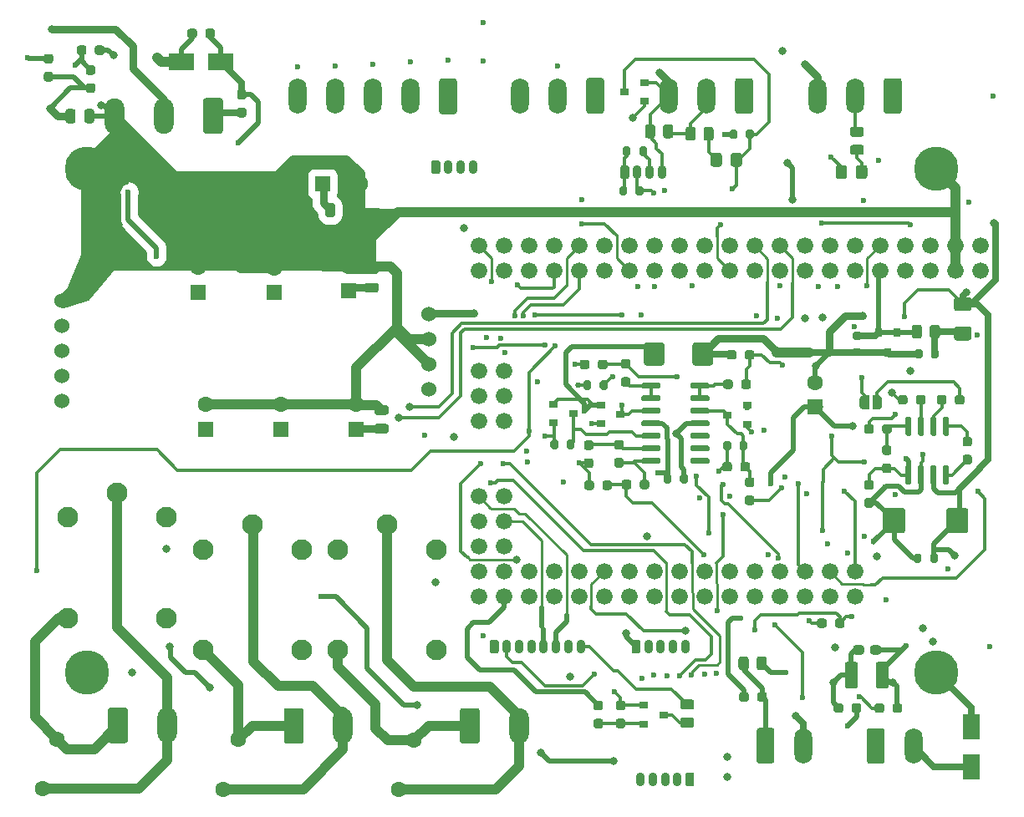
<source format=gbr>
%TF.GenerationSoftware,KiCad,Pcbnew,(5.1.9)-1*%
%TF.CreationDate,2021-04-23T08:11:54+03:00*%
%TF.ProjectId,Car_bs_controller_nex_mega,4361725f-6273-45f6-936f-6e74726f6c6c,rev?*%
%TF.SameCoordinates,Original*%
%TF.FileFunction,Copper,L4,Bot*%
%TF.FilePolarity,Positive*%
%FSLAX46Y46*%
G04 Gerber Fmt 4.6, Leading zero omitted, Abs format (unit mm)*
G04 Created by KiCad (PCBNEW (5.1.9)-1) date 2021-04-23 08:11:54*
%MOMM*%
%LPD*%
G01*
G04 APERTURE LIST*
%TA.AperFunction,ComponentPad*%
%ADD10C,1.600000*%
%TD*%
%TA.AperFunction,ComponentPad*%
%ADD11R,1.600000X1.600000*%
%TD*%
%TA.AperFunction,SMDPad,CuDef*%
%ADD12C,0.100000*%
%TD*%
%TA.AperFunction,ComponentPad*%
%ADD13C,2.100000*%
%TD*%
%TA.AperFunction,ComponentPad*%
%ADD14C,1.524000*%
%TD*%
%TA.AperFunction,ComponentPad*%
%ADD15O,0.900000X1.400000*%
%TD*%
%TA.AperFunction,SMDPad,CuDef*%
%ADD16R,0.800000X0.900000*%
%TD*%
%TA.AperFunction,ComponentPad*%
%ADD17C,1.676400*%
%TD*%
%TA.AperFunction,ComponentPad*%
%ADD18O,2.000000X3.600000*%
%TD*%
%TA.AperFunction,ComponentPad*%
%ADD19O,1.800000X3.600000*%
%TD*%
%TA.AperFunction,SMDPad,CuDef*%
%ADD20R,0.900000X0.800000*%
%TD*%
%TA.AperFunction,SMDPad,CuDef*%
%ADD21R,1.800000X2.500000*%
%TD*%
%TA.AperFunction,SMDPad,CuDef*%
%ADD22R,2.500000X1.800000*%
%TD*%
%TA.AperFunction,ViaPad*%
%ADD23C,0.600000*%
%TD*%
%TA.AperFunction,ViaPad*%
%ADD24C,4.500000*%
%TD*%
%TA.AperFunction,ViaPad*%
%ADD25C,0.800000*%
%TD*%
%TA.AperFunction,Conductor*%
%ADD26C,1.000000*%
%TD*%
%TA.AperFunction,Conductor*%
%ADD27C,0.700000*%
%TD*%
%TA.AperFunction,Conductor*%
%ADD28C,0.800000*%
%TD*%
%TA.AperFunction,Conductor*%
%ADD29C,0.500000*%
%TD*%
%TA.AperFunction,Conductor*%
%ADD30C,0.350000*%
%TD*%
%TA.AperFunction,Conductor*%
%ADD31C,0.250000*%
%TD*%
%TA.AperFunction,Conductor*%
%ADD32C,0.254000*%
%TD*%
%TA.AperFunction,Conductor*%
%ADD33C,0.100000*%
%TD*%
G04 APERTURE END LIST*
%TO.P,L4,2*%
%TO.N,Net-(C29-Pad1)*%
%TA.AperFunction,SMDPad,CuDef*%
G36*
G01*
X152740200Y-75922500D02*
X153990200Y-75922500D01*
G75*
G02*
X154240200Y-76172500I0J-250000D01*
G01*
X154240200Y-77097500D01*
G75*
G02*
X153990200Y-77347500I-250000J0D01*
G01*
X152740200Y-77347500D01*
G75*
G02*
X152490200Y-77097500I0J250000D01*
G01*
X152490200Y-76172500D01*
G75*
G02*
X152740200Y-75922500I250000J0D01*
G01*
G37*
%TD.AperFunction*%
%TO.P,L4,1*%
%TO.N,+5v_FROM_MCU*%
%TA.AperFunction,SMDPad,CuDef*%
G36*
G01*
X152740200Y-72947500D02*
X153990200Y-72947500D01*
G75*
G02*
X154240200Y-73197500I0J-250000D01*
G01*
X154240200Y-74122500D01*
G75*
G02*
X153990200Y-74372500I-250000J0D01*
G01*
X152740200Y-74372500D01*
G75*
G02*
X152490200Y-74122500I0J250000D01*
G01*
X152490200Y-73197500D01*
G75*
G02*
X152740200Y-72947500I250000J0D01*
G01*
G37*
%TD.AperFunction*%
%TD*%
%TO.P,C34,2*%
%TO.N,GND*%
%TA.AperFunction,SMDPad,CuDef*%
G36*
G01*
X125987900Y-79639600D02*
X125987900Y-77789600D01*
G75*
G02*
X126237900Y-77539600I250000J0D01*
G01*
X127812900Y-77539600D01*
G75*
G02*
X128062900Y-77789600I0J-250000D01*
G01*
X128062900Y-79639600D01*
G75*
G02*
X127812900Y-79889600I-250000J0D01*
G01*
X126237900Y-79889600D01*
G75*
G02*
X125987900Y-79639600I0J250000D01*
G01*
G37*
%TD.AperFunction*%
%TO.P,C34,1*%
%TO.N,+5v_FROM_MCU*%
%TA.AperFunction,SMDPad,CuDef*%
G36*
G01*
X121062900Y-79639600D02*
X121062900Y-77789600D01*
G75*
G02*
X121312900Y-77539600I250000J0D01*
G01*
X122887900Y-77539600D01*
G75*
G02*
X123137900Y-77789600I0J-250000D01*
G01*
X123137900Y-79639600D01*
G75*
G02*
X122887900Y-79889600I-250000J0D01*
G01*
X121312900Y-79889600D01*
G75*
G02*
X121062900Y-79639600I0J250000D01*
G01*
G37*
%TD.AperFunction*%
%TD*%
%TO.P,C33,2*%
%TO.N,GND*%
%TA.AperFunction,SMDPad,CuDef*%
G36*
G01*
X124720400Y-91638800D02*
X124720400Y-91088800D01*
G75*
G02*
X124920400Y-90888800I200000J0D01*
G01*
X125320400Y-90888800D01*
G75*
G02*
X125520400Y-91088800I0J-200000D01*
G01*
X125520400Y-91638800D01*
G75*
G02*
X125320400Y-91838800I-200000J0D01*
G01*
X124920400Y-91838800D01*
G75*
G02*
X124720400Y-91638800I0J200000D01*
G01*
G37*
%TD.AperFunction*%
%TO.P,C33,1*%
%TO.N,+5v_FROM_MCU*%
%TA.AperFunction,SMDPad,CuDef*%
G36*
G01*
X123070400Y-91638800D02*
X123070400Y-91088800D01*
G75*
G02*
X123270400Y-90888800I200000J0D01*
G01*
X123670400Y-90888800D01*
G75*
G02*
X123870400Y-91088800I0J-200000D01*
G01*
X123870400Y-91638800D01*
G75*
G02*
X123670400Y-91838800I-200000J0D01*
G01*
X123270400Y-91838800D01*
G75*
G02*
X123070400Y-91638800I0J200000D01*
G01*
G37*
%TD.AperFunction*%
%TD*%
%TO.P,R66,2*%
%TO.N,Net-(C35-Pad1)*%
%TA.AperFunction,SMDPad,CuDef*%
G36*
G01*
X130830500Y-90382100D02*
X130830500Y-89907100D01*
G75*
G02*
X131068000Y-89669600I237500J0D01*
G01*
X131568000Y-89669600D01*
G75*
G02*
X131805500Y-89907100I0J-237500D01*
G01*
X131805500Y-90382100D01*
G75*
G02*
X131568000Y-90619600I-237500J0D01*
G01*
X131068000Y-90619600D01*
G75*
G02*
X130830500Y-90382100I0J237500D01*
G01*
G37*
%TD.AperFunction*%
%TO.P,R66,1*%
%TO.N,GND*%
%TA.AperFunction,SMDPad,CuDef*%
G36*
G01*
X129005500Y-90382100D02*
X129005500Y-89907100D01*
G75*
G02*
X129243000Y-89669600I237500J0D01*
G01*
X129743000Y-89669600D01*
G75*
G02*
X129980500Y-89907100I0J-237500D01*
G01*
X129980500Y-90382100D01*
G75*
G02*
X129743000Y-90619600I-237500J0D01*
G01*
X129243000Y-90619600D01*
G75*
G02*
X129005500Y-90382100I0J237500D01*
G01*
G37*
%TD.AperFunction*%
%TD*%
%TO.P,R65,2*%
%TO.N,5V_sensors_stab*%
%TA.AperFunction,SMDPad,CuDef*%
G36*
G01*
X131537700Y-93058160D02*
X132012700Y-93058160D01*
G75*
G02*
X132250200Y-93295660I0J-237500D01*
G01*
X132250200Y-93795660D01*
G75*
G02*
X132012700Y-94033160I-237500J0D01*
G01*
X131537700Y-94033160D01*
G75*
G02*
X131300200Y-93795660I0J237500D01*
G01*
X131300200Y-93295660D01*
G75*
G02*
X131537700Y-93058160I237500J0D01*
G01*
G37*
%TD.AperFunction*%
%TO.P,R65,1*%
%TO.N,Net-(C35-Pad1)*%
%TA.AperFunction,SMDPad,CuDef*%
G36*
G01*
X131537700Y-91233160D02*
X132012700Y-91233160D01*
G75*
G02*
X132250200Y-91470660I0J-237500D01*
G01*
X132250200Y-91970660D01*
G75*
G02*
X132012700Y-92208160I-237500J0D01*
G01*
X131537700Y-92208160D01*
G75*
G02*
X131300200Y-91970660I0J237500D01*
G01*
X131300200Y-91470660D01*
G75*
G02*
X131537700Y-91233160I237500J0D01*
G01*
G37*
%TD.AperFunction*%
%TD*%
%TO.P,R57,2*%
%TO.N,RESISTIVE_SENSOR_0_190*%
%TA.AperFunction,SMDPad,CuDef*%
G36*
G01*
X132542000Y-113704500D02*
X132542000Y-113229500D01*
G75*
G02*
X132779500Y-112992000I237500J0D01*
G01*
X133279500Y-112992000D01*
G75*
G02*
X133517000Y-113229500I0J-237500D01*
G01*
X133517000Y-113704500D01*
G75*
G02*
X133279500Y-113942000I-237500J0D01*
G01*
X132779500Y-113942000D01*
G75*
G02*
X132542000Y-113704500I0J237500D01*
G01*
G37*
%TD.AperFunction*%
%TO.P,R57,1*%
%TO.N,Net-(C32-Pad1)*%
%TA.AperFunction,SMDPad,CuDef*%
G36*
G01*
X130717000Y-113704500D02*
X130717000Y-113229500D01*
G75*
G02*
X130954500Y-112992000I237500J0D01*
G01*
X131454500Y-112992000D01*
G75*
G02*
X131692000Y-113229500I0J-237500D01*
G01*
X131692000Y-113704500D01*
G75*
G02*
X131454500Y-113942000I-237500J0D01*
G01*
X130954500Y-113942000D01*
G75*
G02*
X130717000Y-113704500I0J237500D01*
G01*
G37*
%TD.AperFunction*%
%TD*%
%TO.P,R55,2*%
%TO.N,Net-(C30-Pad1)*%
%TA.AperFunction,SMDPad,CuDef*%
G36*
G01*
X64600900Y-47692300D02*
X64600900Y-48167300D01*
G75*
G02*
X64363400Y-48404800I-237500J0D01*
G01*
X63863400Y-48404800D01*
G75*
G02*
X63625900Y-48167300I0J237500D01*
G01*
X63625900Y-47692300D01*
G75*
G02*
X63863400Y-47454800I237500J0D01*
G01*
X64363400Y-47454800D01*
G75*
G02*
X64600900Y-47692300I0J-237500D01*
G01*
G37*
%TD.AperFunction*%
%TO.P,R55,1*%
%TO.N,GND*%
%TA.AperFunction,SMDPad,CuDef*%
G36*
G01*
X66425900Y-47692300D02*
X66425900Y-48167300D01*
G75*
G02*
X66188400Y-48404800I-237500J0D01*
G01*
X65688400Y-48404800D01*
G75*
G02*
X65450900Y-48167300I0J237500D01*
G01*
X65450900Y-47692300D01*
G75*
G02*
X65688400Y-47454800I237500J0D01*
G01*
X66188400Y-47454800D01*
G75*
G02*
X66425900Y-47692300I0J-237500D01*
G01*
G37*
%TD.AperFunction*%
%TD*%
%TO.P,R54,2*%
%TO.N,+12V*%
%TA.AperFunction,SMDPad,CuDef*%
G36*
G01*
X64786500Y-51273900D02*
X65261500Y-51273900D01*
G75*
G02*
X65499000Y-51511400I0J-237500D01*
G01*
X65499000Y-52011400D01*
G75*
G02*
X65261500Y-52248900I-237500J0D01*
G01*
X64786500Y-52248900D01*
G75*
G02*
X64549000Y-52011400I0J237500D01*
G01*
X64549000Y-51511400D01*
G75*
G02*
X64786500Y-51273900I237500J0D01*
G01*
G37*
%TD.AperFunction*%
%TO.P,R54,1*%
%TO.N,Net-(C30-Pad1)*%
%TA.AperFunction,SMDPad,CuDef*%
G36*
G01*
X64786500Y-49448900D02*
X65261500Y-49448900D01*
G75*
G02*
X65499000Y-49686400I0J-237500D01*
G01*
X65499000Y-50186400D01*
G75*
G02*
X65261500Y-50423900I-237500J0D01*
G01*
X64786500Y-50423900D01*
G75*
G02*
X64549000Y-50186400I0J237500D01*
G01*
X64549000Y-49686400D01*
G75*
G02*
X64786500Y-49448900I237500J0D01*
G01*
G37*
%TD.AperFunction*%
%TD*%
%TO.P,R50,2*%
%TO.N,Net-(F3-Pad1)*%
%TA.AperFunction,SMDPad,CuDef*%
G36*
G01*
X118941860Y-114830680D02*
X118466860Y-114830680D01*
G75*
G02*
X118229360Y-114593180I0J237500D01*
G01*
X118229360Y-114093180D01*
G75*
G02*
X118466860Y-113855680I237500J0D01*
G01*
X118941860Y-113855680D01*
G75*
G02*
X119179360Y-114093180I0J-237500D01*
G01*
X119179360Y-114593180D01*
G75*
G02*
X118941860Y-114830680I-237500J0D01*
G01*
G37*
%TD.AperFunction*%
%TO.P,R50,1*%
%TO.N,Net-(Q2-Pad1)*%
%TA.AperFunction,SMDPad,CuDef*%
G36*
G01*
X118941860Y-116655680D02*
X118466860Y-116655680D01*
G75*
G02*
X118229360Y-116418180I0J237500D01*
G01*
X118229360Y-115918180D01*
G75*
G02*
X118466860Y-115680680I237500J0D01*
G01*
X118941860Y-115680680D01*
G75*
G02*
X119179360Y-115918180I0J-237500D01*
G01*
X119179360Y-116418180D01*
G75*
G02*
X118941860Y-116655680I-237500J0D01*
G01*
G37*
%TD.AperFunction*%
%TD*%
%TO.P,R49,2*%
%TO.N,Net-(Q2-Pad1)*%
%TA.AperFunction,SMDPad,CuDef*%
G36*
G01*
X116206260Y-115689560D02*
X116681260Y-115689560D01*
G75*
G02*
X116918760Y-115927060I0J-237500D01*
G01*
X116918760Y-116427060D01*
G75*
G02*
X116681260Y-116664560I-237500J0D01*
G01*
X116206260Y-116664560D01*
G75*
G02*
X115968760Y-116427060I0J237500D01*
G01*
X115968760Y-115927060D01*
G75*
G02*
X116206260Y-115689560I237500J0D01*
G01*
G37*
%TD.AperFunction*%
%TO.P,R49,1*%
%TO.N,LCD_BLA*%
%TA.AperFunction,SMDPad,CuDef*%
G36*
G01*
X116206260Y-113864560D02*
X116681260Y-113864560D01*
G75*
G02*
X116918760Y-114102060I0J-237500D01*
G01*
X116918760Y-114602060D01*
G75*
G02*
X116681260Y-114839560I-237500J0D01*
G01*
X116206260Y-114839560D01*
G75*
G02*
X115968760Y-114602060I0J237500D01*
G01*
X115968760Y-114102060D01*
G75*
G02*
X116206260Y-113864560I237500J0D01*
G01*
G37*
%TD.AperFunction*%
%TD*%
%TO.P,R42,2*%
%TO.N,Net-(R42-Pad2)*%
%TA.AperFunction,SMDPad,CuDef*%
G36*
G01*
X145401000Y-114377500D02*
X145401000Y-114852500D01*
G75*
G02*
X145163500Y-115090000I-237500J0D01*
G01*
X144663500Y-115090000D01*
G75*
G02*
X144426000Y-114852500I0J237500D01*
G01*
X144426000Y-114377500D01*
G75*
G02*
X144663500Y-114140000I237500J0D01*
G01*
X145163500Y-114140000D01*
G75*
G02*
X145401000Y-114377500I0J-237500D01*
G01*
G37*
%TD.AperFunction*%
%TO.P,R42,1*%
%TO.N,+5v_FROM_MCU*%
%TA.AperFunction,SMDPad,CuDef*%
G36*
G01*
X147226000Y-114377500D02*
X147226000Y-114852500D01*
G75*
G02*
X146988500Y-115090000I-237500J0D01*
G01*
X146488500Y-115090000D01*
G75*
G02*
X146251000Y-114852500I0J237500D01*
G01*
X146251000Y-114377500D01*
G75*
G02*
X146488500Y-114140000I237500J0D01*
G01*
X146988500Y-114140000D01*
G75*
G02*
X147226000Y-114377500I0J-237500D01*
G01*
G37*
%TD.AperFunction*%
%TD*%
%TO.P,R39,2*%
%TO.N,GND*%
%TA.AperFunction,SMDPad,CuDef*%
G36*
G01*
X141271000Y-114362500D02*
X141271000Y-114837500D01*
G75*
G02*
X141033500Y-115075000I-237500J0D01*
G01*
X140533500Y-115075000D01*
G75*
G02*
X140296000Y-114837500I0J237500D01*
G01*
X140296000Y-114362500D01*
G75*
G02*
X140533500Y-114125000I237500J0D01*
G01*
X141033500Y-114125000D01*
G75*
G02*
X141271000Y-114362500I0J-237500D01*
G01*
G37*
%TD.AperFunction*%
%TO.P,R39,1*%
%TO.N,Net-(R39-Pad1)*%
%TA.AperFunction,SMDPad,CuDef*%
G36*
G01*
X143096000Y-114362500D02*
X143096000Y-114837500D01*
G75*
G02*
X142858500Y-115075000I-237500J0D01*
G01*
X142358500Y-115075000D01*
G75*
G02*
X142121000Y-114837500I0J237500D01*
G01*
X142121000Y-114362500D01*
G75*
G02*
X142358500Y-114125000I237500J0D01*
G01*
X142858500Y-114125000D01*
G75*
G02*
X143096000Y-114362500I0J-237500D01*
G01*
G37*
%TD.AperFunction*%
%TD*%
%TO.P,R35,2*%
%TO.N,MCU_UART2_TX*%
%TA.AperFunction,SMDPad,CuDef*%
G36*
G01*
X140425000Y-106237500D02*
X140425000Y-105762500D01*
G75*
G02*
X140662500Y-105525000I237500J0D01*
G01*
X141162500Y-105525000D01*
G75*
G02*
X141400000Y-105762500I0J-237500D01*
G01*
X141400000Y-106237500D01*
G75*
G02*
X141162500Y-106475000I-237500J0D01*
G01*
X140662500Y-106475000D01*
G75*
G02*
X140425000Y-106237500I0J237500D01*
G01*
G37*
%TD.AperFunction*%
%TO.P,R35,1*%
%TO.N,+5v_FROM_MCU*%
%TA.AperFunction,SMDPad,CuDef*%
G36*
G01*
X138600000Y-106237500D02*
X138600000Y-105762500D01*
G75*
G02*
X138837500Y-105525000I237500J0D01*
G01*
X139337500Y-105525000D01*
G75*
G02*
X139575000Y-105762500I0J-237500D01*
G01*
X139575000Y-106237500D01*
G75*
G02*
X139337500Y-106475000I-237500J0D01*
G01*
X138837500Y-106475000D01*
G75*
G02*
X138600000Y-106237500I0J237500D01*
G01*
G37*
%TD.AperFunction*%
%TD*%
%TO.P,R30,2*%
%TO.N,Net-(R27-Pad1)*%
%TA.AperFunction,SMDPad,CuDef*%
G36*
G01*
X145206900Y-86546700D02*
X145206900Y-86071700D01*
G75*
G02*
X145444400Y-85834200I237500J0D01*
G01*
X145944400Y-85834200D01*
G75*
G02*
X146181900Y-86071700I0J-237500D01*
G01*
X146181900Y-86546700D01*
G75*
G02*
X145944400Y-86784200I-237500J0D01*
G01*
X145444400Y-86784200D01*
G75*
G02*
X145206900Y-86546700I0J237500D01*
G01*
G37*
%TD.AperFunction*%
%TO.P,R30,1*%
%TO.N,MCU_power_OK_from_ADM705*%
%TA.AperFunction,SMDPad,CuDef*%
G36*
G01*
X143381900Y-86546700D02*
X143381900Y-86071700D01*
G75*
G02*
X143619400Y-85834200I237500J0D01*
G01*
X144119400Y-85834200D01*
G75*
G02*
X144356900Y-86071700I0J-237500D01*
G01*
X144356900Y-86546700D01*
G75*
G02*
X144119400Y-86784200I-237500J0D01*
G01*
X143619400Y-86784200D01*
G75*
G02*
X143381900Y-86546700I0J237500D01*
G01*
G37*
%TD.AperFunction*%
%TD*%
%TO.P,R29,2*%
%TO.N,Net-(R29-Pad2)*%
%TA.AperFunction,SMDPad,CuDef*%
G36*
G01*
X148610500Y-83600300D02*
X148610500Y-83125300D01*
G75*
G02*
X148848000Y-82887800I237500J0D01*
G01*
X149348000Y-82887800D01*
G75*
G02*
X149585500Y-83125300I0J-237500D01*
G01*
X149585500Y-83600300D01*
G75*
G02*
X149348000Y-83837800I-237500J0D01*
G01*
X148848000Y-83837800D01*
G75*
G02*
X148610500Y-83600300I0J237500D01*
G01*
G37*
%TD.AperFunction*%
%TO.P,R29,1*%
%TO.N,MCU_wdt_reset_to_ADM705*%
%TA.AperFunction,SMDPad,CuDef*%
G36*
G01*
X146785500Y-83600300D02*
X146785500Y-83125300D01*
G75*
G02*
X147023000Y-82887800I237500J0D01*
G01*
X147523000Y-82887800D01*
G75*
G02*
X147760500Y-83125300I0J-237500D01*
G01*
X147760500Y-83600300D01*
G75*
G02*
X147523000Y-83837800I-237500J0D01*
G01*
X147023000Y-83837800D01*
G75*
G02*
X146785500Y-83600300I0J237500D01*
G01*
G37*
%TD.AperFunction*%
%TD*%
%TO.P,R28,2*%
%TO.N,Net-(R28-Pad2)*%
%TA.AperFunction,SMDPad,CuDef*%
G36*
G01*
X151719100Y-83125300D02*
X151719100Y-83600300D01*
G75*
G02*
X151481600Y-83837800I-237500J0D01*
G01*
X150981600Y-83837800D01*
G75*
G02*
X150744100Y-83600300I0J237500D01*
G01*
X150744100Y-83125300D01*
G75*
G02*
X150981600Y-82887800I237500J0D01*
G01*
X151481600Y-82887800D01*
G75*
G02*
X151719100Y-83125300I0J-237500D01*
G01*
G37*
%TD.AperFunction*%
%TO.P,R28,1*%
%TO.N,Net-(JP1-Pad1)*%
%TA.AperFunction,SMDPad,CuDef*%
G36*
G01*
X153544100Y-83125300D02*
X153544100Y-83600300D01*
G75*
G02*
X153306600Y-83837800I-237500J0D01*
G01*
X152806600Y-83837800D01*
G75*
G02*
X152569100Y-83600300I0J237500D01*
G01*
X152569100Y-83125300D01*
G75*
G02*
X152806600Y-82887800I237500J0D01*
G01*
X153306600Y-82887800D01*
G75*
G02*
X153544100Y-83125300I0J-237500D01*
G01*
G37*
%TD.AperFunction*%
%TD*%
%TO.P,R27,2*%
%TO.N,Net-(C23-Pad1)*%
%TA.AperFunction,SMDPad,CuDef*%
G36*
G01*
X145431500Y-89809500D02*
X145906500Y-89809500D01*
G75*
G02*
X146144000Y-90047000I0J-237500D01*
G01*
X146144000Y-90547000D01*
G75*
G02*
X145906500Y-90784500I-237500J0D01*
G01*
X145431500Y-90784500D01*
G75*
G02*
X145194000Y-90547000I0J237500D01*
G01*
X145194000Y-90047000D01*
G75*
G02*
X145431500Y-89809500I237500J0D01*
G01*
G37*
%TD.AperFunction*%
%TO.P,R27,1*%
%TO.N,Net-(R27-Pad1)*%
%TA.AperFunction,SMDPad,CuDef*%
G36*
G01*
X145431500Y-87984500D02*
X145906500Y-87984500D01*
G75*
G02*
X146144000Y-88222000I0J-237500D01*
G01*
X146144000Y-88722000D01*
G75*
G02*
X145906500Y-88959500I-237500J0D01*
G01*
X145431500Y-88959500D01*
G75*
G02*
X145194000Y-88722000I0J237500D01*
G01*
X145194000Y-88222000D01*
G75*
G02*
X145431500Y-87984500I237500J0D01*
G01*
G37*
%TD.AperFunction*%
%TD*%
%TO.P,R26,2*%
%TO.N,Net-(R26-Pad2)*%
%TA.AperFunction,SMDPad,CuDef*%
G36*
G01*
X153584900Y-88942100D02*
X154059900Y-88942100D01*
G75*
G02*
X154297400Y-89179600I0J-237500D01*
G01*
X154297400Y-89679600D01*
G75*
G02*
X154059900Y-89917100I-237500J0D01*
G01*
X153584900Y-89917100D01*
G75*
G02*
X153347400Y-89679600I0J237500D01*
G01*
X153347400Y-89179600D01*
G75*
G02*
X153584900Y-88942100I237500J0D01*
G01*
G37*
%TD.AperFunction*%
%TO.P,R26,1*%
%TO.N,Net-(R26-Pad1)*%
%TA.AperFunction,SMDPad,CuDef*%
G36*
G01*
X153584900Y-87117100D02*
X154059900Y-87117100D01*
G75*
G02*
X154297400Y-87354600I0J-237500D01*
G01*
X154297400Y-87854600D01*
G75*
G02*
X154059900Y-88092100I-237500J0D01*
G01*
X153584900Y-88092100D01*
G75*
G02*
X153347400Y-87854600I0J237500D01*
G01*
X153347400Y-87354600D01*
G75*
G02*
X153584900Y-87117100I237500J0D01*
G01*
G37*
%TD.AperFunction*%
%TD*%
%TO.P,R21,2*%
%TO.N,+12V*%
%TA.AperFunction,SMDPad,CuDef*%
G36*
G01*
X60519300Y-50132800D02*
X60994300Y-50132800D01*
G75*
G02*
X61231800Y-50370300I0J-237500D01*
G01*
X61231800Y-50870300D01*
G75*
G02*
X60994300Y-51107800I-237500J0D01*
G01*
X60519300Y-51107800D01*
G75*
G02*
X60281800Y-50870300I0J237500D01*
G01*
X60281800Y-50370300D01*
G75*
G02*
X60519300Y-50132800I237500J0D01*
G01*
G37*
%TD.AperFunction*%
%TO.P,R21,1*%
%TO.N,Net-(C23-Pad1)*%
%TA.AperFunction,SMDPad,CuDef*%
G36*
G01*
X60519300Y-48307800D02*
X60994300Y-48307800D01*
G75*
G02*
X61231800Y-48545300I0J-237500D01*
G01*
X61231800Y-49045300D01*
G75*
G02*
X60994300Y-49282800I-237500J0D01*
G01*
X60519300Y-49282800D01*
G75*
G02*
X60281800Y-49045300I0J237500D01*
G01*
X60281800Y-48545300D01*
G75*
G02*
X60519300Y-48307800I237500J0D01*
G01*
G37*
%TD.AperFunction*%
%TD*%
%TO.P,R3,2*%
%TO.N,GND*%
%TA.AperFunction,SMDPad,CuDef*%
G36*
G01*
X75798500Y-45990500D02*
X75798500Y-46465500D01*
G75*
G02*
X75561000Y-46703000I-237500J0D01*
G01*
X75061000Y-46703000D01*
G75*
G02*
X74823500Y-46465500I0J237500D01*
G01*
X74823500Y-45990500D01*
G75*
G02*
X75061000Y-45753000I237500J0D01*
G01*
X75561000Y-45753000D01*
G75*
G02*
X75798500Y-45990500I0J-237500D01*
G01*
G37*
%TD.AperFunction*%
%TO.P,R3,1*%
%TO.N,Net-(D3-Pad1)*%
%TA.AperFunction,SMDPad,CuDef*%
G36*
G01*
X77623500Y-45990500D02*
X77623500Y-46465500D01*
G75*
G02*
X77386000Y-46703000I-237500J0D01*
G01*
X76886000Y-46703000D01*
G75*
G02*
X76648500Y-46465500I0J237500D01*
G01*
X76648500Y-45990500D01*
G75*
G02*
X76886000Y-45753000I237500J0D01*
G01*
X77386000Y-45753000D01*
G75*
G02*
X77623500Y-45990500I0J-237500D01*
G01*
G37*
%TD.AperFunction*%
%TD*%
%TO.P,R2,2*%
%TO.N,Net-(D3-Pad1)*%
%TA.AperFunction,SMDPad,CuDef*%
G36*
G01*
X80565000Y-52915000D02*
X80090000Y-52915000D01*
G75*
G02*
X79852500Y-52677500I0J237500D01*
G01*
X79852500Y-52177500D01*
G75*
G02*
X80090000Y-51940000I237500J0D01*
G01*
X80565000Y-51940000D01*
G75*
G02*
X80802500Y-52177500I0J-237500D01*
G01*
X80802500Y-52677500D01*
G75*
G02*
X80565000Y-52915000I-237500J0D01*
G01*
G37*
%TD.AperFunction*%
%TO.P,R2,1*%
%TO.N,Power_enable(ACC\u002CBUTTON)*%
%TA.AperFunction,SMDPad,CuDef*%
G36*
G01*
X80565000Y-54740000D02*
X80090000Y-54740000D01*
G75*
G02*
X79852500Y-54502500I0J237500D01*
G01*
X79852500Y-54002500D01*
G75*
G02*
X80090000Y-53765000I237500J0D01*
G01*
X80565000Y-53765000D01*
G75*
G02*
X80802500Y-54002500I0J-237500D01*
G01*
X80802500Y-54502500D01*
G75*
G02*
X80565000Y-54740000I-237500J0D01*
G01*
G37*
%TD.AperFunction*%
%TD*%
%TO.P,C25,2*%
%TO.N,GND*%
%TA.AperFunction,SMDPad,CuDef*%
G36*
G01*
X143353000Y-108469500D02*
X143353000Y-108944500D01*
G75*
G02*
X143115500Y-109182000I-237500J0D01*
G01*
X142515500Y-109182000D01*
G75*
G02*
X142278000Y-108944500I0J237500D01*
G01*
X142278000Y-108469500D01*
G75*
G02*
X142515500Y-108232000I237500J0D01*
G01*
X143115500Y-108232000D01*
G75*
G02*
X143353000Y-108469500I0J-237500D01*
G01*
G37*
%TD.AperFunction*%
%TO.P,C25,1*%
%TO.N,+5v_FROM_MCU*%
%TA.AperFunction,SMDPad,CuDef*%
G36*
G01*
X145078000Y-108469500D02*
X145078000Y-108944500D01*
G75*
G02*
X144840500Y-109182000I-237500J0D01*
G01*
X144240500Y-109182000D01*
G75*
G02*
X144003000Y-108944500I0J237500D01*
G01*
X144003000Y-108469500D01*
G75*
G02*
X144240500Y-108232000I237500J0D01*
G01*
X144840500Y-108232000D01*
G75*
G02*
X145078000Y-108469500I0J-237500D01*
G01*
G37*
%TD.AperFunction*%
%TD*%
%TO.P,C24,2*%
%TO.N,GND*%
%TA.AperFunction,SMDPad,CuDef*%
G36*
G01*
X142740000Y-110161999D02*
X142740000Y-112362001D01*
G75*
G02*
X142490001Y-112612000I-249999J0D01*
G01*
X141664999Y-112612000D01*
G75*
G02*
X141415000Y-112362001I0J249999D01*
G01*
X141415000Y-110161999D01*
G75*
G02*
X141664999Y-109912000I249999J0D01*
G01*
X142490001Y-109912000D01*
G75*
G02*
X142740000Y-110161999I0J-249999D01*
G01*
G37*
%TD.AperFunction*%
%TO.P,C24,1*%
%TO.N,+5v_FROM_MCU*%
%TA.AperFunction,SMDPad,CuDef*%
G36*
G01*
X145865000Y-110161999D02*
X145865000Y-112362001D01*
G75*
G02*
X145615001Y-112612000I-249999J0D01*
G01*
X144789999Y-112612000D01*
G75*
G02*
X144540000Y-112362001I0J249999D01*
G01*
X144540000Y-110161999D01*
G75*
G02*
X144789999Y-109912000I249999J0D01*
G01*
X145615001Y-109912000D01*
G75*
G02*
X145865000Y-110161999I0J-249999D01*
G01*
G37*
%TD.AperFunction*%
%TD*%
%TO.P,C23,2*%
%TO.N,GND*%
%TA.AperFunction,SMDPad,CuDef*%
G36*
G01*
X143628100Y-93314700D02*
X144103100Y-93314700D01*
G75*
G02*
X144340600Y-93552200I0J-237500D01*
G01*
X144340600Y-94052200D01*
G75*
G02*
X144103100Y-94289700I-237500J0D01*
G01*
X143628100Y-94289700D01*
G75*
G02*
X143390600Y-94052200I0J237500D01*
G01*
X143390600Y-93552200D01*
G75*
G02*
X143628100Y-93314700I237500J0D01*
G01*
G37*
%TD.AperFunction*%
%TO.P,C23,1*%
%TO.N,Net-(C23-Pad1)*%
%TA.AperFunction,SMDPad,CuDef*%
G36*
G01*
X143628100Y-91489700D02*
X144103100Y-91489700D01*
G75*
G02*
X144340600Y-91727200I0J-237500D01*
G01*
X144340600Y-92227200D01*
G75*
G02*
X144103100Y-92464700I-237500J0D01*
G01*
X143628100Y-92464700D01*
G75*
G02*
X143390600Y-92227200I0J237500D01*
G01*
X143390600Y-91727200D01*
G75*
G02*
X143628100Y-91489700I237500J0D01*
G01*
G37*
%TD.AperFunction*%
%TD*%
D10*
%TO.P,C20,2*%
%TO.N,GND*%
X138404600Y-81584800D03*
D11*
%TO.P,C20,1*%
%TO.N,+5v_FROM_MCU*%
X138404600Y-84084800D03*
%TD*%
D10*
%TO.P,C13,2*%
%TO.N,GND*%
X75946000Y-69953500D03*
D11*
%TO.P,C13,1*%
%TO.N,7.2V_stab*%
X75946000Y-72453500D03*
%TD*%
D10*
%TO.P,C11,2*%
%TO.N,GND*%
X91186000Y-69839200D03*
D11*
%TO.P,C11,1*%
%TO.N,7.2V_stab*%
X91186000Y-72339200D03*
%TD*%
%TO.P,C1,1*%
%TO.N,+12V*%
%TA.AperFunction,SMDPad,CuDef*%
G36*
G01*
X62494500Y-55085000D02*
X62494500Y-54135000D01*
G75*
G02*
X62744500Y-53885000I250000J0D01*
G01*
X63244500Y-53885000D01*
G75*
G02*
X63494500Y-54135000I0J-250000D01*
G01*
X63494500Y-55085000D01*
G75*
G02*
X63244500Y-55335000I-250000J0D01*
G01*
X62744500Y-55335000D01*
G75*
G02*
X62494500Y-55085000I0J250000D01*
G01*
G37*
%TD.AperFunction*%
%TO.P,C1,2*%
%TO.N,GND*%
%TA.AperFunction,SMDPad,CuDef*%
G36*
G01*
X64394500Y-55085000D02*
X64394500Y-54135000D01*
G75*
G02*
X64644500Y-53885000I250000J0D01*
G01*
X65144500Y-53885000D01*
G75*
G02*
X65394500Y-54135000I0J-250000D01*
G01*
X65394500Y-55085000D01*
G75*
G02*
X65144500Y-55335000I-250000J0D01*
G01*
X64644500Y-55335000D01*
G75*
G02*
X64394500Y-55085000I0J250000D01*
G01*
G37*
%TD.AperFunction*%
%TD*%
D10*
%TO.P,C12,2*%
%TO.N,GND*%
X83616800Y-69991600D03*
D11*
%TO.P,C12,1*%
%TO.N,7.2V_stab*%
X83616800Y-72491600D03*
%TD*%
D10*
%TO.P,C9,2*%
%TO.N,GND*%
X76708000Y-83860000D03*
D11*
%TO.P,C9,1*%
%TO.N,5V_sensors_stab*%
X76708000Y-86360000D03*
%TD*%
D10*
%TO.P,C8,2*%
%TO.N,GND*%
X84328000Y-83860000D03*
D11*
%TO.P,C8,1*%
%TO.N,5V_sensors_stab*%
X84328000Y-86360000D03*
%TD*%
D10*
%TO.P,C7,2*%
%TO.N,GND*%
X91948000Y-83860000D03*
D11*
%TO.P,C7,1*%
%TO.N,5V_sensors_stab*%
X91948000Y-86360000D03*
%TD*%
%TO.P,U6,1*%
%TO.N,Net-(R62-Pad1)*%
%TA.AperFunction,SMDPad,CuDef*%
G36*
G01*
X120806800Y-89710400D02*
X120806800Y-89410400D01*
G75*
G02*
X120956800Y-89260400I150000J0D01*
G01*
X122606800Y-89260400D01*
G75*
G02*
X122756800Y-89410400I0J-150000D01*
G01*
X122756800Y-89710400D01*
G75*
G02*
X122606800Y-89860400I-150000J0D01*
G01*
X120956800Y-89860400D01*
G75*
G02*
X120806800Y-89710400I0J150000D01*
G01*
G37*
%TD.AperFunction*%
%TO.P,U6,2*%
%TO.N,Net-(R60-Pad2)*%
%TA.AperFunction,SMDPad,CuDef*%
G36*
G01*
X120806800Y-88440400D02*
X120806800Y-88140400D01*
G75*
G02*
X120956800Y-87990400I150000J0D01*
G01*
X122606800Y-87990400D01*
G75*
G02*
X122756800Y-88140400I0J-150000D01*
G01*
X122756800Y-88440400D01*
G75*
G02*
X122606800Y-88590400I-150000J0D01*
G01*
X120956800Y-88590400D01*
G75*
G02*
X120806800Y-88440400I0J150000D01*
G01*
G37*
%TD.AperFunction*%
%TO.P,U6,3*%
%TO.N,Net-(C32-Pad1)*%
%TA.AperFunction,SMDPad,CuDef*%
G36*
G01*
X120806800Y-87170400D02*
X120806800Y-86870400D01*
G75*
G02*
X120956800Y-86720400I150000J0D01*
G01*
X122606800Y-86720400D01*
G75*
G02*
X122756800Y-86870400I0J-150000D01*
G01*
X122756800Y-87170400D01*
G75*
G02*
X122606800Y-87320400I-150000J0D01*
G01*
X120956800Y-87320400D01*
G75*
G02*
X120806800Y-87170400I0J150000D01*
G01*
G37*
%TD.AperFunction*%
%TO.P,U6,4*%
%TO.N,+5v_FROM_MCU*%
%TA.AperFunction,SMDPad,CuDef*%
G36*
G01*
X120806800Y-85900400D02*
X120806800Y-85600400D01*
G75*
G02*
X120956800Y-85450400I150000J0D01*
G01*
X122606800Y-85450400D01*
G75*
G02*
X122756800Y-85600400I0J-150000D01*
G01*
X122756800Y-85900400D01*
G75*
G02*
X122606800Y-86050400I-150000J0D01*
G01*
X120956800Y-86050400D01*
G75*
G02*
X120806800Y-85900400I0J150000D01*
G01*
G37*
%TD.AperFunction*%
%TO.P,U6,5*%
%TO.N,Net-(C30-Pad1)*%
%TA.AperFunction,SMDPad,CuDef*%
G36*
G01*
X120806800Y-84630400D02*
X120806800Y-84330400D01*
G75*
G02*
X120956800Y-84180400I150000J0D01*
G01*
X122606800Y-84180400D01*
G75*
G02*
X122756800Y-84330400I0J-150000D01*
G01*
X122756800Y-84630400D01*
G75*
G02*
X122606800Y-84780400I-150000J0D01*
G01*
X120956800Y-84780400D01*
G75*
G02*
X120806800Y-84630400I0J150000D01*
G01*
G37*
%TD.AperFunction*%
%TO.P,U6,6*%
%TO.N,Net-(R59-Pad2)*%
%TA.AperFunction,SMDPad,CuDef*%
G36*
G01*
X120806800Y-83360400D02*
X120806800Y-83060400D01*
G75*
G02*
X120956800Y-82910400I150000J0D01*
G01*
X122606800Y-82910400D01*
G75*
G02*
X122756800Y-83060400I0J-150000D01*
G01*
X122756800Y-83360400D01*
G75*
G02*
X122606800Y-83510400I-150000J0D01*
G01*
X120956800Y-83510400D01*
G75*
G02*
X120806800Y-83360400I0J150000D01*
G01*
G37*
%TD.AperFunction*%
%TO.P,U6,7*%
%TA.AperFunction,SMDPad,CuDef*%
G36*
G01*
X120806800Y-82090400D02*
X120806800Y-81790400D01*
G75*
G02*
X120956800Y-81640400I150000J0D01*
G01*
X122606800Y-81640400D01*
G75*
G02*
X122756800Y-81790400I0J-150000D01*
G01*
X122756800Y-82090400D01*
G75*
G02*
X122606800Y-82240400I-150000J0D01*
G01*
X120956800Y-82240400D01*
G75*
G02*
X120806800Y-82090400I0J150000D01*
G01*
G37*
%TD.AperFunction*%
%TO.P,U6,8*%
%TO.N,Net-(R67-Pad2)*%
%TA.AperFunction,SMDPad,CuDef*%
G36*
G01*
X125756800Y-82090400D02*
X125756800Y-81790400D01*
G75*
G02*
X125906800Y-81640400I150000J0D01*
G01*
X127556800Y-81640400D01*
G75*
G02*
X127706800Y-81790400I0J-150000D01*
G01*
X127706800Y-82090400D01*
G75*
G02*
X127556800Y-82240400I-150000J0D01*
G01*
X125906800Y-82240400D01*
G75*
G02*
X125756800Y-82090400I0J150000D01*
G01*
G37*
%TD.AperFunction*%
%TO.P,U6,9*%
%TA.AperFunction,SMDPad,CuDef*%
G36*
G01*
X125756800Y-83360400D02*
X125756800Y-83060400D01*
G75*
G02*
X125906800Y-82910400I150000J0D01*
G01*
X127556800Y-82910400D01*
G75*
G02*
X127706800Y-83060400I0J-150000D01*
G01*
X127706800Y-83360400D01*
G75*
G02*
X127556800Y-83510400I-150000J0D01*
G01*
X125906800Y-83510400D01*
G75*
G02*
X125756800Y-83360400I0J150000D01*
G01*
G37*
%TD.AperFunction*%
%TO.P,U6,10*%
%TO.N,Net-(C35-Pad1)*%
%TA.AperFunction,SMDPad,CuDef*%
G36*
G01*
X125756800Y-84630400D02*
X125756800Y-84330400D01*
G75*
G02*
X125906800Y-84180400I150000J0D01*
G01*
X127556800Y-84180400D01*
G75*
G02*
X127706800Y-84330400I0J-150000D01*
G01*
X127706800Y-84630400D01*
G75*
G02*
X127556800Y-84780400I-150000J0D01*
G01*
X125906800Y-84780400D01*
G75*
G02*
X125756800Y-84630400I0J150000D01*
G01*
G37*
%TD.AperFunction*%
%TO.P,U6,11*%
%TO.N,GND*%
%TA.AperFunction,SMDPad,CuDef*%
G36*
G01*
X125756800Y-85900400D02*
X125756800Y-85600400D01*
G75*
G02*
X125906800Y-85450400I150000J0D01*
G01*
X127556800Y-85450400D01*
G75*
G02*
X127706800Y-85600400I0J-150000D01*
G01*
X127706800Y-85900400D01*
G75*
G02*
X127556800Y-86050400I-150000J0D01*
G01*
X125906800Y-86050400D01*
G75*
G02*
X125756800Y-85900400I0J150000D01*
G01*
G37*
%TD.AperFunction*%
%TO.P,U6,12*%
%TO.N,N/C*%
%TA.AperFunction,SMDPad,CuDef*%
G36*
G01*
X125756800Y-87170400D02*
X125756800Y-86870400D01*
G75*
G02*
X125906800Y-86720400I150000J0D01*
G01*
X127556800Y-86720400D01*
G75*
G02*
X127706800Y-86870400I0J-150000D01*
G01*
X127706800Y-87170400D01*
G75*
G02*
X127556800Y-87320400I-150000J0D01*
G01*
X125906800Y-87320400D01*
G75*
G02*
X125756800Y-87170400I0J150000D01*
G01*
G37*
%TD.AperFunction*%
%TO.P,U6,13*%
%TA.AperFunction,SMDPad,CuDef*%
G36*
G01*
X125756800Y-88440400D02*
X125756800Y-88140400D01*
G75*
G02*
X125906800Y-87990400I150000J0D01*
G01*
X127556800Y-87990400D01*
G75*
G02*
X127706800Y-88140400I0J-150000D01*
G01*
X127706800Y-88440400D01*
G75*
G02*
X127556800Y-88590400I-150000J0D01*
G01*
X125906800Y-88590400D01*
G75*
G02*
X125756800Y-88440400I0J150000D01*
G01*
G37*
%TD.AperFunction*%
%TO.P,U6,14*%
%TA.AperFunction,SMDPad,CuDef*%
G36*
G01*
X125756800Y-89710400D02*
X125756800Y-89410400D01*
G75*
G02*
X125906800Y-89260400I150000J0D01*
G01*
X127556800Y-89260400D01*
G75*
G02*
X127706800Y-89410400I0J-150000D01*
G01*
X127706800Y-89710400D01*
G75*
G02*
X127556800Y-89860400I-150000J0D01*
G01*
X125906800Y-89860400D01*
G75*
G02*
X125756800Y-89710400I0J150000D01*
G01*
G37*
%TD.AperFunction*%
%TD*%
%TA.AperFunction,SMDPad,CuDef*%
D12*
%TO.P,JP1,2*%
%TO.N,MCU_rst*%
G36*
X143403800Y-84366198D02*
G01*
X143379266Y-84366198D01*
X143330435Y-84361388D01*
X143282310Y-84351816D01*
X143235355Y-84337572D01*
X143190022Y-84318795D01*
X143146749Y-84295664D01*
X143105950Y-84268404D01*
X143068021Y-84237276D01*
X143033324Y-84202579D01*
X143002196Y-84164650D01*
X142974936Y-84123851D01*
X142951805Y-84080578D01*
X142933028Y-84035245D01*
X142918784Y-83988290D01*
X142909212Y-83940165D01*
X142904402Y-83891334D01*
X142904402Y-83866800D01*
X142903800Y-83866800D01*
X142903800Y-83366800D01*
X142904402Y-83366800D01*
X142904402Y-83342266D01*
X142909212Y-83293435D01*
X142918784Y-83245310D01*
X142933028Y-83198355D01*
X142951805Y-83153022D01*
X142974936Y-83109749D01*
X143002196Y-83068950D01*
X143033324Y-83031021D01*
X143068021Y-82996324D01*
X143105950Y-82965196D01*
X143146749Y-82937936D01*
X143190022Y-82914805D01*
X143235355Y-82896028D01*
X143282310Y-82881784D01*
X143330435Y-82872212D01*
X143379266Y-82867402D01*
X143403800Y-82867402D01*
X143403800Y-82866800D01*
X143903800Y-82866800D01*
X143903800Y-84366800D01*
X143403800Y-84366800D01*
X143403800Y-84366198D01*
G37*
%TD.AperFunction*%
%TA.AperFunction,SMDPad,CuDef*%
%TO.P,JP1,1*%
%TO.N,Net-(JP1-Pad1)*%
G36*
X144203800Y-82866800D02*
G01*
X144703800Y-82866800D01*
X144703800Y-82867402D01*
X144728334Y-82867402D01*
X144777165Y-82872212D01*
X144825290Y-82881784D01*
X144872245Y-82896028D01*
X144917578Y-82914805D01*
X144960851Y-82937936D01*
X145001650Y-82965196D01*
X145039579Y-82996324D01*
X145074276Y-83031021D01*
X145105404Y-83068950D01*
X145132664Y-83109749D01*
X145155795Y-83153022D01*
X145174572Y-83198355D01*
X145188816Y-83245310D01*
X145198388Y-83293435D01*
X145203198Y-83342266D01*
X145203198Y-83366800D01*
X145203800Y-83366800D01*
X145203800Y-83866800D01*
X145203198Y-83866800D01*
X145203198Y-83891334D01*
X145198388Y-83940165D01*
X145188816Y-83988290D01*
X145174572Y-84035245D01*
X145155795Y-84080578D01*
X145132664Y-84123851D01*
X145105404Y-84164650D01*
X145074276Y-84202579D01*
X145039579Y-84237276D01*
X145001650Y-84268404D01*
X144960851Y-84295664D01*
X144917578Y-84318795D01*
X144872245Y-84337572D01*
X144825290Y-84351816D01*
X144777165Y-84361388D01*
X144728334Y-84366198D01*
X144703800Y-84366198D01*
X144703800Y-84366800D01*
X144203800Y-84366800D01*
X144203800Y-82866800D01*
G37*
%TD.AperFunction*%
%TD*%
D13*
%TO.P,REL3,3*%
%TO.N,PUMP_RELAY_COM*%
X67691000Y-92773500D03*
%TO.P,REL3,1*%
%TO.N,+12V*%
X72691000Y-95273500D03*
%TO.P,REL3,2*%
%TO.N,Net-(R46-Pad1)*%
X62691000Y-95273500D03*
%TO.P,REL3,4*%
%TO.N,N/C*%
X72691000Y-105473500D03*
%TO.P,REL3,5*%
%TO.N,PUMP_RELAY_NO*%
X62691000Y-105473500D03*
%TD*%
%TO.P,REL2,3*%
%TO.N,CONVERTER_RELAY_COM*%
X95076000Y-96052000D03*
%TO.P,REL2,1*%
%TO.N,+12V*%
X100076000Y-98552000D03*
%TO.P,REL2,2*%
%TO.N,Net-(R48-Pad1)*%
X90076000Y-98552000D03*
%TO.P,REL2,4*%
%TO.N,N/C*%
X100076000Y-108752000D03*
%TO.P,REL2,5*%
%TO.N,CONVERTER_RELAY_NO*%
X90076000Y-108752000D03*
%TD*%
%TO.P,REL1,3*%
%TO.N,LIGHT_RELAY_COM*%
X81423500Y-96012000D03*
%TO.P,REL1,1*%
%TO.N,+12V*%
X86423500Y-98512000D03*
%TO.P,REL1,2*%
%TO.N,Net-(R47-Pad1)*%
X76423500Y-98512000D03*
%TO.P,REL1,4*%
%TO.N,N/C*%
X86423500Y-108712000D03*
%TO.P,REL1,5*%
%TO.N,LIGHT_RELAY_NO*%
X76423500Y-108712000D03*
%TD*%
%TO.P,R68,2*%
%TO.N,MCU_sensors_voltage_test_input*%
%TA.AperFunction,SMDPad,CuDef*%
G36*
G01*
X131282620Y-79043540D02*
X131282620Y-78568540D01*
G75*
G02*
X131520120Y-78331040I237500J0D01*
G01*
X132020120Y-78331040D01*
G75*
G02*
X132257620Y-78568540I0J-237500D01*
G01*
X132257620Y-79043540D01*
G75*
G02*
X132020120Y-79281040I-237500J0D01*
G01*
X131520120Y-79281040D01*
G75*
G02*
X131282620Y-79043540I0J237500D01*
G01*
G37*
%TD.AperFunction*%
%TO.P,R68,1*%
%TO.N,GND*%
%TA.AperFunction,SMDPad,CuDef*%
G36*
G01*
X129457620Y-79043540D02*
X129457620Y-78568540D01*
G75*
G02*
X129695120Y-78331040I237500J0D01*
G01*
X130195120Y-78331040D01*
G75*
G02*
X130432620Y-78568540I0J-237500D01*
G01*
X130432620Y-79043540D01*
G75*
G02*
X130195120Y-79281040I-237500J0D01*
G01*
X129695120Y-79281040D01*
G75*
G02*
X129457620Y-79043540I0J237500D01*
G01*
G37*
%TD.AperFunction*%
%TD*%
%TO.P,R67,1*%
%TO.N,MCU_sensors_voltage_test_input*%
%TA.AperFunction,SMDPad,CuDef*%
G36*
G01*
X131903300Y-81550500D02*
X131903300Y-82025500D01*
G75*
G02*
X131665800Y-82263000I-237500J0D01*
G01*
X131165800Y-82263000D01*
G75*
G02*
X130928300Y-82025500I0J237500D01*
G01*
X130928300Y-81550500D01*
G75*
G02*
X131165800Y-81313000I237500J0D01*
G01*
X131665800Y-81313000D01*
G75*
G02*
X131903300Y-81550500I0J-237500D01*
G01*
G37*
%TD.AperFunction*%
%TO.P,R67,2*%
%TO.N,Net-(R67-Pad2)*%
%TA.AperFunction,SMDPad,CuDef*%
G36*
G01*
X130078300Y-81550500D02*
X130078300Y-82025500D01*
G75*
G02*
X129840800Y-82263000I-237500J0D01*
G01*
X129340800Y-82263000D01*
G75*
G02*
X129103300Y-82025500I0J237500D01*
G01*
X129103300Y-81550500D01*
G75*
G02*
X129340800Y-81313000I237500J0D01*
G01*
X129840800Y-81313000D01*
G75*
G02*
X130078300Y-81550500I0J-237500D01*
G01*
G37*
%TD.AperFunction*%
%TD*%
%TO.P,R64,2*%
%TO.N,MCU_resistive_sensor_0_190*%
%TA.AperFunction,SMDPad,CuDef*%
G36*
G01*
X116856700Y-92261700D02*
X116856700Y-91786700D01*
G75*
G02*
X117094200Y-91549200I237500J0D01*
G01*
X117594200Y-91549200D01*
G75*
G02*
X117831700Y-91786700I0J-237500D01*
G01*
X117831700Y-92261700D01*
G75*
G02*
X117594200Y-92499200I-237500J0D01*
G01*
X117094200Y-92499200D01*
G75*
G02*
X116856700Y-92261700I0J237500D01*
G01*
G37*
%TD.AperFunction*%
%TO.P,R64,1*%
%TO.N,GND*%
%TA.AperFunction,SMDPad,CuDef*%
G36*
G01*
X115031700Y-92261700D02*
X115031700Y-91786700D01*
G75*
G02*
X115269200Y-91549200I237500J0D01*
G01*
X115769200Y-91549200D01*
G75*
G02*
X116006700Y-91786700I0J-237500D01*
G01*
X116006700Y-92261700D01*
G75*
G02*
X115769200Y-92499200I-237500J0D01*
G01*
X115269200Y-92499200D01*
G75*
G02*
X115031700Y-92261700I0J237500D01*
G01*
G37*
%TD.AperFunction*%
%TD*%
%TO.P,R63,2*%
%TO.N,Net-(R62-Pad1)*%
%TA.AperFunction,SMDPad,CuDef*%
G36*
G01*
X120641300Y-92185500D02*
X120641300Y-91710500D01*
G75*
G02*
X120878800Y-91473000I237500J0D01*
G01*
X121378800Y-91473000D01*
G75*
G02*
X121616300Y-91710500I0J-237500D01*
G01*
X121616300Y-92185500D01*
G75*
G02*
X121378800Y-92423000I-237500J0D01*
G01*
X120878800Y-92423000D01*
G75*
G02*
X120641300Y-92185500I0J237500D01*
G01*
G37*
%TD.AperFunction*%
%TO.P,R63,1*%
%TO.N,MCU_resistive_sensor_0_190*%
%TA.AperFunction,SMDPad,CuDef*%
G36*
G01*
X118816300Y-92185500D02*
X118816300Y-91710500D01*
G75*
G02*
X119053800Y-91473000I237500J0D01*
G01*
X119553800Y-91473000D01*
G75*
G02*
X119791300Y-91710500I0J-237500D01*
G01*
X119791300Y-92185500D01*
G75*
G02*
X119553800Y-92423000I-237500J0D01*
G01*
X119053800Y-92423000D01*
G75*
G02*
X118816300Y-92185500I0J237500D01*
G01*
G37*
%TD.AperFunction*%
%TD*%
%TO.P,R62,2*%
%TO.N,Net-(R60-Pad2)*%
%TA.AperFunction,SMDPad,CuDef*%
G36*
G01*
X118779300Y-88400700D02*
X118304300Y-88400700D01*
G75*
G02*
X118066800Y-88163200I0J237500D01*
G01*
X118066800Y-87663200D01*
G75*
G02*
X118304300Y-87425700I237500J0D01*
G01*
X118779300Y-87425700D01*
G75*
G02*
X119016800Y-87663200I0J-237500D01*
G01*
X119016800Y-88163200D01*
G75*
G02*
X118779300Y-88400700I-237500J0D01*
G01*
G37*
%TD.AperFunction*%
%TO.P,R62,1*%
%TO.N,Net-(R62-Pad1)*%
%TA.AperFunction,SMDPad,CuDef*%
G36*
G01*
X118779300Y-90225700D02*
X118304300Y-90225700D01*
G75*
G02*
X118066800Y-89988200I0J237500D01*
G01*
X118066800Y-89488200D01*
G75*
G02*
X118304300Y-89250700I237500J0D01*
G01*
X118779300Y-89250700D01*
G75*
G02*
X119016800Y-89488200I0J-237500D01*
G01*
X119016800Y-89988200D01*
G75*
G02*
X118779300Y-90225700I-237500J0D01*
G01*
G37*
%TD.AperFunction*%
%TD*%
%TO.P,R61,1*%
%TO.N,GND*%
%TA.AperFunction,SMDPad,CuDef*%
G36*
G01*
X114574500Y-80018900D02*
X114574500Y-79543900D01*
G75*
G02*
X114812000Y-79306400I237500J0D01*
G01*
X115312000Y-79306400D01*
G75*
G02*
X115549500Y-79543900I0J-237500D01*
G01*
X115549500Y-80018900D01*
G75*
G02*
X115312000Y-80256400I-237500J0D01*
G01*
X114812000Y-80256400D01*
G75*
G02*
X114574500Y-80018900I0J237500D01*
G01*
G37*
%TD.AperFunction*%
%TO.P,R61,2*%
%TO.N,MCU_supply_voltage_input*%
%TA.AperFunction,SMDPad,CuDef*%
G36*
G01*
X116399500Y-80018900D02*
X116399500Y-79543900D01*
G75*
G02*
X116637000Y-79306400I237500J0D01*
G01*
X117137000Y-79306400D01*
G75*
G02*
X117374500Y-79543900I0J-237500D01*
G01*
X117374500Y-80018900D01*
G75*
G02*
X117137000Y-80256400I-237500J0D01*
G01*
X116637000Y-80256400D01*
G75*
G02*
X116399500Y-80018900I0J237500D01*
G01*
G37*
%TD.AperFunction*%
%TD*%
%TO.P,R60,1*%
%TO.N,GND*%
%TA.AperFunction,SMDPad,CuDef*%
G36*
G01*
X115705900Y-90272700D02*
X115230900Y-90272700D01*
G75*
G02*
X114993400Y-90035200I0J237500D01*
G01*
X114993400Y-89535200D01*
G75*
G02*
X115230900Y-89297700I237500J0D01*
G01*
X115705900Y-89297700D01*
G75*
G02*
X115943400Y-89535200I0J-237500D01*
G01*
X115943400Y-90035200D01*
G75*
G02*
X115705900Y-90272700I-237500J0D01*
G01*
G37*
%TD.AperFunction*%
%TO.P,R60,2*%
%TO.N,Net-(R60-Pad2)*%
%TA.AperFunction,SMDPad,CuDef*%
G36*
G01*
X115705900Y-88447700D02*
X115230900Y-88447700D01*
G75*
G02*
X114993400Y-88210200I0J237500D01*
G01*
X114993400Y-87710200D01*
G75*
G02*
X115230900Y-87472700I237500J0D01*
G01*
X115705900Y-87472700D01*
G75*
G02*
X115943400Y-87710200I0J-237500D01*
G01*
X115943400Y-88210200D01*
G75*
G02*
X115705900Y-88447700I-237500J0D01*
G01*
G37*
%TD.AperFunction*%
%TD*%
%TO.P,R59,1*%
%TO.N,MCU_supply_voltage_input*%
%TA.AperFunction,SMDPad,CuDef*%
G36*
G01*
X118990100Y-79243100D02*
X119465100Y-79243100D01*
G75*
G02*
X119702600Y-79480600I0J-237500D01*
G01*
X119702600Y-79980600D01*
G75*
G02*
X119465100Y-80218100I-237500J0D01*
G01*
X118990100Y-80218100D01*
G75*
G02*
X118752600Y-79980600I0J237500D01*
G01*
X118752600Y-79480600D01*
G75*
G02*
X118990100Y-79243100I237500J0D01*
G01*
G37*
%TD.AperFunction*%
%TO.P,R59,2*%
%TO.N,Net-(R59-Pad2)*%
%TA.AperFunction,SMDPad,CuDef*%
G36*
G01*
X118990100Y-81068100D02*
X119465100Y-81068100D01*
G75*
G02*
X119702600Y-81305600I0J-237500D01*
G01*
X119702600Y-81805600D01*
G75*
G02*
X119465100Y-82043100I-237500J0D01*
G01*
X118990100Y-82043100D01*
G75*
G02*
X118752600Y-81805600I0J237500D01*
G01*
X118752600Y-81305600D01*
G75*
G02*
X118990100Y-81068100I237500J0D01*
G01*
G37*
%TD.AperFunction*%
%TD*%
%TO.P,L3,2*%
%TO.N,MCU_pjon_bus_PIN*%
%TA.AperFunction,SMDPad,CuDef*%
G36*
G01*
X129861620Y-59494841D02*
X129861620Y-58594839D01*
G75*
G02*
X130111619Y-58344840I249999J0D01*
G01*
X130761621Y-58344840D01*
G75*
G02*
X131011620Y-58594839I0J-249999D01*
G01*
X131011620Y-59494841D01*
G75*
G02*
X130761621Y-59744840I-249999J0D01*
G01*
X130111619Y-59744840D01*
G75*
G02*
X129861620Y-59494841I0J249999D01*
G01*
G37*
%TD.AperFunction*%
%TO.P,L3,1*%
%TO.N,Net-(L3-Pad1)*%
%TA.AperFunction,SMDPad,CuDef*%
G36*
G01*
X127811620Y-59494841D02*
X127811620Y-58594839D01*
G75*
G02*
X128061619Y-58344840I249999J0D01*
G01*
X128711621Y-58344840D01*
G75*
G02*
X128961620Y-58594839I0J-249999D01*
G01*
X128961620Y-59494841D01*
G75*
G02*
X128711621Y-59744840I-249999J0D01*
G01*
X128061619Y-59744840D01*
G75*
G02*
X127811620Y-59494841I0J249999D01*
G01*
G37*
%TD.AperFunction*%
%TD*%
%TO.P,L2,1*%
%TO.N,Net-(L2-Pad1)*%
%TA.AperFunction,SMDPad,CuDef*%
G36*
G01*
X143691300Y-59824199D02*
X143691300Y-60724201D01*
G75*
G02*
X143441301Y-60974200I-249999J0D01*
G01*
X142791299Y-60974200D01*
G75*
G02*
X142541300Y-60724201I0J249999D01*
G01*
X142541300Y-59824199D01*
G75*
G02*
X142791299Y-59574200I249999J0D01*
G01*
X143441301Y-59574200D01*
G75*
G02*
X143691300Y-59824199I0J-249999D01*
G01*
G37*
%TD.AperFunction*%
%TO.P,L2,2*%
%TO.N,MCU_one_wire_PIN*%
%TA.AperFunction,SMDPad,CuDef*%
G36*
G01*
X141641300Y-59824199D02*
X141641300Y-60724201D01*
G75*
G02*
X141391301Y-60974200I-249999J0D01*
G01*
X140741299Y-60974200D01*
G75*
G02*
X140491300Y-60724201I0J249999D01*
G01*
X140491300Y-59824199D01*
G75*
G02*
X140741299Y-59574200I249999J0D01*
G01*
X141391301Y-59574200D01*
G75*
G02*
X141641300Y-59824199I0J-249999D01*
G01*
G37*
%TD.AperFunction*%
%TD*%
D14*
%TO.P,D8,1*%
%TO.N,GND*%
X62133600Y-73324900D03*
%TO.P,D8,2*%
%TO.N,Net-(C2-Pad1)*%
X62133600Y-75864900D03*
%TO.P,D8,3*%
X62133600Y-78404900D03*
%TO.P,D8,4*%
%TO.N,Net-(C4-Pad1)*%
X62133600Y-80944900D03*
%TO.P,D8,5*%
%TO.N,Net-(C5-Pad1)*%
X62133600Y-83484900D03*
%TO.P,D8,6*%
%TO.N,7.2V_stab*%
X99268400Y-74671100D03*
%TO.P,D8,7*%
%TO.N,GND*%
X99268400Y-77211100D03*
%TO.P,D8,8*%
X99268400Y-79751100D03*
%TO.P,D8,9*%
%TO.N,5V_sensors_stab*%
X99268400Y-82291100D03*
%TD*%
%TO.P,C35,1*%
%TO.N,Net-(C35-Pad1)*%
%TA.AperFunction,SMDPad,CuDef*%
G36*
G01*
X131540200Y-87736000D02*
X131540200Y-88286000D01*
G75*
G02*
X131340200Y-88486000I-200000J0D01*
G01*
X130940200Y-88486000D01*
G75*
G02*
X130740200Y-88286000I0J200000D01*
G01*
X130740200Y-87736000D01*
G75*
G02*
X130940200Y-87536000I200000J0D01*
G01*
X131340200Y-87536000D01*
G75*
G02*
X131540200Y-87736000I0J-200000D01*
G01*
G37*
%TD.AperFunction*%
%TO.P,C35,2*%
%TO.N,GND*%
%TA.AperFunction,SMDPad,CuDef*%
G36*
G01*
X129890200Y-87736000D02*
X129890200Y-88286000D01*
G75*
G02*
X129690200Y-88486000I-200000J0D01*
G01*
X129290200Y-88486000D01*
G75*
G02*
X129090200Y-88286000I0J200000D01*
G01*
X129090200Y-87736000D01*
G75*
G02*
X129290200Y-87536000I200000J0D01*
G01*
X129690200Y-87536000D01*
G75*
G02*
X129890200Y-87736000I0J-200000D01*
G01*
G37*
%TD.AperFunction*%
%TD*%
%TO.P,C32,2*%
%TO.N,GND*%
%TA.AperFunction,SMDPad,CuDef*%
G36*
G01*
X112389600Y-87609000D02*
X112389600Y-88159000D01*
G75*
G02*
X112189600Y-88359000I-200000J0D01*
G01*
X111789600Y-88359000D01*
G75*
G02*
X111589600Y-88159000I0J200000D01*
G01*
X111589600Y-87609000D01*
G75*
G02*
X111789600Y-87409000I200000J0D01*
G01*
X112189600Y-87409000D01*
G75*
G02*
X112389600Y-87609000I0J-200000D01*
G01*
G37*
%TD.AperFunction*%
%TO.P,C32,1*%
%TO.N,Net-(C32-Pad1)*%
%TA.AperFunction,SMDPad,CuDef*%
G36*
G01*
X114039600Y-87609000D02*
X114039600Y-88159000D01*
G75*
G02*
X113839600Y-88359000I-200000J0D01*
G01*
X113439600Y-88359000D01*
G75*
G02*
X113239600Y-88159000I0J200000D01*
G01*
X113239600Y-87609000D01*
G75*
G02*
X113439600Y-87409000I200000J0D01*
G01*
X113839600Y-87409000D01*
G75*
G02*
X114039600Y-87609000I0J-200000D01*
G01*
G37*
%TD.AperFunction*%
%TD*%
%TO.P,C30,2*%
%TO.N,GND*%
%TA.AperFunction,SMDPad,CuDef*%
G36*
G01*
X115741400Y-81589200D02*
X115741400Y-82139200D01*
G75*
G02*
X115541400Y-82339200I-200000J0D01*
G01*
X115141400Y-82339200D01*
G75*
G02*
X114941400Y-82139200I0J200000D01*
G01*
X114941400Y-81589200D01*
G75*
G02*
X115141400Y-81389200I200000J0D01*
G01*
X115541400Y-81389200D01*
G75*
G02*
X115741400Y-81589200I0J-200000D01*
G01*
G37*
%TD.AperFunction*%
%TO.P,C30,1*%
%TO.N,Net-(C30-Pad1)*%
%TA.AperFunction,SMDPad,CuDef*%
G36*
G01*
X117391400Y-81589200D02*
X117391400Y-82139200D01*
G75*
G02*
X117191400Y-82339200I-200000J0D01*
G01*
X116791400Y-82339200D01*
G75*
G02*
X116591400Y-82139200I0J200000D01*
G01*
X116591400Y-81589200D01*
G75*
G02*
X116791400Y-81389200I200000J0D01*
G01*
X117191400Y-81389200D01*
G75*
G02*
X117391400Y-81589200I0J-200000D01*
G01*
G37*
%TD.AperFunction*%
%TD*%
%TO.P,C21,1*%
%TO.N,+5v_FROM_MCU*%
%TA.AperFunction,SMDPad,CuDef*%
G36*
G01*
X153930600Y-94580599D02*
X153930600Y-96630601D01*
G75*
G02*
X153680601Y-96880600I-249999J0D01*
G01*
X151930599Y-96880600D01*
G75*
G02*
X151680600Y-96630601I0J249999D01*
G01*
X151680600Y-94580599D01*
G75*
G02*
X151930599Y-94330600I249999J0D01*
G01*
X153680601Y-94330600D01*
G75*
G02*
X153930600Y-94580599I0J-249999D01*
G01*
G37*
%TD.AperFunction*%
%TO.P,C21,2*%
%TO.N,GND*%
%TA.AperFunction,SMDPad,CuDef*%
G36*
G01*
X147530600Y-94580599D02*
X147530600Y-96630601D01*
G75*
G02*
X147280601Y-96880600I-249999J0D01*
G01*
X145530599Y-96880600D01*
G75*
G02*
X145280600Y-96630601I0J249999D01*
G01*
X145280600Y-94580599D01*
G75*
G02*
X145530599Y-94330600I249999J0D01*
G01*
X147280601Y-94330600D01*
G75*
G02*
X147530600Y-94580599I0J-249999D01*
G01*
G37*
%TD.AperFunction*%
%TD*%
%TO.P,R53,2*%
%TO.N,Net-(F4-Pad1)*%
%TA.AperFunction,SMDPad,CuDef*%
G36*
G01*
X119373600Y-61904200D02*
X119373600Y-62454200D01*
G75*
G02*
X119173600Y-62654200I-200000J0D01*
G01*
X118773600Y-62654200D01*
G75*
G02*
X118573600Y-62454200I0J200000D01*
G01*
X118573600Y-61904200D01*
G75*
G02*
X118773600Y-61704200I200000J0D01*
G01*
X119173600Y-61704200D01*
G75*
G02*
X119373600Y-61904200I0J-200000D01*
G01*
G37*
%TD.AperFunction*%
%TO.P,R53,1*%
%TO.N,MCU_I2C_SDA*%
%TA.AperFunction,SMDPad,CuDef*%
G36*
G01*
X121023600Y-61904200D02*
X121023600Y-62454200D01*
G75*
G02*
X120823600Y-62654200I-200000J0D01*
G01*
X120423600Y-62654200D01*
G75*
G02*
X120223600Y-62454200I0J200000D01*
G01*
X120223600Y-61904200D01*
G75*
G02*
X120423600Y-61704200I200000J0D01*
G01*
X120823600Y-61704200D01*
G75*
G02*
X121023600Y-61904200I0J-200000D01*
G01*
G37*
%TD.AperFunction*%
%TD*%
%TO.P,R52,2*%
%TO.N,Net-(F4-Pad1)*%
%TA.AperFunction,SMDPad,CuDef*%
G36*
G01*
X119729200Y-57891000D02*
X119729200Y-58441000D01*
G75*
G02*
X119529200Y-58641000I-200000J0D01*
G01*
X119129200Y-58641000D01*
G75*
G02*
X118929200Y-58441000I0J200000D01*
G01*
X118929200Y-57891000D01*
G75*
G02*
X119129200Y-57691000I200000J0D01*
G01*
X119529200Y-57691000D01*
G75*
G02*
X119729200Y-57891000I0J-200000D01*
G01*
G37*
%TD.AperFunction*%
%TO.P,R52,1*%
%TO.N,MCU_I2C_SCL*%
%TA.AperFunction,SMDPad,CuDef*%
G36*
G01*
X121379200Y-57891000D02*
X121379200Y-58441000D01*
G75*
G02*
X121179200Y-58641000I-200000J0D01*
G01*
X120779200Y-58641000D01*
G75*
G02*
X120579200Y-58441000I0J200000D01*
G01*
X120579200Y-57891000D01*
G75*
G02*
X120779200Y-57691000I200000J0D01*
G01*
X121179200Y-57691000D01*
G75*
G02*
X121379200Y-57891000I0J-200000D01*
G01*
G37*
%TD.AperFunction*%
%TD*%
D15*
%TO.P,J12,4*%
%TO.N,GND*%
X122876000Y-60299600D03*
%TO.P,J12,3*%
%TO.N,MCU_I2C_SCL*%
X121626000Y-60299600D03*
%TO.P,J12,2*%
%TO.N,MCU_I2C_SDA*%
X120376000Y-60299600D03*
%TO.P,J12,1*%
%TO.N,Net-(F4-Pad1)*%
%TA.AperFunction,ComponentPad*%
G36*
G01*
X118676000Y-60774600D02*
X118676000Y-59824600D01*
G75*
G02*
X118901000Y-59599600I225000J0D01*
G01*
X119351000Y-59599600D01*
G75*
G02*
X119576000Y-59824600I0J-225000D01*
G01*
X119576000Y-60774600D01*
G75*
G02*
X119351000Y-60999600I-225000J0D01*
G01*
X118901000Y-60999600D01*
G75*
G02*
X118676000Y-60774600I0J225000D01*
G01*
G37*
%TD.AperFunction*%
%TD*%
%TO.P,J8,5*%
%TO.N,Socket_spare_out_+12v*%
X120710000Y-121839000D03*
%TO.P,J8,4*%
%TO.N,Socket_spare_out_4*%
X121960000Y-121839000D03*
%TO.P,J8,3*%
%TO.N,Socket_spare_out_3*%
X123210000Y-121839000D03*
%TO.P,J8,2*%
%TO.N,Socket_spare_out_2*%
X124460000Y-121839000D03*
%TO.P,J8,1*%
%TO.N,Socket_spare_out_1*%
%TA.AperFunction,ComponentPad*%
G36*
G01*
X126160000Y-121364000D02*
X126160000Y-122314000D01*
G75*
G02*
X125935000Y-122539000I-225000J0D01*
G01*
X125485000Y-122539000D01*
G75*
G02*
X125260000Y-122314000I0J225000D01*
G01*
X125260000Y-121364000D01*
G75*
G02*
X125485000Y-121139000I225000J0D01*
G01*
X125935000Y-121139000D01*
G75*
G02*
X126160000Y-121364000I0J-225000D01*
G01*
G37*
%TD.AperFunction*%
%TD*%
D16*
%TO.P,U5,1*%
%TO.N,MCU_Uref_2.5v*%
X144795200Y-76546200D03*
%TO.P,U5,2*%
X146695200Y-76546200D03*
%TO.P,U5,3*%
%TO.N,GND*%
X145745200Y-78546200D03*
%TD*%
%TO.P,U2,1*%
%TO.N,Net-(R26-Pad2)*%
%TA.AperFunction,SMDPad,CuDef*%
G36*
G01*
X151813400Y-91954800D02*
X151513400Y-91954800D01*
G75*
G02*
X151363400Y-91804800I0J150000D01*
G01*
X151363400Y-90154800D01*
G75*
G02*
X151513400Y-90004800I150000J0D01*
G01*
X151813400Y-90004800D01*
G75*
G02*
X151963400Y-90154800I0J-150000D01*
G01*
X151963400Y-91804800D01*
G75*
G02*
X151813400Y-91954800I-150000J0D01*
G01*
G37*
%TD.AperFunction*%
%TO.P,U2,2*%
%TO.N,+5v_FROM_MCU*%
%TA.AperFunction,SMDPad,CuDef*%
G36*
G01*
X150543400Y-91954800D02*
X150243400Y-91954800D01*
G75*
G02*
X150093400Y-91804800I0J150000D01*
G01*
X150093400Y-90154800D01*
G75*
G02*
X150243400Y-90004800I150000J0D01*
G01*
X150543400Y-90004800D01*
G75*
G02*
X150693400Y-90154800I0J-150000D01*
G01*
X150693400Y-91804800D01*
G75*
G02*
X150543400Y-91954800I-150000J0D01*
G01*
G37*
%TD.AperFunction*%
%TO.P,U2,3*%
%TO.N,GND*%
%TA.AperFunction,SMDPad,CuDef*%
G36*
G01*
X149273400Y-91954800D02*
X148973400Y-91954800D01*
G75*
G02*
X148823400Y-91804800I0J150000D01*
G01*
X148823400Y-90154800D01*
G75*
G02*
X148973400Y-90004800I150000J0D01*
G01*
X149273400Y-90004800D01*
G75*
G02*
X149423400Y-90154800I0J-150000D01*
G01*
X149423400Y-91804800D01*
G75*
G02*
X149273400Y-91954800I-150000J0D01*
G01*
G37*
%TD.AperFunction*%
%TO.P,U2,4*%
%TO.N,Net-(C23-Pad1)*%
%TA.AperFunction,SMDPad,CuDef*%
G36*
G01*
X148003400Y-91954800D02*
X147703400Y-91954800D01*
G75*
G02*
X147553400Y-91804800I0J150000D01*
G01*
X147553400Y-90154800D01*
G75*
G02*
X147703400Y-90004800I150000J0D01*
G01*
X148003400Y-90004800D01*
G75*
G02*
X148153400Y-90154800I0J-150000D01*
G01*
X148153400Y-91804800D01*
G75*
G02*
X148003400Y-91954800I-150000J0D01*
G01*
G37*
%TD.AperFunction*%
%TO.P,U2,5*%
%TO.N,Net-(R27-Pad1)*%
%TA.AperFunction,SMDPad,CuDef*%
G36*
G01*
X148003400Y-87004800D02*
X147703400Y-87004800D01*
G75*
G02*
X147553400Y-86854800I0J150000D01*
G01*
X147553400Y-85204800D01*
G75*
G02*
X147703400Y-85054800I150000J0D01*
G01*
X148003400Y-85054800D01*
G75*
G02*
X148153400Y-85204800I0J-150000D01*
G01*
X148153400Y-86854800D01*
G75*
G02*
X148003400Y-87004800I-150000J0D01*
G01*
G37*
%TD.AperFunction*%
%TO.P,U2,6*%
%TO.N,Net-(R29-Pad2)*%
%TA.AperFunction,SMDPad,CuDef*%
G36*
G01*
X149273400Y-87004800D02*
X148973400Y-87004800D01*
G75*
G02*
X148823400Y-86854800I0J150000D01*
G01*
X148823400Y-85204800D01*
G75*
G02*
X148973400Y-85054800I150000J0D01*
G01*
X149273400Y-85054800D01*
G75*
G02*
X149423400Y-85204800I0J-150000D01*
G01*
X149423400Y-86854800D01*
G75*
G02*
X149273400Y-87004800I-150000J0D01*
G01*
G37*
%TD.AperFunction*%
%TO.P,U2,7*%
%TO.N,Net-(R28-Pad2)*%
%TA.AperFunction,SMDPad,CuDef*%
G36*
G01*
X150543400Y-87004800D02*
X150243400Y-87004800D01*
G75*
G02*
X150093400Y-86854800I0J150000D01*
G01*
X150093400Y-85204800D01*
G75*
G02*
X150243400Y-85054800I150000J0D01*
G01*
X150543400Y-85054800D01*
G75*
G02*
X150693400Y-85204800I0J-150000D01*
G01*
X150693400Y-86854800D01*
G75*
G02*
X150543400Y-87004800I-150000J0D01*
G01*
G37*
%TD.AperFunction*%
%TO.P,U2,8*%
%TO.N,Net-(R26-Pad1)*%
%TA.AperFunction,SMDPad,CuDef*%
G36*
G01*
X151813400Y-87004800D02*
X151513400Y-87004800D01*
G75*
G02*
X151363400Y-86854800I0J150000D01*
G01*
X151363400Y-85204800D01*
G75*
G02*
X151513400Y-85054800I150000J0D01*
G01*
X151813400Y-85054800D01*
G75*
G02*
X151963400Y-85204800I0J-150000D01*
G01*
X151963400Y-86854800D01*
G75*
G02*
X151813400Y-87004800I-150000J0D01*
G01*
G37*
%TD.AperFunction*%
%TD*%
D17*
%TO.P,U1,VIN_2*%
%TO.N,N/C*%
X155126000Y-70292000D03*
%TO.P,U1,VIN_1*%
%TO.N,7.2V_stab*%
X155126000Y-67752000D03*
%TO.P,U1,GND_2*%
%TO.N,GND*%
X152586000Y-70292000D03*
%TO.P,U1,GND_1*%
X152586000Y-67752000D03*
%TO.P,U1,5V_1*%
%TO.N,+5v_FROM_MCU*%
X150046000Y-67752000D03*
%TO.P,U1,5V_2*%
%TO.N,N/C*%
X150046000Y-70292000D03*
%TO.P,U1,3V3_2*%
%TO.N,+3v3_from_MCU*%
X147506000Y-70292000D03*
%TO.P,U1,3V3_1*%
X147506000Y-67752000D03*
%TO.P,U1,RST*%
%TO.N,MCU_rst*%
X144966000Y-67752000D03*
%TO.P,U1,AREF*%
%TO.N,MCU_Uref_2.5v*%
X144966000Y-70292000D03*
%TO.P,U1,RX*%
%TO.N,N/C*%
X142426000Y-70292000D03*
%TO.P,U1,TX*%
X142426000Y-67752000D03*
%TO.P,U1,D3*%
%TO.N,MCU_pjon_bus_PIN*%
X139886000Y-67752000D03*
%TO.P,U1,D5*%
%TO.N,MCU_water_flow_sensor*%
X137346000Y-67752000D03*
%TO.P,U1,D7*%
%TO.N,MCU_5V_sensors_enable*%
X134806000Y-67752000D03*
%TO.P,U1,D9*%
%TO.N,MCU_main_supply_enable*%
X132266000Y-67752000D03*
%TO.P,U1,D11*%
%TO.N,N/C*%
X129726000Y-67752000D03*
%TO.P,U1,D13*%
%TO.N,MCU_system_status_LED*%
X127186000Y-67752000D03*
%TO.P,U1,D15*%
%TO.N,N/C*%
X124646000Y-67752000D03*
%TO.P,U1,D17*%
%TO.N,MCU_UART2_RX*%
X122106000Y-67752000D03*
%TO.P,U1,D19*%
%TO.N,MCU_UART1_RX*%
X119566000Y-67752000D03*
%TO.P,U1,D21*%
%TO.N,MCU_I2C_SCL*%
X117026000Y-67752000D03*
%TO.P,U1,D2*%
%TO.N,MCU_buzzer_out*%
X139886000Y-70292000D03*
%TO.P,U1,D4*%
%TO.N,MCU_one_wire_PIN*%
X137346000Y-70292000D03*
%TO.P,U1,D6*%
%TO.N,MCU_rs485_de*%
X134806000Y-70292000D03*
%TO.P,U1,D8*%
%TO.N,MCU_wdt_reset_to_ADM705*%
X132266000Y-70292000D03*
%TO.P,U1,D10*%
%TO.N,MCU_button_on_board*%
X129726000Y-70292000D03*
%TO.P,U1,D12*%
%TO.N,N/C*%
X127186000Y-70292000D03*
%TO.P,U1,D14*%
X124646000Y-70292000D03*
%TO.P,U1,D16*%
%TO.N,MCU_UART2_TX*%
X122106000Y-70292000D03*
%TO.P,U1,D18*%
%TO.N,MCU_UART1_TX*%
X119566000Y-70292000D03*
%TO.P,U1,D20*%
%TO.N,MCU_I2C_SDA*%
X117026000Y-70292000D03*
%TO.P,U1,D23*%
%TO.N,MCU_light_out*%
X114486000Y-67752000D03*
%TO.P,U1,D25*%
%TO.N,N/C*%
X111946000Y-67752000D03*
%TO.P,U1,D27*%
X109406000Y-67752000D03*
%TO.P,U1,D29*%
X106866000Y-67752000D03*
%TO.P,U1,D31*%
%TO.N,MCU_spare_out_1*%
X104326000Y-67752000D03*
%TO.P,U1,D30*%
%TO.N,N/C*%
X104326000Y-70292000D03*
%TO.P,U1,D28*%
X106866000Y-70292000D03*
%TO.P,U1,D26*%
X109406000Y-70292000D03*
%TO.P,U1,D24*%
%TO.N,MCU_converter_out*%
X111946000Y-70292000D03*
%TO.P,U1,D22*%
%TO.N,MCU_water_pump_out*%
X114486000Y-70292000D03*
%TO.P,U1,A1*%
%TO.N,MCU_proximity_input*%
X142426000Y-100772000D03*
%TO.P,U1,A0*%
%TO.N,MCU_door_switch_input*%
X142426000Y-103312000D03*
%TO.P,U1,A2*%
%TO.N,MCU_ignition_switch_input*%
X139886000Y-103312000D03*
%TO.P,U1,A3*%
%TO.N,MCU_low_washer_water_level_input*%
X139886000Y-100772000D03*
%TO.P,U1,A5*%
%TO.N,MCU_sensors_voltage_test_input*%
X137346000Y-100772000D03*
%TO.P,U1,A4*%
%TO.N,MCU_supply_voltage_input*%
X137346000Y-103312000D03*
%TO.P,U1,A6*%
%TO.N,MCU_resistive_sensor_0_190*%
X134806000Y-103312000D03*
%TO.P,U1,A7*%
%TO.N,N/C*%
X134806000Y-100772000D03*
%TO.P,U1,A8*%
X132266000Y-103312000D03*
%TO.P,U1,A9*%
X132266000Y-100772000D03*
%TO.P,U1,A10*%
X129726000Y-103312000D03*
%TO.P,U1,A11*%
X129726000Y-100772000D03*
%TO.P,U1,A12*%
X127186000Y-103312000D03*
%TO.P,U1,A13*%
X127186000Y-100772000D03*
%TO.P,U1,A14*%
X124646000Y-103312000D03*
%TO.P,U1,A15*%
X124646000Y-100772000D03*
%TO.P,U1,D32*%
%TO.N,MCU_spare_out_2*%
X122106000Y-103312000D03*
%TO.P,U1,D33*%
%TO.N,MCU_spare_out_3*%
X122106000Y-100772000D03*
%TO.P,U1,D34*%
%TO.N,MCU_spare_out_4*%
X119566000Y-103312000D03*
%TO.P,U1,D35*%
%TO.N,MCU_encoder_SW*%
X119566000Y-100772000D03*
%TO.P,U1,D36*%
%TO.N,MCU_encoder_DT*%
X117026000Y-103312000D03*
%TO.P,U1,D37*%
%TO.N,MCU_encoder_CLK*%
X117026000Y-100772000D03*
%TO.P,U1,D38*%
%TO.N,N/C*%
X114486000Y-103312000D03*
%TO.P,U1,D39*%
X114486000Y-100772000D03*
%TO.P,U1,D40*%
X111946000Y-103312000D03*
%TO.P,U1,D41*%
%TO.N,MCU_power_OK_from_ADM705*%
X111946000Y-100772000D03*
%TO.P,U1,D42*%
%TO.N,MCU_spare_input_1*%
X109406000Y-103312000D03*
%TO.P,U1,D43*%
%TO.N,LCD_RST*%
X109406000Y-100772000D03*
%TO.P,U1,D44*%
%TO.N,LCD_BLA*%
X106866000Y-103312000D03*
%TO.P,U1,D45*%
%TO.N,N/C*%
X106866000Y-100772000D03*
%TO.P,U1,D46*%
X104326000Y-103312000D03*
%TO.P,U1,D47*%
X104326000Y-100772000D03*
%TO.P,U1,D48*%
X104326000Y-98232000D03*
%TO.P,U1,D49*%
X106866000Y-98232000D03*
%TO.P,U1,D51*%
%TO.N,LCD_RW_MCU_MOSI*%
X106866000Y-95692000D03*
%TO.P,U1,D50*%
%TO.N,N/C*%
X104326000Y-95692000D03*
%TO.P,U1,D52*%
%TO.N,LCD_E_MCU_SCLK*%
X104326000Y-93152000D03*
%TO.P,U1,D53*%
%TO.N,LCD_DI_MCU_CS*%
X106866000Y-93152000D03*
%TO.P,U1,RESET*%
%TO.N,N/C*%
X106866000Y-80452000D03*
%TO.P,U1,GND_3*%
%TO.N,GND*%
X104326000Y-80452000D03*
%TO.P,U1,SCK*%
%TO.N,N/C*%
X106866000Y-82992000D03*
%TO.P,U1,MISO*%
X106866000Y-85532000D03*
%TO.P,U1,5V_3*%
X104326000Y-85532000D03*
%TO.P,U1,MOSI*%
X104326000Y-82992000D03*
%TD*%
D10*
%TO.P,RV4,2*%
%TO.N,PUMP_RELAY_NO*%
X61634500Y-117745500D03*
%TO.P,RV4,1*%
%TO.N,PUMP_RELAY_COM*%
X60134500Y-122745500D03*
%TD*%
%TO.P,RV3,2*%
%TO.N,CONVERTER_RELAY_NO*%
X97766000Y-117872500D03*
%TO.P,RV3,1*%
%TO.N,CONVERTER_RELAY_COM*%
X96266000Y-122872500D03*
%TD*%
%TO.P,RV2,2*%
%TO.N,LIGHT_RELAY_NO*%
X79986000Y-117809000D03*
%TO.P,RV2,1*%
%TO.N,LIGHT_RELAY_COM*%
X78486000Y-122809000D03*
%TD*%
%TO.P,R56,2*%
%TO.N,+5v_FROM_MCU*%
%TA.AperFunction,SMDPad,CuDef*%
G36*
G01*
X132475000Y-110518002D02*
X132475000Y-109617998D01*
G75*
G02*
X132724998Y-109368000I249998J0D01*
G01*
X133250002Y-109368000D01*
G75*
G02*
X133500000Y-109617998I0J-249998D01*
G01*
X133500000Y-110518002D01*
G75*
G02*
X133250002Y-110768000I-249998J0D01*
G01*
X132724998Y-110768000D01*
G75*
G02*
X132475000Y-110518002I0J249998D01*
G01*
G37*
%TD.AperFunction*%
%TO.P,R56,1*%
%TO.N,RESISTIVE_SENSOR_0_190*%
%TA.AperFunction,SMDPad,CuDef*%
G36*
G01*
X130650000Y-110518002D02*
X130650000Y-109617998D01*
G75*
G02*
X130899998Y-109368000I249998J0D01*
G01*
X131425002Y-109368000D01*
G75*
G02*
X131675000Y-109617998I0J-249998D01*
G01*
X131675000Y-110518002D01*
G75*
G02*
X131425002Y-110768000I-249998J0D01*
G01*
X130899998Y-110768000D01*
G75*
G02*
X130650000Y-110518002I0J249998D01*
G01*
G37*
%TD.AperFunction*%
%TD*%
%TO.P,R58,1*%
%TO.N,MCU_Uref_2.5v*%
%TA.AperFunction,SMDPad,CuDef*%
G36*
G01*
X148208300Y-76904002D02*
X148208300Y-76003998D01*
G75*
G02*
X148458298Y-75754000I249998J0D01*
G01*
X148983302Y-75754000D01*
G75*
G02*
X149233300Y-76003998I0J-249998D01*
G01*
X149233300Y-76904002D01*
G75*
G02*
X148983302Y-77154000I-249998J0D01*
G01*
X148458298Y-77154000D01*
G75*
G02*
X148208300Y-76904002I0J249998D01*
G01*
G37*
%TD.AperFunction*%
%TO.P,R58,2*%
%TO.N,Net-(C29-Pad1)*%
%TA.AperFunction,SMDPad,CuDef*%
G36*
G01*
X150033300Y-76904002D02*
X150033300Y-76003998D01*
G75*
G02*
X150283298Y-75754000I249998J0D01*
G01*
X150808302Y-75754000D01*
G75*
G02*
X151058300Y-76003998I0J-249998D01*
G01*
X151058300Y-76904002D01*
G75*
G02*
X150808302Y-77154000I-249998J0D01*
G01*
X150283298Y-77154000D01*
G75*
G02*
X150033300Y-76904002I0J249998D01*
G01*
G37*
%TD.AperFunction*%
%TD*%
%TO.P,R51,1*%
%TO.N,Net-(Q2-Pad3)*%
%TA.AperFunction,SMDPad,CuDef*%
G36*
G01*
X125900602Y-116587960D02*
X125000598Y-116587960D01*
G75*
G02*
X124750600Y-116337962I0J249998D01*
G01*
X124750600Y-115812958D01*
G75*
G02*
X125000598Y-115562960I249998J0D01*
G01*
X125900602Y-115562960D01*
G75*
G02*
X126150600Y-115812958I0J-249998D01*
G01*
X126150600Y-116337962D01*
G75*
G02*
X125900602Y-116587960I-249998J0D01*
G01*
G37*
%TD.AperFunction*%
%TO.P,R51,2*%
%TO.N,Net-(J9-Pad8)*%
%TA.AperFunction,SMDPad,CuDef*%
G36*
G01*
X125900602Y-114762960D02*
X125000598Y-114762960D01*
G75*
G02*
X124750600Y-114512962I0J249998D01*
G01*
X124750600Y-113987958D01*
G75*
G02*
X125000598Y-113737960I249998J0D01*
G01*
X125900602Y-113737960D01*
G75*
G02*
X126150600Y-113987958I0J-249998D01*
G01*
X126150600Y-114512962D01*
G75*
G02*
X125900602Y-114762960I-249998J0D01*
G01*
G37*
%TD.AperFunction*%
%TD*%
%TO.P,R25,2*%
%TO.N,Net-(D31-Pad2)*%
%TA.AperFunction,SMDPad,CuDef*%
G36*
G01*
X130537400Y-56163800D02*
X130537400Y-56713800D01*
G75*
G02*
X130337400Y-56913800I-200000J0D01*
G01*
X129937400Y-56913800D01*
G75*
G02*
X129737400Y-56713800I0J200000D01*
G01*
X129737400Y-56163800D01*
G75*
G02*
X129937400Y-55963800I200000J0D01*
G01*
X130337400Y-55963800D01*
G75*
G02*
X130537400Y-56163800I0J-200000D01*
G01*
G37*
%TD.AperFunction*%
%TO.P,R25,1*%
%TO.N,MCU_pjon_bus_PIN*%
%TA.AperFunction,SMDPad,CuDef*%
G36*
G01*
X132187400Y-56163800D02*
X132187400Y-56713800D01*
G75*
G02*
X131987400Y-56913800I-200000J0D01*
G01*
X131587400Y-56913800D01*
G75*
G02*
X131387400Y-56713800I0J200000D01*
G01*
X131387400Y-56163800D01*
G75*
G02*
X131587400Y-55963800I200000J0D01*
G01*
X131987400Y-55963800D01*
G75*
G02*
X132187400Y-56163800I0J-200000D01*
G01*
G37*
%TD.AperFunction*%
%TD*%
%TO.P,R20,2*%
%TO.N,PJON_BUS*%
%TA.AperFunction,SMDPad,CuDef*%
G36*
G01*
X126297100Y-55950698D02*
X126297100Y-56850702D01*
G75*
G02*
X126047102Y-57100700I-249998J0D01*
G01*
X125522098Y-57100700D01*
G75*
G02*
X125272100Y-56850702I0J249998D01*
G01*
X125272100Y-55950698D01*
G75*
G02*
X125522098Y-55700700I249998J0D01*
G01*
X126047102Y-55700700D01*
G75*
G02*
X126297100Y-55950698I0J-249998D01*
G01*
G37*
%TD.AperFunction*%
%TO.P,R20,1*%
%TO.N,Net-(L3-Pad1)*%
%TA.AperFunction,SMDPad,CuDef*%
G36*
G01*
X128122100Y-55950698D02*
X128122100Y-56850702D01*
G75*
G02*
X127872102Y-57100700I-249998J0D01*
G01*
X127347098Y-57100700D01*
G75*
G02*
X127097100Y-56850702I0J249998D01*
G01*
X127097100Y-55950698D01*
G75*
G02*
X127347098Y-55700700I249998J0D01*
G01*
X127872102Y-55700700D01*
G75*
G02*
X128122100Y-55950698I0J-249998D01*
G01*
G37*
%TD.AperFunction*%
%TD*%
%TO.P,R19,2*%
%TO.N,ONE_WARE_INPUT*%
%TA.AperFunction,SMDPad,CuDef*%
G36*
G01*
X143096002Y-56719500D02*
X142195998Y-56719500D01*
G75*
G02*
X141946000Y-56469502I0J249998D01*
G01*
X141946000Y-55944498D01*
G75*
G02*
X142195998Y-55694500I249998J0D01*
G01*
X143096002Y-55694500D01*
G75*
G02*
X143346000Y-55944498I0J-249998D01*
G01*
X143346000Y-56469502D01*
G75*
G02*
X143096002Y-56719500I-249998J0D01*
G01*
G37*
%TD.AperFunction*%
%TO.P,R19,1*%
%TO.N,Net-(L2-Pad1)*%
%TA.AperFunction,SMDPad,CuDef*%
G36*
G01*
X143096002Y-58544500D02*
X142195998Y-58544500D01*
G75*
G02*
X141946000Y-58294502I0J249998D01*
G01*
X141946000Y-57769498D01*
G75*
G02*
X142195998Y-57519500I249998J0D01*
G01*
X143096002Y-57519500D01*
G75*
G02*
X143346000Y-57769498I0J-249998D01*
G01*
X143346000Y-58294502D01*
G75*
G02*
X143096002Y-58544500I-249998J0D01*
G01*
G37*
%TD.AperFunction*%
%TD*%
%TO.P,R18,2*%
%TO.N,GND*%
%TA.AperFunction,SMDPad,CuDef*%
G36*
G01*
X122207700Y-55706858D02*
X122207700Y-56606862D01*
G75*
G02*
X121957702Y-56856860I-249998J0D01*
G01*
X121432698Y-56856860D01*
G75*
G02*
X121182700Y-56606862I0J249998D01*
G01*
X121182700Y-55706858D01*
G75*
G02*
X121432698Y-55456860I249998J0D01*
G01*
X121957702Y-55456860D01*
G75*
G02*
X122207700Y-55706858I0J-249998D01*
G01*
G37*
%TD.AperFunction*%
%TO.P,R18,1*%
%TO.N,PJON_BUS*%
%TA.AperFunction,SMDPad,CuDef*%
G36*
G01*
X124032700Y-55706858D02*
X124032700Y-56606862D01*
G75*
G02*
X123782702Y-56856860I-249998J0D01*
G01*
X123257698Y-56856860D01*
G75*
G02*
X123007700Y-56606862I0J249998D01*
G01*
X123007700Y-55706858D01*
G75*
G02*
X123257698Y-55456860I249998J0D01*
G01*
X123782702Y-55456860D01*
G75*
G02*
X124032700Y-55706858I0J-249998D01*
G01*
G37*
%TD.AperFunction*%
%TD*%
D18*
%TO.P,J15,2*%
%TO.N,CONVERTER_RELAY_COM*%
X108439000Y-116398000D03*
%TO.P,J15,1*%
%TO.N,CONVERTER_RELAY_NO*%
%TA.AperFunction,ComponentPad*%
G36*
G01*
X102439000Y-117948000D02*
X102439000Y-114848000D01*
G75*
G02*
X102689000Y-114598000I250000J0D01*
G01*
X104189000Y-114598000D01*
G75*
G02*
X104439000Y-114848000I0J-250000D01*
G01*
X104439000Y-117948000D01*
G75*
G02*
X104189000Y-118198000I-250000J0D01*
G01*
X102689000Y-118198000D01*
G75*
G02*
X102439000Y-117948000I0J250000D01*
G01*
G37*
%TD.AperFunction*%
%TD*%
%TO.P,J14,2*%
%TO.N,LIGHT_RELAY_COM*%
X90598000Y-116408000D03*
%TO.P,J14,1*%
%TO.N,LIGHT_RELAY_NO*%
%TA.AperFunction,ComponentPad*%
G36*
G01*
X84598000Y-117958000D02*
X84598000Y-114858000D01*
G75*
G02*
X84848000Y-114608000I250000J0D01*
G01*
X86348000Y-114608000D01*
G75*
G02*
X86598000Y-114858000I0J-250000D01*
G01*
X86598000Y-117958000D01*
G75*
G02*
X86348000Y-118208000I-250000J0D01*
G01*
X84848000Y-118208000D01*
G75*
G02*
X84598000Y-117958000I0J250000D01*
G01*
G37*
%TD.AperFunction*%
%TD*%
%TO.P,J13,2*%
%TO.N,PUMP_RELAY_COM*%
X72787500Y-116373000D03*
%TO.P,J13,1*%
%TO.N,PUMP_RELAY_NO*%
%TA.AperFunction,ComponentPad*%
G36*
G01*
X66787500Y-117923000D02*
X66787500Y-114823000D01*
G75*
G02*
X67037500Y-114573000I250000J0D01*
G01*
X68537500Y-114573000D01*
G75*
G02*
X68787500Y-114823000I0J-250000D01*
G01*
X68787500Y-117923000D01*
G75*
G02*
X68537500Y-118173000I-250000J0D01*
G01*
X67037500Y-118173000D01*
G75*
G02*
X66787500Y-117923000I0J250000D01*
G01*
G37*
%TD.AperFunction*%
%TD*%
D19*
%TO.P,J7,3*%
%TO.N,GND*%
X138643000Y-52572900D03*
%TO.P,J7,2*%
%TO.N,ONE_WARE_INPUT*%
X142453000Y-52572900D03*
%TO.P,J7,1*%
%TO.N,Net-(D43-Pad2)*%
%TA.AperFunction,ComponentPad*%
G36*
G01*
X147163000Y-51022900D02*
X147163000Y-54122900D01*
G75*
G02*
X146913000Y-54372900I-250000J0D01*
G01*
X145613000Y-54372900D01*
G75*
G02*
X145363000Y-54122900I0J250000D01*
G01*
X145363000Y-51022900D01*
G75*
G02*
X145613000Y-50772900I250000J0D01*
G01*
X146913000Y-50772900D01*
G75*
G02*
X147163000Y-51022900I0J-250000D01*
G01*
G37*
%TD.AperFunction*%
%TD*%
%TO.P,J6,2*%
%TO.N,GND*%
X137201000Y-118415000D03*
%TO.P,J6,1*%
%TO.N,RESISTIVE_SENSOR_0_190*%
%TA.AperFunction,ComponentPad*%
G36*
G01*
X132491000Y-119965000D02*
X132491000Y-116865000D01*
G75*
G02*
X132741000Y-116615000I250000J0D01*
G01*
X134041000Y-116615000D01*
G75*
G02*
X134291000Y-116865000I0J-250000D01*
G01*
X134291000Y-119965000D01*
G75*
G02*
X134041000Y-120215000I-250000J0D01*
G01*
X132741000Y-120215000D01*
G75*
G02*
X132491000Y-119965000I0J250000D01*
G01*
G37*
%TD.AperFunction*%
%TD*%
%TO.P,J5,2*%
%TO.N,RS485_B*%
X148361000Y-118440000D03*
%TO.P,J5,1*%
%TO.N,RS485_A*%
%TA.AperFunction,ComponentPad*%
G36*
G01*
X143651000Y-119990000D02*
X143651000Y-116890000D01*
G75*
G02*
X143901000Y-116640000I250000J0D01*
G01*
X145201000Y-116640000D01*
G75*
G02*
X145451000Y-116890000I0J-250000D01*
G01*
X145451000Y-119990000D01*
G75*
G02*
X145201000Y-120240000I-250000J0D01*
G01*
X143901000Y-120240000D01*
G75*
G02*
X143651000Y-119990000I0J250000D01*
G01*
G37*
%TD.AperFunction*%
%TD*%
%TO.P,J4,3*%
%TO.N,GND*%
X123591000Y-52572900D03*
%TO.P,J4,2*%
%TO.N,PJON_BUS*%
X127401000Y-52572900D03*
%TO.P,J4,1*%
%TO.N,Net-(D41-Pad2)*%
%TA.AperFunction,ComponentPad*%
G36*
G01*
X132111000Y-51022900D02*
X132111000Y-54122900D01*
G75*
G02*
X131861000Y-54372900I-250000J0D01*
G01*
X130561000Y-54372900D01*
G75*
G02*
X130311000Y-54122900I0J250000D01*
G01*
X130311000Y-51022900D01*
G75*
G02*
X130561000Y-50772900I250000J0D01*
G01*
X131861000Y-50772900D01*
G75*
G02*
X132111000Y-51022900I0J-250000D01*
G01*
G37*
%TD.AperFunction*%
%TD*%
%TO.P,J3,3*%
%TO.N,GND*%
X108514000Y-52547500D03*
%TO.P,J3,2*%
%TO.N,PROXIMITY_SENSOR_INPUT*%
X112324000Y-52547500D03*
%TO.P,J3,1*%
%TO.N,Net-(D42-Pad2)*%
%TA.AperFunction,ComponentPad*%
G36*
G01*
X117034000Y-50997500D02*
X117034000Y-54097500D01*
G75*
G02*
X116784000Y-54347500I-250000J0D01*
G01*
X115484000Y-54347500D01*
G75*
G02*
X115234000Y-54097500I0J250000D01*
G01*
X115234000Y-50997500D01*
G75*
G02*
X115484000Y-50747500I250000J0D01*
G01*
X116784000Y-50747500D01*
G75*
G02*
X117034000Y-50997500I0J-250000D01*
G01*
G37*
%TD.AperFunction*%
%TD*%
%TO.P,J2,5*%
%TO.N,SPARE_INPUT_1*%
X85996000Y-52603400D03*
%TO.P,J2,4*%
%TO.N,WATER_FLOW_SENSOR_INPUT*%
X89806000Y-52603400D03*
%TO.P,J2,3*%
%TO.N,LOW_WASHER_WATER_LEVEL_INPUT*%
X93616000Y-52603400D03*
%TO.P,J2,2*%
%TO.N,IGNITION_SWITCH_INPUT*%
X97426000Y-52603400D03*
%TO.P,J2,1*%
%TO.N,DOOR_SWITCH_INPUT*%
%TA.AperFunction,ComponentPad*%
G36*
G01*
X102136000Y-51053400D02*
X102136000Y-54153400D01*
G75*
G02*
X101886000Y-54403400I-250000J0D01*
G01*
X100586000Y-54403400D01*
G75*
G02*
X100336000Y-54153400I0J250000D01*
G01*
X100336000Y-51053400D01*
G75*
G02*
X100586000Y-50803400I250000J0D01*
G01*
X101886000Y-50803400D01*
G75*
G02*
X102136000Y-51053400I0J-250000D01*
G01*
G37*
%TD.AperFunction*%
%TD*%
D18*
%TO.P,J1,3*%
%TO.N,GND*%
X67429400Y-54584600D03*
%TO.P,J1,2*%
%TO.N,Power_supply_12V*%
X72429400Y-54584600D03*
%TO.P,J1,1*%
%TO.N,Power_enable(ACC\u002CBUTTON)*%
%TA.AperFunction,ComponentPad*%
G36*
G01*
X78429400Y-53034600D02*
X78429400Y-56134600D01*
G75*
G02*
X78179400Y-56384600I-250000J0D01*
G01*
X76679400Y-56384600D01*
G75*
G02*
X76429400Y-56134600I0J250000D01*
G01*
X76429400Y-53034600D01*
G75*
G02*
X76679400Y-52784600I250000J0D01*
G01*
X78179400Y-52784600D01*
G75*
G02*
X78429400Y-53034600I0J-250000D01*
G01*
G37*
%TD.AperFunction*%
%TD*%
D20*
%TO.P,D46,1*%
%TO.N,GND*%
X131540000Y-83936800D03*
%TO.P,D46,2*%
%TO.N,+5v_FROM_MCU*%
X131540000Y-85836800D03*
%TO.P,D46,3*%
%TO.N,Net-(C35-Pad1)*%
X129540000Y-84886800D03*
%TD*%
%TO.P,D45,3*%
%TO.N,Net-(C32-Pad1)*%
X113893600Y-84759800D03*
%TO.P,D45,2*%
%TO.N,+5v_FROM_MCU*%
X111893600Y-83809800D03*
%TO.P,D45,1*%
%TO.N,GND*%
X111893600Y-85709800D03*
%TD*%
%TO.P,D44,3*%
%TO.N,Net-(C30-Pad1)*%
X118694200Y-84836000D03*
%TO.P,D44,2*%
%TO.N,+5v_FROM_MCU*%
X116694200Y-83886000D03*
%TO.P,D44,1*%
%TO.N,GND*%
X116694200Y-85786000D03*
%TD*%
D21*
%TO.P,D35,2*%
%TO.N,GND*%
X154224000Y-116542000D03*
%TO.P,D35,1*%
%TO.N,RS485_B*%
X154224000Y-120542000D03*
%TD*%
D20*
%TO.P,D29,3*%
%TO.N,MCU_pjon_bus_PIN*%
X119126760Y-52153820D03*
%TO.P,D29,2*%
%TO.N,+5v_FROM_MCU*%
X121126760Y-53103820D03*
%TO.P,D29,1*%
%TO.N,GND*%
X121126760Y-51203820D03*
%TD*%
D22*
%TO.P,D3,2*%
%TO.N,GND*%
X74220300Y-49103300D03*
%TO.P,D3,1*%
%TO.N,Net-(D3-Pad1)*%
X78220300Y-49103300D03*
%TD*%
%TO.P,C31,1*%
%TO.N,MCU_Uref_2.5v*%
%TA.AperFunction,SMDPad,CuDef*%
G36*
G01*
X142371400Y-76485800D02*
X142921400Y-76485800D01*
G75*
G02*
X143121400Y-76685800I0J-200000D01*
G01*
X143121400Y-77085800D01*
G75*
G02*
X142921400Y-77285800I-200000J0D01*
G01*
X142371400Y-77285800D01*
G75*
G02*
X142171400Y-77085800I0J200000D01*
G01*
X142171400Y-76685800D01*
G75*
G02*
X142371400Y-76485800I200000J0D01*
G01*
G37*
%TD.AperFunction*%
%TO.P,C31,2*%
%TO.N,GND*%
%TA.AperFunction,SMDPad,CuDef*%
G36*
G01*
X142371400Y-78135800D02*
X142921400Y-78135800D01*
G75*
G02*
X143121400Y-78335800I0J-200000D01*
G01*
X143121400Y-78735800D01*
G75*
G02*
X142921400Y-78935800I-200000J0D01*
G01*
X142371400Y-78935800D01*
G75*
G02*
X142171400Y-78735800I0J200000D01*
G01*
X142171400Y-78335800D01*
G75*
G02*
X142371400Y-78135800I200000J0D01*
G01*
G37*
%TD.AperFunction*%
%TD*%
%TO.P,C29,1*%
%TO.N,Net-(C29-Pad1)*%
%TA.AperFunction,SMDPad,CuDef*%
G36*
G01*
X150932600Y-78439600D02*
X150932600Y-78989600D01*
G75*
G02*
X150732600Y-79189600I-200000J0D01*
G01*
X150332600Y-79189600D01*
G75*
G02*
X150132600Y-78989600I0J200000D01*
G01*
X150132600Y-78439600D01*
G75*
G02*
X150332600Y-78239600I200000J0D01*
G01*
X150732600Y-78239600D01*
G75*
G02*
X150932600Y-78439600I0J-200000D01*
G01*
G37*
%TD.AperFunction*%
%TO.P,C29,2*%
%TO.N,GND*%
%TA.AperFunction,SMDPad,CuDef*%
G36*
G01*
X149282600Y-78439600D02*
X149282600Y-78989600D01*
G75*
G02*
X149082600Y-79189600I-200000J0D01*
G01*
X148682600Y-79189600D01*
G75*
G02*
X148482600Y-78989600I0J200000D01*
G01*
X148482600Y-78439600D01*
G75*
G02*
X148682600Y-78239600I200000J0D01*
G01*
X149082600Y-78239600D01*
G75*
G02*
X149282600Y-78439600I0J-200000D01*
G01*
G37*
%TD.AperFunction*%
%TD*%
%TO.P,C22,1*%
%TO.N,+5v_FROM_MCU*%
%TA.AperFunction,SMDPad,CuDef*%
G36*
G01*
X150843200Y-99140600D02*
X150843200Y-99690600D01*
G75*
G02*
X150643200Y-99890600I-200000J0D01*
G01*
X150243200Y-99890600D01*
G75*
G02*
X150043200Y-99690600I0J200000D01*
G01*
X150043200Y-99140600D01*
G75*
G02*
X150243200Y-98940600I200000J0D01*
G01*
X150643200Y-98940600D01*
G75*
G02*
X150843200Y-99140600I0J-200000D01*
G01*
G37*
%TD.AperFunction*%
%TO.P,C22,2*%
%TO.N,GND*%
%TA.AperFunction,SMDPad,CuDef*%
G36*
G01*
X149193200Y-99140600D02*
X149193200Y-99690600D01*
G75*
G02*
X148993200Y-99890600I-200000J0D01*
G01*
X148593200Y-99890600D01*
G75*
G02*
X148393200Y-99690600I0J200000D01*
G01*
X148393200Y-99140600D01*
G75*
G02*
X148593200Y-98940600I200000J0D01*
G01*
X148993200Y-98940600D01*
G75*
G02*
X149193200Y-99140600I0J-200000D01*
G01*
G37*
%TD.AperFunction*%
%TD*%
%TO.P,C10,2*%
%TO.N,GND*%
%TA.AperFunction,SMDPad,CuDef*%
G36*
G01*
X93947000Y-70604000D02*
X92997000Y-70604000D01*
G75*
G02*
X92747000Y-70354000I0J250000D01*
G01*
X92747000Y-69854000D01*
G75*
G02*
X92997000Y-69604000I250000J0D01*
G01*
X93947000Y-69604000D01*
G75*
G02*
X94197000Y-69854000I0J-250000D01*
G01*
X94197000Y-70354000D01*
G75*
G02*
X93947000Y-70604000I-250000J0D01*
G01*
G37*
%TD.AperFunction*%
%TO.P,C10,1*%
%TO.N,7.2V_stab*%
%TA.AperFunction,SMDPad,CuDef*%
G36*
G01*
X93947000Y-72504000D02*
X92997000Y-72504000D01*
G75*
G02*
X92747000Y-72254000I0J250000D01*
G01*
X92747000Y-71754000D01*
G75*
G02*
X92997000Y-71504000I250000J0D01*
G01*
X93947000Y-71504000D01*
G75*
G02*
X94197000Y-71754000I0J-250000D01*
G01*
X94197000Y-72254000D01*
G75*
G02*
X93947000Y-72504000I-250000J0D01*
G01*
G37*
%TD.AperFunction*%
%TD*%
%TO.P,C6,2*%
%TO.N,GND*%
%TA.AperFunction,SMDPad,CuDef*%
G36*
G01*
X94963000Y-84894000D02*
X94013000Y-84894000D01*
G75*
G02*
X93763000Y-84644000I0J250000D01*
G01*
X93763000Y-84144000D01*
G75*
G02*
X94013000Y-83894000I250000J0D01*
G01*
X94963000Y-83894000D01*
G75*
G02*
X95213000Y-84144000I0J-250000D01*
G01*
X95213000Y-84644000D01*
G75*
G02*
X94963000Y-84894000I-250000J0D01*
G01*
G37*
%TD.AperFunction*%
%TO.P,C6,1*%
%TO.N,5V_sensors_stab*%
%TA.AperFunction,SMDPad,CuDef*%
G36*
G01*
X94963000Y-86794000D02*
X94013000Y-86794000D01*
G75*
G02*
X93763000Y-86544000I0J250000D01*
G01*
X93763000Y-86044000D01*
G75*
G02*
X94013000Y-85794000I250000J0D01*
G01*
X94963000Y-85794000D01*
G75*
G02*
X95213000Y-86044000I0J-250000D01*
G01*
X95213000Y-86544000D01*
G75*
G02*
X94963000Y-86794000I-250000J0D01*
G01*
G37*
%TD.AperFunction*%
%TD*%
%TO.P,C3,2*%
%TO.N,GND*%
%TA.AperFunction,SMDPad,CuDef*%
G36*
G01*
X90686000Y-64610000D02*
X90686000Y-63660000D01*
G75*
G02*
X90936000Y-63410000I250000J0D01*
G01*
X91436000Y-63410000D01*
G75*
G02*
X91686000Y-63660000I0J-250000D01*
G01*
X91686000Y-64610000D01*
G75*
G02*
X91436000Y-64860000I-250000J0D01*
G01*
X90936000Y-64860000D01*
G75*
G02*
X90686000Y-64610000I0J250000D01*
G01*
G37*
%TD.AperFunction*%
%TO.P,C3,1*%
%TO.N,Net-(C2-Pad1)*%
%TA.AperFunction,SMDPad,CuDef*%
G36*
G01*
X88786000Y-64610000D02*
X88786000Y-63660000D01*
G75*
G02*
X89036000Y-63410000I250000J0D01*
G01*
X89536000Y-63410000D01*
G75*
G02*
X89786000Y-63660000I0J-250000D01*
G01*
X89786000Y-64610000D01*
G75*
G02*
X89536000Y-64860000I-250000J0D01*
G01*
X89036000Y-64860000D01*
G75*
G02*
X88786000Y-64610000I0J250000D01*
G01*
G37*
%TD.AperFunction*%
%TD*%
D10*
%TO.P,C2,2*%
%TO.N,GND*%
X92319000Y-61468000D03*
D11*
%TO.P,C2,1*%
%TO.N,Net-(C2-Pad1)*%
X88519000Y-61468000D03*
%TD*%
D15*
%TO.P,J9,8*%
%TO.N,Net-(J9-Pad8)*%
X114658000Y-108392000D03*
%TO.P,J9,7*%
%TO.N,LCD_RST*%
X113408000Y-108392000D03*
%TO.P,J9,6*%
%TO.N,LCD_E_MCU_SCLK*%
X112158000Y-108392000D03*
%TO.P,J9,5*%
%TO.N,LCD_RW_MCU_MOSI*%
X110908000Y-108392000D03*
%TO.P,J9,4*%
%TO.N,LCD_DI_MCU_CS*%
X109658000Y-108392000D03*
%TO.P,J9,3*%
%TO.N,Net-(J9-Pad3)*%
X108408000Y-108392000D03*
%TO.P,J9,2*%
%TO.N,Net-(F3-Pad1)*%
X107158000Y-108392000D03*
%TO.P,J9,1*%
%TO.N,GND*%
%TA.AperFunction,ComponentPad*%
G36*
G01*
X105458000Y-108867000D02*
X105458000Y-107917000D01*
G75*
G02*
X105683000Y-107692000I225000J0D01*
G01*
X106133000Y-107692000D01*
G75*
G02*
X106358000Y-107917000I0J-225000D01*
G01*
X106358000Y-108867000D01*
G75*
G02*
X106133000Y-109092000I-225000J0D01*
G01*
X105683000Y-109092000D01*
G75*
G02*
X105458000Y-108867000I0J225000D01*
G01*
G37*
%TD.AperFunction*%
%TD*%
%TO.P,J10,5*%
%TO.N,MCU_encoder_CLK*%
X125274000Y-108372000D03*
%TO.P,J10,4*%
%TO.N,MCU_encoder_DT*%
X124024000Y-108372000D03*
%TO.P,J10,3*%
%TO.N,MCU_encoder_SW*%
X122774000Y-108372000D03*
%TO.P,J10,2*%
%TO.N,Net-(F3-Pad1)*%
X121524000Y-108372000D03*
%TO.P,J10,1*%
%TO.N,GND*%
%TA.AperFunction,ComponentPad*%
G36*
G01*
X119824000Y-108847000D02*
X119824000Y-107897000D01*
G75*
G02*
X120049000Y-107672000I225000J0D01*
G01*
X120499000Y-107672000D01*
G75*
G02*
X120724000Y-107897000I0J-225000D01*
G01*
X120724000Y-108847000D01*
G75*
G02*
X120499000Y-109072000I-225000J0D01*
G01*
X120049000Y-109072000D01*
G75*
G02*
X119824000Y-108847000I0J225000D01*
G01*
G37*
%TD.AperFunction*%
%TD*%
%TO.P,J11,4*%
%TO.N,GND*%
X103733600Y-59791600D03*
%TO.P,J11,3*%
%TO.N,MCU_UART1_TX*%
X102483600Y-59791600D03*
%TO.P,J11,2*%
%TO.N,MCU_UART1_RX*%
X101233600Y-59791600D03*
%TO.P,J11,1*%
%TO.N,Net-(J11-Pad1)*%
%TA.AperFunction,ComponentPad*%
G36*
G01*
X99533600Y-60266600D02*
X99533600Y-59316600D01*
G75*
G02*
X99758600Y-59091600I225000J0D01*
G01*
X100208600Y-59091600D01*
G75*
G02*
X100433600Y-59316600I0J-225000D01*
G01*
X100433600Y-60266600D01*
G75*
G02*
X100208600Y-60491600I-225000J0D01*
G01*
X99758600Y-60491600D01*
G75*
G02*
X99533600Y-60266600I0J225000D01*
G01*
G37*
%TD.AperFunction*%
%TD*%
D20*
%TO.P,Q2,3*%
%TO.N,Net-(Q2-Pad3)*%
X123040140Y-115288060D03*
%TO.P,Q2,2*%
%TO.N,Net-(F3-Pad1)*%
X121040140Y-114338060D03*
%TO.P,Q2,1*%
%TO.N,Net-(Q2-Pad1)*%
X121040140Y-116238060D03*
%TD*%
D23*
%TO.N,GND*%
X131526280Y-84132420D03*
D24*
X150678000Y-59974500D03*
X64678600Y-59954200D03*
D25*
X71755000Y-48641000D03*
X143256000Y-74853800D03*
X124327920Y-86799420D03*
X67322700Y-48468280D03*
D23*
X114066320Y-79781400D03*
X114424460Y-81864200D03*
X111011700Y-87039720D03*
X115763080Y-85786000D03*
X114504460Y-89785200D03*
X128678940Y-90561160D03*
D25*
X138522710Y-79891890D03*
D23*
X144331690Y-97740470D03*
X139704960Y-97962600D03*
X145569940Y-103624380D03*
X151858640Y-100471900D03*
X149299930Y-88924130D03*
D25*
X122664220Y-50241200D03*
X137398760Y-49347120D03*
X121351040Y-97180400D03*
X140299040Y-111989000D03*
D24*
X150693000Y-111008000D03*
X64668400Y-110998000D03*
D25*
X150370540Y-107858560D03*
X136602200Y-78535800D03*
D23*
X152586000Y-62960940D03*
D25*
X113593880Y-111457740D03*
D23*
X104796650Y-107280650D03*
D25*
X119235220Y-107038140D03*
X136436100Y-115379500D03*
X148051520Y-80439260D03*
X66057780Y-53474620D03*
D23*
X156428440Y-52537360D03*
X145492470Y-92175330D03*
X135336280Y-91180920D03*
X128767840Y-77149960D03*
X137577830Y-92863670D03*
%TO.N,5V_sensors_stab*%
X135001000Y-92298520D03*
X98894900Y-86969600D03*
D25*
%TO.N,7.2V_stab*%
X103886000Y-74625200D03*
%TO.N,MCU_water_flow_sensor*%
X144640300Y-99255580D03*
D23*
X138711940Y-71856600D03*
D25*
X137388600Y-75117960D03*
D23*
%TO.N,MCU_spare_input_1*%
X142370810Y-75919330D03*
X134594600Y-75090020D03*
D25*
X108138500Y-99536980D03*
D23*
X104561640Y-89796620D03*
X103748840Y-78051660D03*
X111020860Y-77817980D03*
%TO.N,MCU_ignition_switch_input*%
X143362680Y-89700100D03*
X140098780Y-87020400D03*
X139202160Y-96644460D03*
%TO.N,MCU_door_switch_input*%
X134637780Y-99362260D03*
X129080260Y-91914980D03*
X126715520Y-93342460D03*
%TO.N,MCU_proximity_input*%
X141361160Y-92593160D03*
%TO.N,MCU_low_washer_water_level_input*%
X154866340Y-92641420D03*
D25*
%TO.N,+5v_FROM_MCU*%
X156507180Y-65450720D03*
D23*
X131926330Y-86592410D03*
X122447320Y-90752660D03*
X115011200Y-84493100D03*
X133918960Y-91884500D03*
D25*
X142240000Y-86057740D03*
D23*
X153004600Y-92412740D03*
D25*
X136136380Y-63063120D03*
X135639810Y-59386470D03*
X119918480Y-54772560D03*
X135112760Y-47993300D03*
D23*
X147619720Y-108315760D03*
X147447000Y-74963020D03*
X137817860Y-105760520D03*
X135417560Y-111018320D03*
D25*
X153700480Y-72506840D03*
X149301200Y-106530140D03*
X146289160Y-111989000D03*
X140431520Y-108422440D03*
X152532080Y-99123500D03*
%TO.N,MCU_5V_sensors_enable*%
X96240600Y-85140800D03*
%TO.N,MCU_main_supply_enable*%
X97332800Y-84074000D03*
D23*
%TO.N,Net-(D31-Pad2)*%
X129235200Y-56489600D03*
%TO.N,MCU_supply_voltage_input*%
X127662940Y-96878140D03*
X126405640Y-91074240D03*
X124399040Y-81020920D03*
%TO.N,MCU_resistive_sensor_0_190*%
X127175260Y-99072700D03*
%TO.N,MCU_sensors_voltage_test_input*%
X135082280Y-79822040D03*
X136674860Y-91854020D03*
D25*
%TO.N,Power_supply_12V*%
X61087000Y-45783500D03*
%TO.N,Net-(F3-Pad1)*%
X102849680Y-65928240D03*
X101846380Y-87162640D03*
D23*
X118076980Y-112925860D03*
X116060220Y-111201200D03*
%TO.N,SPARE_INPUT_1*%
X85996000Y-49601900D03*
X106532680Y-77134720D03*
%TO.N,WATER_FLOW_SENSOR_INPUT*%
X89806000Y-49491120D03*
X146491960Y-93004640D03*
%TO.N,LOW_WASHER_WATER_LEVEL_INPUT*%
X93616000Y-49323480D03*
X154835860Y-76761340D03*
%TO.N,IGNITION_SWITCH_INPUT*%
X97426000Y-49087260D03*
X133228080Y-86438740D03*
%TO.N,DOOR_SWITCH_INPUT*%
X112936020Y-91691460D03*
X101236000Y-48945020D03*
%TO.N,PROXIMITY_SENSOR_INPUT*%
X112324000Y-49545360D03*
X129788920Y-93146880D03*
D25*
%TO.N,MCU_encoder_CLK*%
X125265180Y-106756200D03*
D23*
%TO.N,MCU_UART1_TX*%
X114752120Y-63096140D03*
X114752120Y-65542160D03*
%TO.N,MCU_pjon_bus_PIN*%
X130055620Y-61976000D03*
%TO.N,MCU_one_wire_PIN*%
X140022580Y-58762900D03*
X144820640Y-59057540D03*
X143332200Y-63185040D03*
D25*
%TO.N,MCU_wdt_reset_to_ADM705*%
X146156680Y-82605880D03*
D23*
%TO.N,MCU_power_OK_from_ADM705*%
X143421100Y-97218500D03*
X146519900Y-84861400D03*
%TO.N,MCU_system_status_LED*%
X125933200Y-71795640D03*
X59598560Y-100700840D03*
X109400340Y-86570820D03*
X112064800Y-77917040D03*
%TO.N,MCU_rs485_de*%
X134806000Y-71792520D03*
X141673580Y-98884740D03*
X132450840Y-74825860D03*
%TO.N,MCU_UART2_RX*%
X120422670Y-71845170D03*
X118849140Y-74754740D03*
X109994700Y-74754740D03*
X110329980Y-81554320D03*
X133619240Y-99060000D03*
X134332980Y-106138980D03*
X137167620Y-113545620D03*
%TO.N,MCU_UART2_TX*%
X122106000Y-71874960D03*
X120794780Y-74747120D03*
X129070100Y-94980760D03*
X128457960Y-104772460D03*
X142090140Y-105349040D03*
X132323840Y-106690160D03*
D25*
%TO.N,MCU_buzzer_out*%
X139166600Y-74985880D03*
D23*
X140718540Y-71843900D03*
%TO.N,MCU_button_on_board*%
X128790700Y-65598040D03*
X139110720Y-65488820D03*
X148038820Y-65628520D03*
X154017980Y-63334900D03*
%TO.N,MCU_spare_out_4*%
X120837960Y-111592360D03*
%TO.N,MCU_spare_out_3*%
X122077480Y-111252000D03*
%TO.N,MCU_spare_out_2*%
X123380500Y-111295180D03*
%TO.N,MCU_water_pump_out*%
X108849160Y-74858880D03*
X109260640Y-89646760D03*
X128435100Y-111081820D03*
%TO.N,MCU_converter_out*%
X108229400Y-71686420D03*
X106974640Y-78587600D03*
X106850180Y-89870280D03*
X125834140Y-111226600D03*
%TO.N,MCU_spare_out_1*%
X105597960Y-71394320D03*
X105143300Y-77086460D03*
X105585260Y-91752420D03*
X124640340Y-111318040D03*
%TO.N,MCU_light_out*%
X108041440Y-74843640D03*
X109169200Y-88524080D03*
X127233680Y-111147860D03*
%TO.N,MCU_rst*%
X143144240Y-81114900D03*
X143634460Y-71782940D03*
D25*
%TO.N,+12V*%
X60904100Y-53840400D03*
X72691000Y-98494840D03*
X69227700Y-110990380D03*
X117985040Y-119982480D03*
X110586520Y-119115840D03*
D23*
%TO.N,MCU_I2C_SCL*%
X123172220Y-62115700D03*
%TO.N,MCU_I2C_SDA*%
X122021600Y-62384940D03*
%TO.N,Net-(D3-Pad1)*%
X71691500Y-68834000D03*
X68834000Y-62293500D03*
X79946500Y-57340500D03*
%TO.N,Net-(C23-Pad1)*%
X156128720Y-108404660D03*
X147647660Y-89334340D03*
D25*
X99959160Y-101894640D03*
D23*
X58618120Y-48694340D03*
%TO.N,Net-(C30-Pad1)*%
X63468250Y-49444910D03*
X104810560Y-45092620D03*
X104810560Y-49016920D03*
X117889020Y-81018380D03*
X118821200Y-83873340D03*
%TO.N,Net-(C32-Pad1)*%
X130848100Y-105496360D03*
X121221500Y-87020400D03*
%TO.N,Net-(R39-Pad1)*%
X141671040Y-116405660D03*
%TO.N,Net-(R42-Pad2)*%
X142906750Y-113432590D03*
D25*
%TO.N,Net-(R46-Pad1)*%
X129522220Y-119567960D03*
X77139800Y-112524540D03*
X73070720Y-108348780D03*
%TO.N,Net-(R47-Pad1)*%
X129484120Y-121539000D03*
X98087180Y-114320320D03*
D23*
X88338660Y-103322120D03*
%TD*%
D26*
%TO.N,GND*%
X92319000Y-61468000D02*
X92319000Y-63764000D01*
X92319000Y-63764000D02*
X92011500Y-64071500D01*
X91249500Y-64071500D02*
X91186000Y-64135000D01*
X92011500Y-64071500D02*
X91249500Y-64071500D01*
X67429400Y-68029100D02*
X62133600Y-73324900D01*
X67429400Y-54584600D02*
X67429400Y-68029100D01*
X67429400Y-54584600D02*
X67429400Y-57904400D01*
X83988899Y-60664101D02*
X85598000Y-59055000D01*
X85598000Y-59055000D02*
X90932000Y-59055000D01*
X92319000Y-60442000D02*
X92319000Y-61468000D01*
X90932000Y-59055000D02*
X92319000Y-60442000D01*
X74220300Y-49103300D02*
X72217300Y-49103300D01*
X72217300Y-49103300D02*
X71755000Y-48641000D01*
X71755000Y-48641000D02*
X71755000Y-48641000D01*
X75946000Y-66421000D02*
X68643500Y-59118500D01*
X75946000Y-69953500D02*
X75946000Y-66421000D01*
X68643500Y-59118500D02*
X70189101Y-60664101D01*
X67429400Y-57904400D02*
X68643500Y-59118500D01*
X73508901Y-60664101D02*
X67429400Y-54584600D01*
X83988899Y-60664101D02*
X73508901Y-60664101D01*
X67429400Y-56507400D02*
X67429400Y-54584600D01*
X91186000Y-69839200D02*
X88635200Y-69839200D01*
X88635200Y-69839200D02*
X85801200Y-67005200D01*
X67429400Y-55237400D02*
X67429400Y-54584600D01*
X79197200Y-67005200D02*
X67429400Y-55237400D01*
X70662800Y-59740800D02*
X70662800Y-60452000D01*
X70662800Y-59740800D02*
X67429400Y-56507400D01*
X80202400Y-69991600D02*
X83616800Y-69991600D01*
X70662800Y-60452000D02*
X80202400Y-69991600D01*
X91450800Y-70104000D02*
X91186000Y-69839200D01*
X93472000Y-70104000D02*
X91450800Y-70104000D01*
X94488000Y-84394000D02*
X93964800Y-83870800D01*
X91958800Y-83870800D02*
X91948000Y-83860000D01*
X93964800Y-83870800D02*
X91958800Y-83870800D01*
X91186000Y-69839200D02*
X95391600Y-69839200D01*
X95391600Y-69839200D02*
X96062800Y-70510400D01*
X96062800Y-70510400D02*
X96062800Y-75996800D01*
X97277100Y-77211100D02*
X99268400Y-77211100D01*
X96062800Y-75996800D02*
X97277100Y-77211100D01*
X91948000Y-80111600D02*
X96062800Y-75996800D01*
X91948000Y-83860000D02*
X91948000Y-80111600D01*
X96062800Y-76545500D02*
X96062800Y-75996800D01*
X99268400Y-79751100D02*
X96062800Y-76545500D01*
X91948000Y-83860000D02*
X76708000Y-83860000D01*
X152586000Y-70292000D02*
X152586000Y-67752000D01*
X152586000Y-61882500D02*
X150678000Y-59974500D01*
X152586000Y-64346400D02*
X96130800Y-64346400D01*
X152586000Y-67752000D02*
X152586000Y-64346400D01*
X152586000Y-64346400D02*
X152586000Y-62960940D01*
X96130800Y-64346400D02*
X93472000Y-67005200D01*
X83362800Y-67005200D02*
X79197200Y-67005200D01*
X85801200Y-67005200D02*
X83362800Y-67005200D01*
D27*
X145913600Y-78714600D02*
X145745200Y-78546200D01*
X148882600Y-78714600D02*
X145913600Y-78714600D01*
X142656800Y-78546200D02*
X142646400Y-78535800D01*
X145745200Y-78546200D02*
X142656800Y-78546200D01*
X129975600Y-78714600D02*
X130001000Y-78689200D01*
X127025400Y-78714600D02*
X129975600Y-78714600D01*
D28*
X139878800Y-78535800D02*
X139878800Y-76427600D01*
D27*
X142646400Y-78535800D02*
X139878800Y-78535800D01*
X139878800Y-78535800D02*
X137794000Y-78535800D01*
D28*
X139878800Y-76427600D02*
X141452600Y-74853800D01*
X141452600Y-74853800D02*
X143256000Y-74853800D01*
X143256000Y-74853800D02*
X143256000Y-74853800D01*
D26*
X137794000Y-78535800D02*
X136602200Y-78535800D01*
X134486920Y-78535800D02*
X134486920Y-78510400D01*
D28*
X134486920Y-78510400D02*
X133126480Y-77149960D01*
X128590040Y-77149960D02*
X127025400Y-78714600D01*
D26*
X93472000Y-67005200D02*
X83362800Y-67005200D01*
D29*
X125376940Y-85750400D02*
X124327920Y-86799420D01*
X126731800Y-85750400D02*
X125376940Y-85750400D01*
X125120400Y-91363800D02*
X125120400Y-90390980D01*
X125120400Y-90390980D02*
X124858780Y-90129360D01*
X124858780Y-87330280D02*
X124327920Y-86799420D01*
X124858780Y-90129360D02*
X124858780Y-87330280D01*
D28*
X129204720Y-77149960D02*
X133126480Y-77149960D01*
X128590040Y-77149960D02*
X128767840Y-77149960D01*
D30*
X123591000Y-52572900D02*
X123591000Y-52519260D01*
X122275560Y-51203820D02*
X121126760Y-51203820D01*
X123591000Y-52519260D02*
X122275560Y-51203820D01*
X121695200Y-54468700D02*
X123591000Y-52572900D01*
X121695200Y-56156860D02*
X121695200Y-54468700D01*
X122876000Y-60299600D02*
X122876000Y-58433660D01*
X122876000Y-58433660D02*
X122349260Y-57906920D01*
X122349260Y-57906920D02*
X122349260Y-57383680D01*
X121695200Y-56729620D02*
X121695200Y-56156860D01*
X122349260Y-57383680D02*
X121695200Y-56729620D01*
D29*
X65938400Y-47929800D02*
X65973960Y-47929800D01*
X65938400Y-47929800D02*
X66784220Y-47929800D01*
X66784220Y-47929800D02*
X67322700Y-48468280D01*
X67322700Y-48468280D02*
X67322700Y-48468280D01*
X75311000Y-46228000D02*
X75311000Y-46758860D01*
X74220300Y-47849560D02*
X74220300Y-49103300D01*
X75311000Y-46758860D02*
X74220300Y-47849560D01*
D30*
X115062000Y-79781400D02*
X114066320Y-79781400D01*
X114066320Y-79781400D02*
X114066320Y-79781400D01*
X115341400Y-81864200D02*
X114424460Y-81864200D01*
X114424460Y-81864200D02*
X114310160Y-81864200D01*
X111989600Y-85805800D02*
X111893600Y-85709800D01*
X111989600Y-87039720D02*
X111011700Y-87039720D01*
X111989600Y-87884000D02*
X111989600Y-87039720D01*
X111989600Y-87039720D02*
X111989600Y-85805800D01*
X111011700Y-87039720D02*
X111011700Y-87039720D01*
X116694200Y-85786000D02*
X115763080Y-85786000D01*
X115763080Y-85786000D02*
X115763080Y-85786000D01*
X115468400Y-89785200D02*
X114504460Y-89785200D01*
X114504460Y-89785200D02*
X114453680Y-89785200D01*
X115519200Y-90799940D02*
X114504460Y-89785200D01*
X115519200Y-92024200D02*
X115519200Y-90799940D01*
X129490200Y-90141800D02*
X129493000Y-90144600D01*
X129490200Y-88011000D02*
X129490200Y-90141800D01*
X129493000Y-90144600D02*
X129095500Y-90144600D01*
X129095500Y-90144600D02*
X128678940Y-90561160D01*
X128678940Y-90561160D02*
X128617980Y-90622120D01*
D29*
X138404600Y-80010000D02*
X138522710Y-79891890D01*
X138404600Y-81584800D02*
X138404600Y-80010000D01*
X138522710Y-79891890D02*
X139878800Y-78535800D01*
X146405600Y-95605600D02*
X146405600Y-95666560D01*
X146405600Y-95666560D02*
X144331690Y-97740470D01*
X144331690Y-97740470D02*
X144299940Y-97772220D01*
X149123400Y-90979800D02*
X149123400Y-92468700D01*
X149123400Y-92468700D02*
X148871940Y-92720160D01*
X147465482Y-92720160D02*
X146827942Y-92082620D01*
X148871940Y-92720160D02*
X147465482Y-92720160D01*
X145585180Y-92082620D02*
X145492470Y-92175330D01*
X146827942Y-92082620D02*
X145585180Y-92082620D01*
X144602200Y-93802200D02*
X146405600Y-95605600D01*
X143865600Y-93802200D02*
X144602200Y-93802200D01*
D30*
X149299930Y-88924130D02*
X149299930Y-89607390D01*
X149123400Y-89783920D02*
X149123400Y-90979800D01*
X149299930Y-89607390D02*
X149123400Y-89783920D01*
D28*
X123591000Y-52572900D02*
X123591000Y-51167980D01*
X123591000Y-51167980D02*
X122664220Y-50241200D01*
X122664220Y-50241200D02*
X122664220Y-50241200D01*
X138643000Y-52572900D02*
X138643000Y-50591360D01*
X138643000Y-50591360D02*
X137398760Y-49347120D01*
X137398760Y-49347120D02*
X137398760Y-49347120D01*
D29*
X142815500Y-108707000D02*
X142501540Y-108707000D01*
X142077500Y-109131040D02*
X142077500Y-111262000D01*
X142501540Y-108707000D02*
X142077500Y-109131040D01*
D26*
X136602200Y-78535800D02*
X134486920Y-78535800D01*
X152586000Y-62960940D02*
X152586000Y-61882500D01*
D29*
X120274000Y-108372000D02*
X119235220Y-107333220D01*
X119235220Y-107333220D02*
X119235220Y-107038140D01*
X119235220Y-107038140D02*
X119235220Y-107038140D01*
D27*
X154224000Y-114539000D02*
X150693000Y-111008000D01*
X154224000Y-116542000D02*
X154224000Y-114539000D01*
X137201000Y-118415000D02*
X137201000Y-116144400D01*
X137201000Y-116144400D02*
X136436100Y-115379500D01*
X136436100Y-115379500D02*
X136436100Y-115379500D01*
D29*
X66057780Y-53474620D02*
X66057780Y-53474620D01*
X141026040Y-111262000D02*
X140299040Y-111989000D01*
X142077500Y-111262000D02*
X141026040Y-111262000D01*
X67404000Y-54610000D02*
X67429400Y-54584600D01*
X64919900Y-54584600D02*
X64894500Y-54610000D01*
X67429400Y-54584600D02*
X64919900Y-54584600D01*
X66319420Y-53474620D02*
X67429400Y-54584600D01*
X66057780Y-53474620D02*
X66319420Y-53474620D01*
X148793200Y-99415600D02*
X148297900Y-99415600D01*
X146405600Y-97523300D02*
X146405600Y-95605600D01*
X148297900Y-99415600D02*
X146405600Y-97523300D01*
X140783500Y-114600000D02*
X140783500Y-114550380D01*
X140299040Y-114065920D02*
X140299040Y-111989000D01*
X140783500Y-114550380D02*
X140299040Y-114065920D01*
X143865600Y-93802200D02*
X143865600Y-93761560D01*
X145492470Y-92175330D02*
X143865600Y-93802200D01*
D28*
X128767840Y-77149960D02*
X129204720Y-77149960D01*
%TO.N,5V_sensors_stab*%
X92014000Y-86294000D02*
X91948000Y-86360000D01*
X94488000Y-86294000D02*
X92014000Y-86294000D01*
D30*
X131775200Y-93545660D02*
X133753860Y-93545660D01*
X133753860Y-93545660D02*
X135001000Y-92298520D01*
X135001000Y-92298520D02*
X135001000Y-92298520D01*
D28*
%TO.N,7.2V_stab*%
X91521200Y-72004000D02*
X91186000Y-72339200D01*
X93472000Y-72004000D02*
X91521200Y-72004000D01*
X99314300Y-74625200D02*
X99268400Y-74671100D01*
X103886000Y-74625200D02*
X99314300Y-74625200D01*
D31*
%TO.N,MCU_spare_input_1*%
X108138500Y-99536980D02*
X103468900Y-99536980D01*
X103468900Y-99536980D02*
X103245920Y-99314000D01*
D30*
X103245920Y-99314000D02*
X103157020Y-99314000D01*
X103157020Y-99314000D02*
X102524560Y-98681540D01*
X102524560Y-91833700D02*
X104561640Y-89796620D01*
X102524560Y-98681540D02*
X102524560Y-91833700D01*
X104561640Y-89796620D02*
X104587040Y-89771220D01*
X103748840Y-78051660D02*
X106199940Y-78051660D01*
X106199940Y-78051660D02*
X106433620Y-77817980D01*
X106433620Y-77817980D02*
X111020860Y-77817980D01*
X111020860Y-77817980D02*
X111020860Y-77817980D01*
%TO.N,MCU_ignition_switch_input*%
X143362680Y-89700100D02*
X142753080Y-89700100D01*
X142753080Y-89700100D02*
X140952220Y-89700100D01*
X140952220Y-89700100D02*
X140784580Y-89700100D01*
X140098780Y-89014300D02*
X140098780Y-87020400D01*
X140098780Y-87020400D02*
X140098780Y-87020400D01*
X139202160Y-91729958D02*
X139214860Y-91717258D01*
X139202160Y-96644460D02*
X139202160Y-91729958D01*
X139214860Y-90424000D02*
X140361670Y-89277190D01*
X139214860Y-91717258D02*
X139214860Y-90424000D01*
X140361670Y-89277190D02*
X140098780Y-89014300D01*
X140784580Y-89700100D02*
X140361670Y-89277190D01*
%TO.N,MCU_door_switch_input*%
X134637780Y-98937996D02*
X129606124Y-93906340D01*
D31*
X134637780Y-99362260D02*
X134637780Y-98937996D01*
D30*
X129606124Y-93906340D02*
X129237740Y-93906340D01*
X129237740Y-93906340D02*
X128927860Y-93596460D01*
X128927860Y-93596460D02*
X128927860Y-92067380D01*
D31*
X128927860Y-92067380D02*
X129080260Y-91914980D01*
X129080260Y-91914980D02*
X129080260Y-91914980D01*
D30*
%TO.N,MCU_proximity_input*%
X142426000Y-100772000D02*
X142426000Y-95185920D01*
X142426000Y-95185920D02*
X142426000Y-93658000D01*
X142426000Y-93658000D02*
X141361160Y-92593160D01*
X141361160Y-92593160D02*
X141361160Y-92593160D01*
%TO.N,MCU_low_washer_water_level_input*%
X154866340Y-92641420D02*
X155623260Y-93398340D01*
X155623260Y-93398340D02*
X155623260Y-98521520D01*
X155623260Y-98521520D02*
X152745440Y-101399340D01*
X152745440Y-101399340D02*
X145216880Y-101399340D01*
X145216880Y-101399340D02*
X144477740Y-102138480D01*
X144477740Y-102138480D02*
X144061180Y-102138480D01*
D31*
X144061180Y-102138480D02*
X143291560Y-102138480D01*
X143291560Y-102138480D02*
X143182340Y-102029260D01*
X141143260Y-102029260D02*
X139886000Y-100772000D01*
X143182340Y-102029260D02*
X141143260Y-102029260D01*
D27*
%TO.N,+5v_FROM_MCU*%
X156724990Y-71163810D02*
X156724990Y-65532000D01*
X156724990Y-65532000D02*
X156724990Y-65532000D01*
X154228800Y-73660000D02*
X153365200Y-73660000D01*
X156724990Y-71163810D02*
X154228800Y-73660000D01*
D29*
X123377919Y-87255421D02*
X123377919Y-86210181D01*
X123470400Y-87347902D02*
X123377919Y-87255421D01*
X122918138Y-85750400D02*
X121781800Y-85750400D01*
X123377919Y-86210181D02*
X122918138Y-85750400D01*
D30*
X115884920Y-83886000D02*
X115338860Y-83339940D01*
X112363460Y-83339940D02*
X111893600Y-83809800D01*
X115338860Y-83339940D02*
X112363460Y-83339940D01*
X131540000Y-85836800D02*
X131540000Y-86206080D01*
X131540000Y-86206080D02*
X131926330Y-86592410D01*
X131926330Y-86592410D02*
X131978400Y-86644480D01*
D29*
X123470400Y-90752660D02*
X122447320Y-90752660D01*
X123470400Y-91363800D02*
X123470400Y-90752660D01*
X123470400Y-90752660D02*
X123470400Y-87347902D01*
X122447320Y-90752660D02*
X122446780Y-90752660D01*
X115618300Y-83886000D02*
X115884920Y-83886000D01*
X115011200Y-84493100D02*
X115618300Y-83886000D01*
X115884920Y-83886000D02*
X116694200Y-83886000D01*
X121351100Y-77965300D02*
X122100400Y-78714600D01*
X113781840Y-77965300D02*
X121351100Y-77965300D01*
X113145490Y-78693090D02*
X113145490Y-78601650D01*
X113126520Y-78712060D02*
X113145490Y-78693090D01*
X113126520Y-81824262D02*
X113126520Y-78712060D01*
X115011200Y-83708942D02*
X113126520Y-81824262D01*
X113145490Y-78601650D02*
X113781840Y-77965300D01*
X115011200Y-84493100D02*
X115011200Y-83708942D01*
X133918960Y-91884500D02*
X133918960Y-90789760D01*
X133918960Y-90789760D02*
X136227820Y-88480900D01*
X136227820Y-88480900D02*
X136227820Y-85145880D01*
X137288900Y-84084800D02*
X138404600Y-84084800D01*
X136227820Y-85145880D02*
X137288900Y-84084800D01*
X138404600Y-84084800D02*
X139012300Y-84084800D01*
X140377540Y-86057740D02*
X138404600Y-84084800D01*
X142240000Y-86057740D02*
X140377540Y-86057740D01*
X153004600Y-92412740D02*
X152646380Y-92770960D01*
X152646380Y-92770960D02*
X150804880Y-92770960D01*
X150393400Y-92359480D02*
X150393400Y-90979800D01*
X150804880Y-92770960D02*
X150393400Y-92359480D01*
X153004600Y-95406600D02*
X152805600Y-95605600D01*
X153004600Y-92412740D02*
X153004600Y-95406600D01*
X136136380Y-63063120D02*
X136136380Y-59883040D01*
X136136380Y-59883040D02*
X135639810Y-59386470D01*
X135639810Y-59386470D02*
X135623300Y-59369960D01*
D30*
X121126760Y-53103820D02*
X121126760Y-53564280D01*
X121126760Y-53564280D02*
X119918480Y-54772560D01*
X119918480Y-54772560D02*
X119842280Y-54848760D01*
D29*
X147619720Y-108315760D02*
X147220940Y-108714540D01*
X144548040Y-108714540D02*
X144540500Y-108707000D01*
X147220940Y-108714540D02*
X144548040Y-108714540D01*
D30*
X151955500Y-72250300D02*
X153365200Y-73660000D01*
X147447000Y-73578720D02*
X148775420Y-72250300D01*
X147447000Y-74963020D02*
X147447000Y-73578720D01*
D31*
X139087500Y-106000000D02*
X139087500Y-106242760D01*
D30*
X139087500Y-106000000D02*
X138057340Y-106000000D01*
X138057340Y-106000000D02*
X137817860Y-105760520D01*
X137817860Y-105760520D02*
X137756900Y-105699560D01*
D29*
X133937820Y-111018320D02*
X132987500Y-110068000D01*
X135417560Y-111018320D02*
X133937820Y-111018320D01*
X145202500Y-110732980D02*
X147619720Y-108315760D01*
X145202500Y-111262000D02*
X145202500Y-110732980D01*
X150443200Y-97968000D02*
X152805600Y-95605600D01*
D30*
X148775420Y-72250300D02*
X151955500Y-72250300D01*
D27*
X153365200Y-73660000D02*
X153365200Y-72842120D01*
X153365200Y-72842120D02*
X153700480Y-72506840D01*
X153700480Y-72506840D02*
X153700480Y-72506840D01*
D29*
X150443200Y-98514900D02*
X151923480Y-98514900D01*
X150443200Y-99415600D02*
X150443200Y-98514900D01*
X150443200Y-98514900D02*
X150443200Y-97968000D01*
X151923480Y-98514900D02*
X152532080Y-99123500D01*
X152532080Y-99123500D02*
X152532080Y-99123500D01*
D27*
X154833320Y-73660000D02*
X153365200Y-73660000D01*
X155928060Y-74754740D02*
X154833320Y-73660000D01*
X155110180Y-90263980D02*
X155928060Y-89446100D01*
X155928060Y-89446100D02*
X155928060Y-74754740D01*
X155110180Y-90307160D02*
X155110180Y-90263980D01*
X153004600Y-92412740D02*
X155110180Y-90307160D01*
D29*
X146682460Y-112382300D02*
X146289160Y-111989000D01*
X146682460Y-114558960D02*
X146682460Y-112382300D01*
X146738500Y-114615000D02*
X146682460Y-114558960D01*
X145929500Y-111989000D02*
X145202500Y-111262000D01*
X146289160Y-111989000D02*
X145929500Y-111989000D01*
D27*
%TO.N,MCU_Uref_2.5v*%
X144455600Y-76885800D02*
X144795200Y-76546200D01*
X142646400Y-76885800D02*
X144455600Y-76885800D01*
D29*
X144795200Y-70462800D02*
X144966000Y-70292000D01*
X144795200Y-76546200D02*
X144795200Y-70462800D01*
X148628600Y-76546200D02*
X148720800Y-76454000D01*
X144795200Y-76546200D02*
X148628600Y-76546200D01*
D30*
%TO.N,MCU_5V_sensors_enable*%
X96240600Y-85140800D02*
X100319840Y-85140800D01*
X100319840Y-85140800D02*
X102499160Y-82961480D01*
X102499160Y-82961480D02*
X102499160Y-76911200D01*
X102499160Y-76560680D02*
X102882440Y-76177400D01*
X102499160Y-76911200D02*
X102499160Y-76560680D01*
X133418911Y-76177400D02*
X133421191Y-76179680D01*
X102882440Y-76177400D02*
X133418911Y-76177400D01*
X133421191Y-76179680D02*
X134934960Y-76179680D01*
X134934960Y-76179680D02*
X136098280Y-75016360D01*
X136098280Y-75016360D02*
X136098280Y-71516240D01*
D31*
X136098280Y-69044280D02*
X134806000Y-67752000D01*
X136098280Y-71516240D02*
X136098280Y-69044280D01*
D30*
%TO.N,MCU_main_supply_enable*%
X102599330Y-75627390D02*
X133013290Y-75627390D01*
X101630480Y-76596240D02*
X102599330Y-75627390D01*
X101630480Y-82748120D02*
X101630480Y-76596240D01*
X100304600Y-84074000D02*
X101630480Y-82748120D01*
X97332800Y-84074000D02*
X100304600Y-84074000D01*
X133013290Y-75627390D02*
X133191090Y-75627390D01*
X133191090Y-75627390D02*
X133568440Y-75250040D01*
X133568440Y-75250040D02*
X133568440Y-71455280D01*
D31*
X133568440Y-69054440D02*
X132266000Y-67752000D01*
X133568440Y-71455280D02*
X133568440Y-69054440D01*
D29*
%TO.N,Net-(D31-Pad2)*%
X130086600Y-56489600D02*
X130137400Y-56438800D01*
X129235200Y-56489600D02*
X130086600Y-56489600D01*
D27*
%TO.N,RS485_B*%
X150463000Y-120542000D02*
X148361000Y-118440000D01*
X154224000Y-120542000D02*
X150463000Y-120542000D01*
D30*
%TO.N,MCU_supply_voltage_input*%
X116937800Y-79730600D02*
X116887000Y-79781400D01*
X119227600Y-79730600D02*
X116937800Y-79730600D01*
X127662940Y-96878140D02*
X127662940Y-93248480D01*
X127662940Y-93248480D02*
X126405640Y-91991180D01*
X126405640Y-91991180D02*
X126405640Y-91074240D01*
X126405640Y-91074240D02*
X126405640Y-91074240D01*
X120517920Y-81020920D02*
X119227600Y-79730600D01*
X124399040Y-81020920D02*
X120517920Y-81020920D01*
%TO.N,MCU_resistive_sensor_0_190*%
X117420400Y-91948000D02*
X117344200Y-92024200D01*
X119303800Y-91948000D02*
X117420400Y-91948000D01*
D31*
X134806000Y-103312000D02*
X134241580Y-103312000D01*
D30*
X127175260Y-99072700D02*
X121881900Y-93779340D01*
X121881900Y-93779340D02*
X119966740Y-93779340D01*
X119303800Y-93116400D02*
X119303800Y-91948000D01*
X119966740Y-93779340D02*
X119303800Y-93116400D01*
%TO.N,MCU_sensors_voltage_test_input*%
X131415800Y-81788000D02*
X131415800Y-80293200D01*
X131770120Y-79938880D02*
X131770120Y-78806040D01*
X131415800Y-80293200D02*
X131770120Y-79938880D01*
X131770120Y-78806040D02*
X133012180Y-78806040D01*
X133012180Y-78806040D02*
X133817360Y-79611220D01*
X133817360Y-79611220D02*
X134871460Y-79611220D01*
X134871460Y-79611220D02*
X135082280Y-79822040D01*
X135082280Y-79822040D02*
X135082280Y-79822040D01*
X136674860Y-100100860D02*
X136674860Y-91854020D01*
X137346000Y-100772000D02*
X136674860Y-100100860D01*
D26*
%TO.N,Power_supply_12V*%
X72429400Y-54584600D02*
X72429400Y-54141400D01*
D28*
X72429400Y-54584600D02*
X72364600Y-54584600D01*
X72429400Y-54584600D02*
X72429400Y-52934900D01*
X72429400Y-52934900D02*
X69278500Y-49784000D01*
X69278500Y-49784000D02*
X69278500Y-47498000D01*
X69278500Y-47498000D02*
X67564000Y-45783500D01*
X67564000Y-45783500D02*
X61087000Y-45783500D01*
X61087000Y-45783500D02*
X61087000Y-45783500D01*
D30*
%TO.N,Net-(F3-Pad1)*%
X118709480Y-114338060D02*
X118704360Y-114343180D01*
X121040140Y-114338060D02*
X118709480Y-114338060D01*
X118704360Y-114343180D02*
X118704360Y-113553240D01*
X118704360Y-113553240D02*
X118076980Y-112925860D01*
X118076980Y-112925860D02*
X118076980Y-112925860D01*
X116060220Y-111201200D02*
X116060220Y-111201200D01*
X107158000Y-109403360D02*
X107158000Y-108392000D01*
X107723940Y-109969300D02*
X107158000Y-109403360D01*
X108673900Y-109969300D02*
X107723940Y-109969300D01*
X114902150Y-112359270D02*
X111063870Y-112359270D01*
X111063870Y-112359270D02*
X108673900Y-109969300D01*
X116060220Y-111201200D02*
X114902150Y-112359270D01*
%TO.N,Net-(F4-Pad1)*%
X119126000Y-62026800D02*
X118973600Y-62179200D01*
X119126000Y-60299600D02*
X119126000Y-62026800D01*
X119329200Y-58166000D02*
X119329200Y-58638440D01*
X119126000Y-58841640D02*
X119126000Y-60299600D01*
X119329200Y-58638440D02*
X119126000Y-58841640D01*
D27*
%TO.N,Power_enable(ACC\u002CBUTTON)*%
X77761500Y-54252500D02*
X77429400Y-54584600D01*
X80327500Y-54252500D02*
X77761500Y-54252500D01*
D30*
%TO.N,PJON_BUS*%
X127401000Y-52572900D02*
X127401000Y-53784820D01*
X125784600Y-55401220D02*
X125784600Y-56400700D01*
X127401000Y-53784820D02*
X125784600Y-55401220D01*
X123764040Y-56400700D02*
X123520200Y-56156860D01*
X125784600Y-56400700D02*
X123764040Y-56400700D01*
D29*
%TO.N,RESISTIVE_SENSOR_0_190*%
X133391000Y-113828500D02*
X133029500Y-113467000D01*
X133391000Y-118415000D02*
X133391000Y-113828500D01*
X131162500Y-110068000D02*
X131162500Y-110715500D01*
X133029500Y-112582500D02*
X133029500Y-113467000D01*
X131162500Y-110715500D02*
X133029500Y-112582500D01*
D30*
%TO.N,ONE_WARE_INPUT*%
X142453000Y-56014000D02*
X142646000Y-56207000D01*
X142453000Y-52572900D02*
X142453000Y-56014000D01*
%TO.N,Net-(J9-Pad8)*%
X114658000Y-108392000D02*
X115537020Y-108392000D01*
X115537020Y-108392000D02*
X118000780Y-110855760D01*
X118000780Y-110855760D02*
X118447820Y-110855760D01*
X118447820Y-110855760D02*
X120261380Y-112669320D01*
X123869460Y-112669320D02*
X125450600Y-114250460D01*
X120261380Y-112669320D02*
X123869460Y-112669320D01*
D31*
%TO.N,LCD_E_MCU_SCLK*%
X105489201Y-94315201D02*
X105498821Y-94315201D01*
X104326000Y-93152000D02*
X105489201Y-94315201D01*
X105498821Y-94315201D02*
X105625900Y-94442280D01*
X105625900Y-94442280D02*
X107937300Y-94442280D01*
X107937300Y-94442280D02*
X108417360Y-94922340D01*
X108417360Y-94922340D02*
X109047280Y-94922340D01*
X109047280Y-94922340D02*
X113220500Y-99095560D01*
X113220500Y-102661720D02*
X113243360Y-102684580D01*
X113220500Y-99095560D02*
X113220500Y-102661720D01*
X113243360Y-102684580D02*
X113243360Y-105163620D01*
D29*
X113243360Y-105163620D02*
X113243360Y-105839260D01*
X112158000Y-106924620D02*
X112158000Y-108392000D01*
X113243360Y-105839260D02*
X112158000Y-106924620D01*
D31*
%TO.N,LCD_RW_MCU_MOSI*%
X106866000Y-95692000D02*
X108803480Y-95692000D01*
X108803480Y-95692000D02*
X110738920Y-97627440D01*
X110738920Y-102745540D02*
X110690660Y-102793800D01*
X110738920Y-97627440D02*
X110738920Y-102745540D01*
X110690660Y-102793800D02*
X110690660Y-104355900D01*
D29*
X110690660Y-104355900D02*
X110690660Y-106367580D01*
X110908000Y-106584920D02*
X110908000Y-108392000D01*
D30*
X110690660Y-106367580D02*
X110908000Y-106584920D01*
%TO.N,MCU_encoder_CLK*%
X125265180Y-106756200D02*
X121000520Y-106756200D01*
X121000520Y-106756200D02*
X119275860Y-105031540D01*
X119275860Y-105031540D02*
X116192300Y-105031540D01*
X116192300Y-105031540D02*
X115737640Y-104576880D01*
X115737640Y-104576880D02*
X115737640Y-104294940D01*
D31*
X115737640Y-102060360D02*
X117026000Y-100772000D01*
X115737640Y-104294940D02*
X115737640Y-102060360D01*
D30*
%TO.N,MCU_UART1_TX*%
X114752120Y-65542160D02*
X117094000Y-65542160D01*
X117094000Y-65542160D02*
X118303040Y-66751200D01*
D31*
X118303040Y-69029040D02*
X119566000Y-70292000D01*
X118303040Y-66751200D02*
X118303040Y-69029040D01*
D26*
%TO.N,PUMP_RELAY_NO*%
X67787500Y-116373000D02*
X65415500Y-118745000D01*
X62634000Y-118745000D02*
X61634500Y-117745500D01*
X65415500Y-118745000D02*
X62634000Y-118745000D01*
X61634500Y-117745500D02*
X59372500Y-115483500D01*
X59372500Y-115483500D02*
X59372500Y-107886500D01*
X61785500Y-105473500D02*
X62691000Y-105473500D01*
X59372500Y-107886500D02*
X61785500Y-105473500D01*
%TO.N,PUMP_RELAY_COM*%
X72787500Y-116373000D02*
X72787500Y-119871500D01*
X69913500Y-122745500D02*
X60134500Y-122745500D01*
X72787500Y-119871500D02*
X69913500Y-122745500D01*
X72787500Y-116373000D02*
X72787500Y-111522500D01*
X67691000Y-106426000D02*
X67691000Y-92773500D01*
X72787500Y-111522500D02*
X67691000Y-106426000D01*
%TO.N,LIGHT_RELAY_NO*%
X81387000Y-116408000D02*
X79986000Y-117809000D01*
X85598000Y-116408000D02*
X81387000Y-116408000D01*
X79986000Y-112274500D02*
X76423500Y-108712000D01*
X79986000Y-117809000D02*
X79986000Y-112274500D01*
%TO.N,LIGHT_RELAY_COM*%
X90598000Y-116408000D02*
X90598000Y-114982000D01*
X78486000Y-122809000D02*
X86614000Y-122809000D01*
X90598000Y-118825000D02*
X90598000Y-116408000D01*
X86614000Y-122809000D02*
X90598000Y-118825000D01*
X90598000Y-116408000D02*
X90598000Y-115426500D01*
X90598000Y-115426500D02*
X87503000Y-112331500D01*
X87503000Y-112331500D02*
X84010500Y-112331500D01*
X84010500Y-112331500D02*
X81534000Y-109855000D01*
X81534000Y-96122500D02*
X81423500Y-96012000D01*
X81534000Y-109855000D02*
X81534000Y-96122500D01*
%TO.N,CONVERTER_RELAY_NO*%
X99240500Y-116398000D02*
X97766000Y-117872500D01*
X103439000Y-116398000D02*
X99240500Y-116398000D01*
X97766000Y-117872500D02*
X95129340Y-117872500D01*
X95129340Y-117872500D02*
X93898720Y-116641880D01*
X93898720Y-116641880D02*
X93898720Y-114213640D01*
X90076000Y-110390920D02*
X90076000Y-108752000D01*
X93898720Y-114213640D02*
X90076000Y-110390920D01*
%TO.N,CONVERTER_RELAY_COM*%
X94996000Y-96132000D02*
X95076000Y-96052000D01*
X96266000Y-122872500D02*
X106045000Y-122872500D01*
X108439000Y-120478500D02*
X108439000Y-116398000D01*
X106045000Y-122872500D02*
X108439000Y-120478500D01*
X108439000Y-116398000D02*
X108439000Y-115360500D01*
X108439000Y-115360500D02*
X105473500Y-112395000D01*
X105473500Y-112395000D02*
X97726500Y-112395000D01*
X95076000Y-109744500D02*
X95076000Y-96052000D01*
X97726500Y-112395000D02*
X95076000Y-109744500D01*
D30*
%TO.N,MCU_pjon_bus_PIN*%
X131787400Y-56438800D02*
X131826000Y-56438800D01*
X130436620Y-59044840D02*
X130677920Y-59044840D01*
X131787400Y-57935360D02*
X131787400Y-56438800D01*
X130677920Y-59044840D02*
X131787400Y-57935360D01*
X131787400Y-56438800D02*
X132450840Y-56438800D01*
X132450840Y-56438800D02*
X133705600Y-55184040D01*
X133705600Y-51983600D02*
X133720840Y-51968360D01*
X133705600Y-55184040D02*
X133705600Y-51983600D01*
X133720840Y-51968360D02*
X133720840Y-50388520D01*
X133720840Y-50388520D02*
X132201920Y-48869600D01*
X132201920Y-48869600D02*
X120187720Y-48869600D01*
X119126760Y-49930560D02*
X119126760Y-52153820D01*
X120187720Y-48869600D02*
X119126760Y-49930560D01*
X130436620Y-59044840D02*
X130436620Y-61595000D01*
X130436620Y-61595000D02*
X130055620Y-61976000D01*
X130055620Y-61976000D02*
X130055620Y-61976000D01*
%TO.N,MCU_one_wire_PIN*%
X141066300Y-60274200D02*
X141066300Y-59806620D01*
X141066300Y-59806620D02*
X140022580Y-58762900D01*
X140022580Y-58762900D02*
X140022580Y-58762900D01*
%TO.N,MCU_wdt_reset_to_ADM705*%
X146913600Y-83362800D02*
X146156680Y-82605880D01*
X147273000Y-83362800D02*
X146913600Y-83362800D01*
%TO.N,MCU_power_OK_from_ADM705*%
X146519900Y-84861400D02*
X146161760Y-85219540D01*
X146161760Y-85219540D02*
X144216120Y-85219540D01*
X143869400Y-85566260D02*
X143869400Y-86309200D01*
X144216120Y-85219540D02*
X143869400Y-85566260D01*
%TO.N,MCU_system_status_LED*%
X109400340Y-86570820D02*
X109400340Y-87076280D01*
X109400340Y-87076280D02*
X107914440Y-88562180D01*
X107914440Y-88562180D02*
X99468940Y-88562180D01*
X99468940Y-88562180D02*
X97530920Y-90500200D01*
X97530920Y-90500200D02*
X73817480Y-90500200D01*
X73817480Y-90500200D02*
X71744840Y-88427560D01*
X71744840Y-88427560D02*
X61965840Y-88427560D01*
X59598560Y-90794840D02*
X59598560Y-100700840D01*
X61965840Y-88427560D02*
X59598560Y-90794840D01*
X109400340Y-86570820D02*
X109400340Y-82120740D01*
X109400340Y-82120740D02*
X109400340Y-80581500D01*
X109400340Y-80581500D02*
X112064800Y-77917040D01*
X112064800Y-77917040D02*
X112064800Y-77917040D01*
%TO.N,MCU_UART2_RX*%
X118849140Y-74754740D02*
X109994700Y-74754740D01*
X109994700Y-74754740D02*
X109994700Y-74754740D01*
X137167620Y-108973620D02*
X134332980Y-106138980D01*
X137167620Y-113545620D02*
X137167620Y-108973620D01*
%TO.N,MCU_UART2_TX*%
X129070100Y-94980760D02*
X129070100Y-99255580D01*
X129070100Y-99255580D02*
X128437640Y-99888040D01*
D31*
X128437640Y-99888040D02*
X128437640Y-101975920D01*
X128437640Y-101975920D02*
X128457960Y-101996240D01*
X128457960Y-101996240D02*
X128457960Y-104772460D01*
X128457960Y-104772460D02*
X128457960Y-104772460D01*
D30*
X141563460Y-105349040D02*
X140912500Y-106000000D01*
X142090140Y-105349040D02*
X141563460Y-105349040D01*
X140912500Y-106000000D02*
X140912500Y-105344880D01*
X140553139Y-104985519D02*
X136789461Y-104985519D01*
X140912500Y-105344880D02*
X140553139Y-104985519D01*
X136789461Y-104985519D02*
X136634220Y-105140760D01*
X136634220Y-105140760D02*
X132930900Y-105140760D01*
X132930900Y-105140760D02*
X132323840Y-105747820D01*
X132323840Y-105747820D02*
X132323840Y-106690160D01*
X132323840Y-106690160D02*
X132323840Y-106690160D01*
D29*
%TO.N,LCD_BLA*%
X106866000Y-103312000D02*
X106866000Y-104385800D01*
X106866000Y-104385800D02*
X105336340Y-105915460D01*
X105336340Y-105915460D02*
X103802180Y-105915460D01*
X103802180Y-105915460D02*
X103149400Y-106568240D01*
X103149400Y-106568240D02*
X103149400Y-109468920D01*
X103149400Y-109468920D02*
X104454960Y-110774480D01*
X104454960Y-110774480D02*
X107919520Y-110774480D01*
X107919520Y-110774480D02*
X110129320Y-112984280D01*
X115075980Y-112984280D02*
X116443760Y-114352060D01*
X110129320Y-112984280D02*
X115075980Y-112984280D01*
D31*
%TO.N,MCU_button_on_board*%
X129726000Y-70292000D02*
X128460500Y-69026500D01*
X128460500Y-69026500D02*
X128460500Y-66819780D01*
D30*
X128460500Y-66819780D02*
X128460500Y-66393060D01*
X128460500Y-66393060D02*
X128460500Y-65928240D01*
X128460500Y-65928240D02*
X128790700Y-65598040D01*
X128790700Y-65598040D02*
X128790700Y-65598040D01*
X139110720Y-65488820D02*
X147899120Y-65488820D01*
X147899120Y-65488820D02*
X148038820Y-65628520D01*
X148038820Y-65628520D02*
X148038820Y-65628520D01*
%TO.N,MCU_water_pump_out*%
X114486000Y-72143040D02*
X114486000Y-70292000D01*
X112925860Y-73703180D02*
X114486000Y-72143040D01*
X109611160Y-73703180D02*
X112925860Y-73703180D01*
X108849160Y-74465180D02*
X109611160Y-73703180D01*
X108849160Y-74858880D02*
X108849160Y-74858880D01*
X108849160Y-74858880D02*
X108849160Y-74465180D01*
%TO.N,MCU_converter_out*%
X111946000Y-70292000D02*
X111946000Y-71754420D01*
X111946000Y-71754420D02*
X111946000Y-71939840D01*
X111946000Y-71939840D02*
X111841280Y-72044560D01*
X111841280Y-72044560D02*
X108587540Y-72044560D01*
X108587540Y-72044560D02*
X108229400Y-71686420D01*
X108229400Y-71686420D02*
X108229400Y-71686420D01*
X106850180Y-89870280D02*
X107508040Y-89870280D01*
X115693161Y-98055401D02*
X125210541Y-98055401D01*
X107508040Y-89870280D02*
X115693161Y-98055401D01*
X125210541Y-98055401D02*
X125912880Y-98757740D01*
X125912880Y-98757740D02*
X125912880Y-99867720D01*
D31*
X125912880Y-99867720D02*
X125912880Y-102011480D01*
X126022799Y-102962139D02*
X126022799Y-104567419D01*
X125912880Y-102852220D02*
X126022799Y-102962139D01*
X125912880Y-102011480D02*
X125912880Y-102852220D01*
X126022799Y-104567419D02*
X128737360Y-107281980D01*
X128737360Y-107281980D02*
X128737360Y-109921040D01*
X128737360Y-109921040D02*
X128460500Y-110197900D01*
X128460500Y-110197900D02*
X126596140Y-110197900D01*
X126596140Y-110197900D02*
X125834140Y-110959900D01*
X125834140Y-110959900D02*
X125834140Y-111226600D01*
X125834140Y-111226600D02*
X125834140Y-111226600D01*
%TO.N,MCU_spare_out_1*%
X104326000Y-67752000D02*
X105597960Y-69023960D01*
X105597960Y-69023960D02*
X105597960Y-69659500D01*
X105597960Y-69659500D02*
X105597960Y-71264780D01*
D30*
X105597960Y-71264780D02*
X105597960Y-71394320D01*
X105597960Y-71394320D02*
X105597960Y-71394320D01*
X105585260Y-91752420D02*
X106017060Y-91752420D01*
X106017060Y-91752420D02*
X106235500Y-91533980D01*
X106235500Y-91533980D02*
X107815380Y-91533980D01*
X107815380Y-91533980D02*
X114932460Y-98651060D01*
X114932460Y-98651060D02*
X122095260Y-98651060D01*
X122095260Y-98651060D02*
X123352560Y-99908360D01*
D31*
X123352560Y-99908360D02*
X123352560Y-104810560D01*
D30*
X123352560Y-104810560D02*
X123352560Y-104848660D01*
X123352560Y-104848660D02*
X123672600Y-105168700D01*
X123672600Y-105168700D02*
X125674120Y-105168700D01*
X125674120Y-105168700D02*
X127896620Y-107391200D01*
X127896620Y-107391200D02*
X127896620Y-109113320D01*
X127896620Y-109113320D02*
X127312050Y-109697890D01*
X127312050Y-109697890D02*
X126260490Y-109697890D01*
X126260490Y-109697890D02*
X124640340Y-111318040D01*
X124640340Y-111318040D02*
X124640340Y-111318040D01*
D31*
%TO.N,MCU_light_out*%
X114486000Y-67752000D02*
X113217960Y-69020040D01*
X113217960Y-69020040D02*
X113217960Y-71826120D01*
D30*
X113217960Y-71826120D02*
X111980980Y-73063100D01*
X111980980Y-73063100D02*
X109280960Y-73063100D01*
X109280960Y-73063100D02*
X108041440Y-74302620D01*
X108041440Y-74302620D02*
X108041440Y-74843640D01*
D31*
X108041440Y-74843640D02*
X108041440Y-74881740D01*
D30*
%TO.N,MCU_rst*%
X143403800Y-82869208D02*
X143144240Y-82609648D01*
X143403800Y-83616800D02*
X143403800Y-82869208D01*
X143144240Y-82609648D02*
X143144240Y-81114900D01*
X143144240Y-81114900D02*
X143144240Y-81114900D01*
D31*
X143634460Y-71782940D02*
X143634460Y-71368920D01*
X143634460Y-71368920D02*
X143677640Y-71325740D01*
X143677640Y-69040360D02*
X144966000Y-67752000D01*
X143677640Y-71325740D02*
X143677640Y-69040360D01*
D28*
%TO.N,+12V*%
X61673700Y-54610000D02*
X60904100Y-53840400D01*
X62994500Y-54610000D02*
X61673700Y-54610000D01*
D29*
X62983100Y-51761400D02*
X60904100Y-53840400D01*
X63297420Y-50620300D02*
X64438520Y-51761400D01*
X60756800Y-50620300D02*
X63297420Y-50620300D01*
X64438520Y-51761400D02*
X62983100Y-51761400D01*
X65024000Y-51761400D02*
X64438520Y-51761400D01*
X111453160Y-119982480D02*
X110586520Y-119115840D01*
X117985040Y-119982480D02*
X111453160Y-119982480D01*
D30*
%TO.N,Net-(Q2-Pad1)*%
X118695480Y-116177060D02*
X118704360Y-116168180D01*
X116443760Y-116177060D02*
X118695480Y-116177060D01*
X118704360Y-116168180D02*
X120970260Y-116168180D01*
X121040140Y-116238060D02*
X120970260Y-116168180D01*
%TO.N,Net-(Q2-Pad3)*%
X123040140Y-115288060D02*
X123911360Y-115288060D01*
X124698760Y-116075460D02*
X125450600Y-116075460D01*
X123911360Y-115288060D02*
X124698760Y-116075460D01*
%TO.N,MCU_I2C_SCL*%
X120979200Y-58166000D02*
X120979200Y-58383440D01*
X121626000Y-59030240D02*
X121626000Y-60299600D01*
X120979200Y-58383440D02*
X121626000Y-59030240D01*
%TO.N,MCU_I2C_SDA*%
X120376000Y-61931600D02*
X120623600Y-62179200D01*
X120376000Y-60299600D02*
X120376000Y-61931600D01*
X120623600Y-62179200D02*
X121815860Y-62179200D01*
X121815860Y-62179200D02*
X122021600Y-62384940D01*
X122021600Y-62384940D02*
X122021600Y-62384940D01*
D27*
%TO.N,Net-(D3-Pad1)*%
X80327500Y-51210500D02*
X78220300Y-49103300D01*
X80327500Y-52427500D02*
X80327500Y-51210500D01*
D29*
X71691500Y-68834000D02*
X71691500Y-67945000D01*
X71691500Y-67945000D02*
X68834000Y-65087500D01*
X68834000Y-65087500D02*
X68834000Y-62293500D01*
X68834000Y-62293500D02*
X68834000Y-62293500D01*
X81978500Y-55308500D02*
X81978500Y-53149500D01*
X81256500Y-52427500D02*
X80327500Y-52427500D01*
X81978500Y-53149500D02*
X81256500Y-52427500D01*
X79946500Y-57340500D02*
X81978500Y-55308500D01*
X77136000Y-46228000D02*
X77136000Y-46544240D01*
X78220300Y-47628540D02*
X78220300Y-49103300D01*
X77136000Y-46544240D02*
X78220300Y-47628540D01*
D30*
%TO.N,Net-(L2-Pad1)*%
X142646000Y-58032000D02*
X142646000Y-58843780D01*
X143116300Y-59314080D02*
X143116300Y-60274200D01*
X142646000Y-58843780D02*
X143116300Y-59314080D01*
%TO.N,Net-(JP1-Pad1)*%
X144703800Y-83616800D02*
X144703800Y-82608420D01*
X144703800Y-82608420D02*
X145770600Y-81541620D01*
X145770600Y-81541620D02*
X152427940Y-81541620D01*
X153056600Y-82170280D02*
X153056600Y-83362800D01*
X152427940Y-81541620D02*
X153056600Y-82170280D01*
D28*
%TO.N,Net-(C2-Pad1)*%
X89286000Y-64135000D02*
X88582500Y-63431500D01*
X88582500Y-61531500D02*
X88519000Y-61468000D01*
X88582500Y-63431500D02*
X88582500Y-61531500D01*
D30*
%TO.N,Net-(L3-Pad1)*%
X127609600Y-58267820D02*
X128386620Y-59044840D01*
X127609600Y-56400700D02*
X127609600Y-58267820D01*
%TO.N,Net-(R67-Pad2)*%
X126731800Y-83210400D02*
X126731800Y-81940400D01*
X126731800Y-81940400D02*
X128122680Y-81940400D01*
X128275080Y-81788000D02*
X129590800Y-81788000D01*
X128122680Y-81940400D02*
X128275080Y-81788000D01*
%TO.N,Net-(C23-Pad1)*%
X147853400Y-90979800D02*
X147141740Y-90979800D01*
X146458940Y-90297000D02*
X145669000Y-90297000D01*
X147141740Y-90979800D02*
X146458940Y-90297000D01*
X145669000Y-90297000D02*
X144465040Y-90297000D01*
X143865600Y-90896440D02*
X143865600Y-91977200D01*
X144465040Y-90297000D02*
X143865600Y-90896440D01*
D29*
X147853400Y-89540080D02*
X147647660Y-89334340D01*
X147853400Y-90979800D02*
X147853400Y-89540080D01*
X58719080Y-48795300D02*
X58618120Y-48694340D01*
X60756800Y-48795300D02*
X58719080Y-48795300D01*
%TO.N,Net-(C30-Pad1)*%
X64113400Y-49025800D02*
X65024000Y-49936400D01*
X64113400Y-47929800D02*
X64113400Y-49025800D01*
X64113400Y-47929800D02*
X64113400Y-48799760D01*
X64113400Y-48799760D02*
X63468250Y-49444910D01*
X63468250Y-49444910D02*
X63454280Y-49458880D01*
D30*
X117837220Y-81018380D02*
X116991400Y-81864200D01*
X117889020Y-81018380D02*
X117837220Y-81018380D01*
X118821200Y-84709000D02*
X118694200Y-84836000D01*
X118821200Y-83873340D02*
X118821200Y-84709000D01*
X118694200Y-84836000D02*
X119489220Y-84836000D01*
X119844820Y-84480400D02*
X121781800Y-84480400D01*
X119489220Y-84836000D02*
X119844820Y-84480400D01*
%TO.N,Net-(C32-Pad1)*%
X113893600Y-87630000D02*
X113639600Y-87884000D01*
X121781800Y-87020400D02*
X121221500Y-87020400D01*
X120241060Y-87020400D02*
X119816880Y-86596220D01*
X117588982Y-86596220D02*
X117309582Y-86875620D01*
X119816880Y-86596220D02*
X117588982Y-86596220D01*
X117309582Y-86875620D02*
X115171220Y-86875620D01*
X114653060Y-86357460D02*
X113893600Y-86357460D01*
X115171220Y-86875620D02*
X114653060Y-86357460D01*
X113893600Y-86357460D02*
X113893600Y-87630000D01*
X113893600Y-84759800D02*
X113893600Y-86357460D01*
D29*
X131204500Y-113467000D02*
X131204500Y-112797120D01*
X131204500Y-112797120D02*
X129598420Y-111191040D01*
X129598420Y-111191040D02*
X129598420Y-105948480D01*
X129598420Y-105948480D02*
X130050540Y-105496360D01*
X130050540Y-105496360D02*
X130848100Y-105496360D01*
X130848100Y-105496360D02*
X130848100Y-105496360D01*
D30*
X121221500Y-87020400D02*
X120241060Y-87020400D01*
%TO.N,Net-(C35-Pad1)*%
X129133600Y-84480400D02*
X129540000Y-84886800D01*
X126731800Y-84480400D02*
X129133600Y-84480400D01*
X129540000Y-84886800D02*
X129540000Y-85834220D01*
X129540000Y-85834220D02*
X130522980Y-86817200D01*
X130522980Y-86817200D02*
X130952240Y-86817200D01*
X131140200Y-87005160D02*
X131140200Y-88011000D01*
X130952240Y-86817200D02*
X131140200Y-87005160D01*
X131140200Y-89966800D02*
X131318000Y-90144600D01*
X131140200Y-88011000D02*
X131140200Y-89966800D01*
X131775200Y-90601800D02*
X131318000Y-90144600D01*
X131775200Y-91720660D02*
X131775200Y-90601800D01*
%TO.N,Net-(R26-Pad2)*%
X152272200Y-90979800D02*
X153822400Y-89429600D01*
X151663400Y-90979800D02*
X152272200Y-90979800D01*
%TO.N,Net-(R26-Pad1)*%
X151663400Y-86029800D02*
X153253440Y-86029800D01*
X153822400Y-86598760D02*
X153822400Y-87604600D01*
X153253440Y-86029800D02*
X153822400Y-86598760D01*
%TO.N,Net-(R27-Pad1)*%
X145973800Y-86029800D02*
X145694400Y-86309200D01*
X147853400Y-86029800D02*
X145973800Y-86029800D01*
X145669000Y-86334600D02*
X145694400Y-86309200D01*
X145669000Y-88472000D02*
X145669000Y-86334600D01*
%TO.N,Net-(R28-Pad2)*%
X151231600Y-83362800D02*
X151231600Y-84193380D01*
X150393400Y-85031580D02*
X150393400Y-86029800D01*
X151231600Y-84193380D02*
X150393400Y-85031580D01*
%TO.N,Net-(R29-Pad2)*%
X149123400Y-86029800D02*
X149123400Y-83388200D01*
X149098000Y-83362800D02*
X149123400Y-83388200D01*
D29*
%TO.N,Net-(R39-Pad1)*%
X142608500Y-114600000D02*
X142608500Y-115468200D01*
X142608500Y-115468200D02*
X141671040Y-116405660D01*
X141671040Y-116405660D02*
X141671040Y-116405660D01*
D30*
%TO.N,Net-(R42-Pad2)*%
X144913500Y-114615000D02*
X144180600Y-114615000D01*
X144180600Y-114615000D02*
X143017240Y-113451640D01*
D29*
%TO.N,Net-(R46-Pad1)*%
X77139800Y-112524540D02*
X75946000Y-111330740D01*
X75946000Y-111330740D02*
X75946000Y-111302800D01*
X75946000Y-111302800D02*
X75605640Y-110962440D01*
X75605640Y-110962440D02*
X74607420Y-110962440D01*
X74607420Y-110962440D02*
X73096120Y-109451140D01*
X73096120Y-109451140D02*
X73096120Y-108455460D01*
%TO.N,Net-(R47-Pad1)*%
X98087180Y-114320320D02*
X97642680Y-114320320D01*
X98087180Y-114320320D02*
X96781620Y-114320320D01*
X96781620Y-114320320D02*
X93040200Y-110578900D01*
X93040200Y-110578900D02*
X93040200Y-106479340D01*
X93040200Y-106479340D02*
X89882980Y-103322120D01*
X89882980Y-103322120D02*
X88338660Y-103322120D01*
X88338660Y-103322120D02*
X88338660Y-103322120D01*
D30*
%TO.N,Net-(R59-Pad2)*%
X121781800Y-81940400D02*
X121781800Y-83210400D01*
X119612400Y-81940400D02*
X119227600Y-81555600D01*
X121781800Y-81940400D02*
X119612400Y-81940400D01*
%TO.N,Net-(R60-Pad2)*%
X115515400Y-87913200D02*
X115468400Y-87960200D01*
X118541800Y-87913200D02*
X115515400Y-87913200D01*
X118919000Y-88290400D02*
X118541800Y-87913200D01*
X121781800Y-88290400D02*
X118919000Y-88290400D01*
%TO.N,Net-(R62-Pad1)*%
X118541800Y-89738200D02*
X119943880Y-89738200D01*
X120121680Y-89560400D02*
X121781800Y-89560400D01*
X121128800Y-90803740D02*
X120003570Y-89678510D01*
X121128800Y-91948000D02*
X121128800Y-90803740D01*
X120003570Y-89678510D02*
X120121680Y-89560400D01*
X119943880Y-89738200D02*
X120003570Y-89678510D01*
D27*
%TO.N,Net-(C29-Pad1)*%
X150532600Y-76467200D02*
X150545800Y-76454000D01*
X150532600Y-78714600D02*
X150532600Y-76467200D01*
X153184200Y-76454000D02*
X153365200Y-76635000D01*
X150545800Y-76454000D02*
X153184200Y-76454000D01*
%TD*%
D32*
%TO.N,GND*%
X72912805Y-60697113D02*
X72932560Y-60712264D01*
X72954892Y-60723270D01*
X72978941Y-60729708D01*
X72999600Y-60731400D01*
X83999832Y-60731400D01*
X84099417Y-66905648D01*
X84102256Y-66930382D01*
X84109866Y-66954087D01*
X84121955Y-66975851D01*
X84138057Y-66994839D01*
X84157555Y-67010321D01*
X84179698Y-67021701D01*
X84208439Y-67029324D01*
X85942566Y-67277056D01*
X88519000Y-70002131D01*
X88519000Y-70129400D01*
X75868279Y-70129400D01*
X75818991Y-66038470D01*
X75816252Y-66013725D01*
X75808739Y-65989989D01*
X75796739Y-65968176D01*
X75779124Y-65947596D01*
X70445124Y-60918396D01*
X70425422Y-60903175D01*
X70403130Y-60892089D01*
X70379104Y-60885566D01*
X70358000Y-60883800D01*
X67485382Y-60883800D01*
X67439466Y-58496200D01*
X70561830Y-58496200D01*
X72912805Y-60697113D01*
%TA.AperFunction,Conductor*%
D33*
G36*
X72912805Y-60697113D02*
G01*
X72932560Y-60712264D01*
X72954892Y-60723270D01*
X72978941Y-60729708D01*
X72999600Y-60731400D01*
X83999832Y-60731400D01*
X84099417Y-66905648D01*
X84102256Y-66930382D01*
X84109866Y-66954087D01*
X84121955Y-66975851D01*
X84138057Y-66994839D01*
X84157555Y-67010321D01*
X84179698Y-67021701D01*
X84208439Y-67029324D01*
X85942566Y-67277056D01*
X88519000Y-70002131D01*
X88519000Y-70129400D01*
X75868279Y-70129400D01*
X75818991Y-66038470D01*
X75816252Y-66013725D01*
X75808739Y-65989989D01*
X75796739Y-65968176D01*
X75779124Y-65947596D01*
X70445124Y-60918396D01*
X70425422Y-60903175D01*
X70403130Y-60892089D01*
X70379104Y-60885566D01*
X70358000Y-60883800D01*
X67485382Y-60883800D01*
X67439466Y-58496200D01*
X70561830Y-58496200D01*
X72912805Y-60697113D01*
G37*
%TD.AperFunction*%
%TD*%
D32*
%TO.N,GND*%
X67284803Y-61003623D02*
X67284630Y-61013560D01*
X67435804Y-67967554D01*
X64102666Y-71112910D01*
X64642783Y-61881818D01*
X64641794Y-61856941D01*
X64635971Y-61832736D01*
X64625538Y-61810131D01*
X64610895Y-61789996D01*
X64592605Y-61773105D01*
X64576488Y-61762730D01*
X63423800Y-61138357D01*
X63423800Y-58642696D01*
X67429237Y-58451961D01*
X67284803Y-61003623D01*
%TA.AperFunction,Conductor*%
D33*
G36*
X67284803Y-61003623D02*
G01*
X67284630Y-61013560D01*
X67435804Y-67967554D01*
X64102666Y-71112910D01*
X64642783Y-61881818D01*
X64641794Y-61856941D01*
X64635971Y-61832736D01*
X64625538Y-61810131D01*
X64610895Y-61789996D01*
X64592605Y-61773105D01*
X64576488Y-61762730D01*
X63423800Y-61138357D01*
X63423800Y-58642696D01*
X67429237Y-58451961D01*
X67284803Y-61003623D01*
G37*
%TD.AperFunction*%
%TD*%
D32*
%TO.N,GND*%
X66088834Y-62276642D02*
X64185800Y-70110062D01*
X64185800Y-61878333D01*
X66088834Y-62276642D01*
%TA.AperFunction,Conductor*%
D33*
G36*
X66088834Y-62276642D02*
G01*
X64185800Y-70110062D01*
X64185800Y-61878333D01*
X66088834Y-62276642D01*
G37*
%TD.AperFunction*%
%TD*%
D32*
%TO.N,GND*%
X71720131Y-59247287D02*
X67636185Y-59106461D01*
X66188064Y-58657044D01*
X65191919Y-58180627D01*
X67297164Y-56123229D01*
X67313179Y-56104166D01*
X67325166Y-56082346D01*
X67332667Y-56058606D01*
X67335400Y-56032400D01*
X67335400Y-55956200D01*
X68476059Y-55956200D01*
X71720131Y-59247287D01*
%TA.AperFunction,Conductor*%
D33*
G36*
X71720131Y-59247287D02*
G01*
X67636185Y-59106461D01*
X66188064Y-58657044D01*
X65191919Y-58180627D01*
X67297164Y-56123229D01*
X67313179Y-56104166D01*
X67325166Y-56082346D01*
X67332667Y-56058606D01*
X67335400Y-56032400D01*
X67335400Y-55956200D01*
X68476059Y-55956200D01*
X71720131Y-59247287D01*
G37*
%TD.AperFunction*%
%TD*%
D32*
%TO.N,GND*%
X68687242Y-61369374D02*
X68561271Y-61394432D01*
X68391111Y-61464914D01*
X68237972Y-61567238D01*
X68107738Y-61697472D01*
X68005414Y-61850611D01*
X67934932Y-62020771D01*
X67899000Y-62201411D01*
X67899000Y-62385589D01*
X67934932Y-62566229D01*
X67949001Y-62600195D01*
X67949000Y-65044031D01*
X67944719Y-65087500D01*
X67949000Y-65130969D01*
X67949000Y-65130976D01*
X67961805Y-65260989D01*
X68012411Y-65427812D01*
X68094589Y-65581558D01*
X68118500Y-65610694D01*
X67829797Y-65899397D01*
X67814003Y-65918643D01*
X67802267Y-65940599D01*
X67795040Y-65964424D01*
X67792600Y-65989200D01*
X67792600Y-69498546D01*
X64711239Y-73126600D01*
X62267983Y-73126600D01*
X67447893Y-60674895D01*
X68704040Y-60588264D01*
X68687242Y-61369374D01*
%TA.AperFunction,Conductor*%
D33*
G36*
X68687242Y-61369374D02*
G01*
X68561271Y-61394432D01*
X68391111Y-61464914D01*
X68237972Y-61567238D01*
X68107738Y-61697472D01*
X68005414Y-61850611D01*
X67934932Y-62020771D01*
X67899000Y-62201411D01*
X67899000Y-62385589D01*
X67934932Y-62566229D01*
X67949001Y-62600195D01*
X67949000Y-65044031D01*
X67944719Y-65087500D01*
X67949000Y-65130969D01*
X67949000Y-65130976D01*
X67961805Y-65260989D01*
X68012411Y-65427812D01*
X68094589Y-65581558D01*
X68118500Y-65610694D01*
X67829797Y-65899397D01*
X67814003Y-65918643D01*
X67802267Y-65940599D01*
X67795040Y-65964424D01*
X67792600Y-65989200D01*
X67792600Y-69498546D01*
X64711239Y-73126600D01*
X62267983Y-73126600D01*
X67447893Y-60674895D01*
X68704040Y-60588264D01*
X68687242Y-61369374D01*
G37*
%TD.AperFunction*%
%TD*%
D32*
%TO.N,GND*%
X64744562Y-73144414D02*
X62240921Y-73929870D01*
X62116625Y-73867723D01*
X63114523Y-72506952D01*
X65540254Y-72110015D01*
X64744562Y-73144414D01*
%TA.AperFunction,Conductor*%
D33*
G36*
X64744562Y-73144414D02*
G01*
X62240921Y-73929870D01*
X62116625Y-73867723D01*
X63114523Y-72506952D01*
X65540254Y-72110015D01*
X64744562Y-73144414D01*
G37*
%TD.AperFunction*%
%TD*%
D32*
%TO.N,GND*%
X93802200Y-67063355D02*
X93802200Y-69504463D01*
X93756190Y-69519800D01*
X86426806Y-69519800D01*
X86243076Y-67131307D01*
X93478074Y-67084019D01*
X93502834Y-67081417D01*
X93526611Y-67074035D01*
X93548490Y-67062155D01*
X93567632Y-67046236D01*
X93581291Y-67029369D01*
X93802200Y-67063355D01*
%TA.AperFunction,Conductor*%
D33*
G36*
X93802200Y-67063355D02*
G01*
X93802200Y-69504463D01*
X93756190Y-69519800D01*
X86426806Y-69519800D01*
X86243076Y-67131307D01*
X93478074Y-67084019D01*
X93502834Y-67081417D01*
X93526611Y-67074035D01*
X93548490Y-67062155D01*
X93567632Y-67046236D01*
X93581291Y-67029369D01*
X93802200Y-67063355D01*
G37*
%TD.AperFunction*%
%TD*%
D32*
%TO.N,GND*%
X92382333Y-60711410D02*
X92532344Y-63861641D01*
X92535960Y-63886273D01*
X92544312Y-63909727D01*
X92557079Y-63931100D01*
X92573771Y-63949572D01*
X92593745Y-63964433D01*
X92616235Y-63975112D01*
X92640376Y-63981197D01*
X92655294Y-63982540D01*
X95834200Y-64080352D01*
X95834200Y-64810951D01*
X92207895Y-67741800D01*
X81356200Y-67741800D01*
X81356200Y-60916696D01*
X82986542Y-60668000D01*
X86887999Y-60668000D01*
X86887999Y-62268000D01*
X86903966Y-62430120D01*
X86951255Y-62586010D01*
X87028048Y-62729679D01*
X87131394Y-62855606D01*
X87257321Y-62958952D01*
X87355500Y-63011430D01*
X87355500Y-63371239D01*
X87349565Y-63431500D01*
X87355500Y-63491760D01*
X87355500Y-63491767D01*
X87373255Y-63672033D01*
X87443416Y-63903323D01*
X87557351Y-64116482D01*
X87710683Y-64303317D01*
X87757500Y-64341739D01*
X87954999Y-64539238D01*
X87954999Y-64610000D01*
X87975770Y-64820893D01*
X88037285Y-65023681D01*
X88137181Y-65210572D01*
X88271617Y-65374383D01*
X88435428Y-65508819D01*
X88622319Y-65608715D01*
X88825107Y-65670230D01*
X89036000Y-65691001D01*
X89536000Y-65691001D01*
X89746893Y-65670230D01*
X89949681Y-65608715D01*
X90136572Y-65508819D01*
X90300383Y-65374383D01*
X90434819Y-65210572D01*
X90534715Y-65023681D01*
X90596230Y-64820893D01*
X90617001Y-64610000D01*
X90617001Y-63660000D01*
X90596230Y-63449107D01*
X90534715Y-63246319D01*
X90434819Y-63059428D01*
X90300383Y-62895617D01*
X90136572Y-62761181D01*
X90024993Y-62701540D01*
X90086745Y-62586010D01*
X90134034Y-62430120D01*
X90150001Y-62268000D01*
X90150001Y-60668000D01*
X90134034Y-60505880D01*
X90086745Y-60349990D01*
X90009952Y-60206321D01*
X89906606Y-60080394D01*
X89780679Y-59977048D01*
X89637010Y-59900255D01*
X89481120Y-59852966D01*
X89319000Y-59836999D01*
X87719000Y-59836999D01*
X87556880Y-59852966D01*
X87400990Y-59900255D01*
X87257321Y-59977048D01*
X87131394Y-60080394D01*
X87028048Y-60206321D01*
X86951255Y-60349990D01*
X86903966Y-60505880D01*
X86887999Y-60668000D01*
X82986542Y-60668000D01*
X84245551Y-60475948D01*
X84269676Y-60469799D01*
X84292139Y-60459062D01*
X84316203Y-60440203D01*
X85549506Y-59206900D01*
X90779442Y-59157091D01*
X92382333Y-60711410D01*
%TA.AperFunction,Conductor*%
D33*
G36*
X92382333Y-60711410D02*
G01*
X92532344Y-63861641D01*
X92535960Y-63886273D01*
X92544312Y-63909727D01*
X92557079Y-63931100D01*
X92573771Y-63949572D01*
X92593745Y-63964433D01*
X92616235Y-63975112D01*
X92640376Y-63981197D01*
X92655294Y-63982540D01*
X95834200Y-64080352D01*
X95834200Y-64810951D01*
X92207895Y-67741800D01*
X81356200Y-67741800D01*
X81356200Y-60916696D01*
X82986542Y-60668000D01*
X86887999Y-60668000D01*
X86887999Y-62268000D01*
X86903966Y-62430120D01*
X86951255Y-62586010D01*
X87028048Y-62729679D01*
X87131394Y-62855606D01*
X87257321Y-62958952D01*
X87355500Y-63011430D01*
X87355500Y-63371239D01*
X87349565Y-63431500D01*
X87355500Y-63491760D01*
X87355500Y-63491767D01*
X87373255Y-63672033D01*
X87443416Y-63903323D01*
X87557351Y-64116482D01*
X87710683Y-64303317D01*
X87757500Y-64341739D01*
X87954999Y-64539238D01*
X87954999Y-64610000D01*
X87975770Y-64820893D01*
X88037285Y-65023681D01*
X88137181Y-65210572D01*
X88271617Y-65374383D01*
X88435428Y-65508819D01*
X88622319Y-65608715D01*
X88825107Y-65670230D01*
X89036000Y-65691001D01*
X89536000Y-65691001D01*
X89746893Y-65670230D01*
X89949681Y-65608715D01*
X90136572Y-65508819D01*
X90300383Y-65374383D01*
X90434819Y-65210572D01*
X90534715Y-65023681D01*
X90596230Y-64820893D01*
X90617001Y-64610000D01*
X90617001Y-63660000D01*
X90596230Y-63449107D01*
X90534715Y-63246319D01*
X90434819Y-63059428D01*
X90300383Y-62895617D01*
X90136572Y-62761181D01*
X90024993Y-62701540D01*
X90086745Y-62586010D01*
X90134034Y-62430120D01*
X90150001Y-62268000D01*
X90150001Y-60668000D01*
X90134034Y-60505880D01*
X90086745Y-60349990D01*
X90009952Y-60206321D01*
X89906606Y-60080394D01*
X89780679Y-59977048D01*
X89637010Y-59900255D01*
X89481120Y-59852966D01*
X89319000Y-59836999D01*
X87719000Y-59836999D01*
X87556880Y-59852966D01*
X87400990Y-59900255D01*
X87257321Y-59977048D01*
X87131394Y-60080394D01*
X87028048Y-60206321D01*
X86951255Y-60349990D01*
X86903966Y-60505880D01*
X86887999Y-60668000D01*
X82986542Y-60668000D01*
X84245551Y-60475948D01*
X84269676Y-60469799D01*
X84292139Y-60459062D01*
X84316203Y-60440203D01*
X85549506Y-59206900D01*
X90779442Y-59157091D01*
X92382333Y-60711410D01*
G37*
%TD.AperFunction*%
%TD*%
D32*
%TO.N,GND*%
X71569578Y-61035572D02*
X79153971Y-69760102D01*
X76800011Y-70129351D01*
X66775855Y-70079230D01*
X66729129Y-62182500D01*
X67707000Y-62182500D01*
X67707000Y-62404500D01*
X67750310Y-62622234D01*
X67757001Y-62638387D01*
X67757000Y-65034593D01*
X67751789Y-65087500D01*
X67757000Y-65140407D01*
X67757000Y-65140408D01*
X67772583Y-65298628D01*
X67834167Y-65501643D01*
X67934174Y-65688744D01*
X68068761Y-65852739D01*
X68109866Y-65886473D01*
X70614500Y-68391108D01*
X70614500Y-68489115D01*
X70607810Y-68505266D01*
X70564500Y-68723000D01*
X70564500Y-68945000D01*
X70607810Y-69162734D01*
X70692766Y-69367835D01*
X70816102Y-69552421D01*
X70973079Y-69709398D01*
X71157665Y-69832734D01*
X71362766Y-69917690D01*
X71580500Y-69961000D01*
X71802500Y-69961000D01*
X72020234Y-69917690D01*
X72225335Y-69832734D01*
X72409921Y-69709398D01*
X72566898Y-69552421D01*
X72690234Y-69367835D01*
X72775190Y-69162734D01*
X72818500Y-68945000D01*
X72818500Y-68723000D01*
X72775190Y-68505266D01*
X72768500Y-68489115D01*
X72768500Y-67997906D01*
X72773711Y-67944999D01*
X72762903Y-67835266D01*
X72752917Y-67733871D01*
X72691333Y-67530856D01*
X72591326Y-67343756D01*
X72456739Y-67179761D01*
X72415640Y-67146032D01*
X69911000Y-64641393D01*
X69911000Y-62638385D01*
X69917690Y-62622234D01*
X69961000Y-62404500D01*
X69961000Y-62182500D01*
X69917690Y-61964766D01*
X69832734Y-61759665D01*
X69709398Y-61575079D01*
X69552421Y-61418102D01*
X69367835Y-61294766D01*
X69162734Y-61209810D01*
X68945000Y-61166500D01*
X68723000Y-61166500D01*
X68505266Y-61209810D01*
X68300165Y-61294766D01*
X68115579Y-61418102D01*
X67958602Y-61575079D01*
X67835266Y-61759665D01*
X67750310Y-61964766D01*
X67707000Y-62182500D01*
X66729129Y-62182500D01*
X66725965Y-61647936D01*
X67018083Y-61015014D01*
X67032462Y-60986256D01*
X71569578Y-61035572D01*
%TA.AperFunction,Conductor*%
D33*
G36*
X71569578Y-61035572D02*
G01*
X79153971Y-69760102D01*
X76800011Y-70129351D01*
X66775855Y-70079230D01*
X66729129Y-62182500D01*
X67707000Y-62182500D01*
X67707000Y-62404500D01*
X67750310Y-62622234D01*
X67757001Y-62638387D01*
X67757000Y-65034593D01*
X67751789Y-65087500D01*
X67757000Y-65140407D01*
X67757000Y-65140408D01*
X67772583Y-65298628D01*
X67834167Y-65501643D01*
X67934174Y-65688744D01*
X68068761Y-65852739D01*
X68109866Y-65886473D01*
X70614500Y-68391108D01*
X70614500Y-68489115D01*
X70607810Y-68505266D01*
X70564500Y-68723000D01*
X70564500Y-68945000D01*
X70607810Y-69162734D01*
X70692766Y-69367835D01*
X70816102Y-69552421D01*
X70973079Y-69709398D01*
X71157665Y-69832734D01*
X71362766Y-69917690D01*
X71580500Y-69961000D01*
X71802500Y-69961000D01*
X72020234Y-69917690D01*
X72225335Y-69832734D01*
X72409921Y-69709398D01*
X72566898Y-69552421D01*
X72690234Y-69367835D01*
X72775190Y-69162734D01*
X72818500Y-68945000D01*
X72818500Y-68723000D01*
X72775190Y-68505266D01*
X72768500Y-68489115D01*
X72768500Y-67997906D01*
X72773711Y-67944999D01*
X72762903Y-67835266D01*
X72752917Y-67733871D01*
X72691333Y-67530856D01*
X72591326Y-67343756D01*
X72456739Y-67179761D01*
X72415640Y-67146032D01*
X69911000Y-64641393D01*
X69911000Y-62638385D01*
X69917690Y-62622234D01*
X69961000Y-62404500D01*
X69961000Y-62182500D01*
X69917690Y-61964766D01*
X69832734Y-61759665D01*
X69709398Y-61575079D01*
X69552421Y-61418102D01*
X69367835Y-61294766D01*
X69162734Y-61209810D01*
X68945000Y-61166500D01*
X68723000Y-61166500D01*
X68505266Y-61209810D01*
X68300165Y-61294766D01*
X68115579Y-61418102D01*
X67958602Y-61575079D01*
X67835266Y-61759665D01*
X67750310Y-61964766D01*
X67707000Y-62182500D01*
X66729129Y-62182500D01*
X66725965Y-61647936D01*
X67018083Y-61015014D01*
X67032462Y-60986256D01*
X71569578Y-61035572D01*
G37*
%TD.AperFunction*%
%TD*%
M02*

</source>
